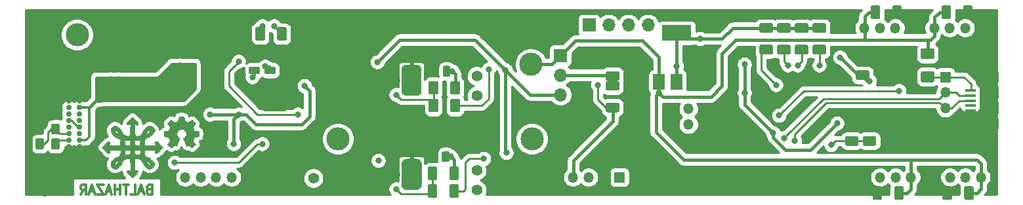
<source format=gbl>
G04 #@! TF.GenerationSoftware,KiCad,Pcbnew,(5.1.5)-3*
G04 #@! TF.CreationDate,2020-12-19T17:07:05+01:00*
G04 #@! TF.ProjectId,BalthazarPSU2,42616c74-6861-47a6-9172-505355322e6b,rev?*
G04 #@! TF.SameCoordinates,Original*
G04 #@! TF.FileFunction,Copper,L2,Bot*
G04 #@! TF.FilePolarity,Positive*
%FSLAX46Y46*%
G04 Gerber Fmt 4.6, Leading zero omitted, Abs format (unit mm)*
G04 Created by KiCad (PCBNEW (5.1.5)-3) date 2020-12-19 17:07:05*
%MOMM*%
%LPD*%
G04 APERTURE LIST*
%ADD10C,0.300000*%
%ADD11C,0.010000*%
%ADD12C,0.500000*%
%ADD13C,0.100000*%
%ADD14C,1.400000*%
%ADD15C,3.000000*%
%ADD16R,3.000000X3.000000*%
%ADD17C,0.700000*%
%ADD18O,2.400000X0.900000*%
%ADD19O,1.700000X0.900000*%
%ADD20R,3.800000X2.000000*%
%ADD21R,1.500000X2.000000*%
%ADD22R,1.900000X1.500000*%
%ADD23R,1.350000X0.400000*%
%ADD24C,1.450000*%
%ADD25O,1.900000X1.200000*%
%ADD26R,1.900000X1.200000*%
%ADD27R,1.350000X1.350000*%
%ADD28O,1.350000X1.350000*%
%ADD29R,1.700000X1.700000*%
%ADD30O,1.700000X1.700000*%
%ADD31C,4.400000*%
%ADD32C,0.800000*%
%ADD33C,0.450000*%
%ADD34C,0.250000*%
%ADD35C,0.350000*%
%ADD36C,0.254000*%
G04 APERTURE END LIST*
D10*
X118500000Y-82083285D02*
X118328571Y-82140428D01*
X118271428Y-82197571D01*
X118214285Y-82311857D01*
X118214285Y-82483285D01*
X118271428Y-82597571D01*
X118328571Y-82654714D01*
X118442857Y-82711857D01*
X118900000Y-82711857D01*
X118900000Y-81511857D01*
X118500000Y-81511857D01*
X118385714Y-81569000D01*
X118328571Y-81626142D01*
X118271428Y-81740428D01*
X118271428Y-81854714D01*
X118328571Y-81969000D01*
X118385714Y-82026142D01*
X118500000Y-82083285D01*
X118900000Y-82083285D01*
X117757142Y-82369000D02*
X117185714Y-82369000D01*
X117871428Y-82711857D02*
X117471428Y-81511857D01*
X117071428Y-82711857D01*
X116100000Y-82711857D02*
X116671428Y-82711857D01*
X116671428Y-81511857D01*
X115871428Y-81511857D02*
X115185714Y-81511857D01*
X115528571Y-82711857D02*
X115528571Y-81511857D01*
X114785714Y-82711857D02*
X114785714Y-81511857D01*
X114785714Y-82083285D02*
X114100000Y-82083285D01*
X114100000Y-82711857D02*
X114100000Y-81511857D01*
X113585714Y-82369000D02*
X113014285Y-82369000D01*
X113700000Y-82711857D02*
X113300000Y-81511857D01*
X112900000Y-82711857D01*
X112614285Y-81511857D02*
X111814285Y-81511857D01*
X112614285Y-82711857D01*
X111814285Y-82711857D01*
X111414285Y-82369000D02*
X110842857Y-82369000D01*
X111528571Y-82711857D02*
X111128571Y-81511857D01*
X110728571Y-82711857D01*
X109642857Y-82711857D02*
X110042857Y-82140428D01*
X110328571Y-82711857D02*
X110328571Y-81511857D01*
X109871428Y-81511857D01*
X109757142Y-81569000D01*
X109700000Y-81626142D01*
X109642857Y-81740428D01*
X109642857Y-81911857D01*
X109700000Y-82026142D01*
X109757142Y-82083285D01*
X109871428Y-82140428D01*
X110328571Y-82140428D01*
D11*
G36*
X122305036Y-72982018D02*
G01*
X122248188Y-73283570D01*
X121828662Y-73456512D01*
X121577016Y-73285395D01*
X121506542Y-73237750D01*
X121442837Y-73195210D01*
X121388874Y-73159715D01*
X121347627Y-73133210D01*
X121322066Y-73117636D01*
X121315105Y-73114278D01*
X121302565Y-73122914D01*
X121275769Y-73146792D01*
X121237720Y-73182859D01*
X121191421Y-73228067D01*
X121139877Y-73279364D01*
X121086091Y-73333701D01*
X121033065Y-73388028D01*
X120983805Y-73439295D01*
X120941313Y-73484451D01*
X120908593Y-73520446D01*
X120888649Y-73544230D01*
X120883881Y-73552190D01*
X120890743Y-73566865D01*
X120909980Y-73599014D01*
X120939570Y-73645492D01*
X120977490Y-73703156D01*
X121021718Y-73768860D01*
X121047346Y-73806336D01*
X121094059Y-73874768D01*
X121135568Y-73936520D01*
X121169860Y-73988519D01*
X121194920Y-74027692D01*
X121208736Y-74050965D01*
X121210812Y-74055855D01*
X121206105Y-74069755D01*
X121193277Y-74102150D01*
X121174262Y-74148485D01*
X121150997Y-74204206D01*
X121125416Y-74264758D01*
X121099455Y-74325586D01*
X121075050Y-74382136D01*
X121054137Y-74429852D01*
X121038651Y-74464181D01*
X121030528Y-74480568D01*
X121030048Y-74481212D01*
X121017293Y-74484341D01*
X120983323Y-74491321D01*
X120931660Y-74501467D01*
X120865824Y-74514092D01*
X120789336Y-74528509D01*
X120744710Y-74536823D01*
X120662979Y-74552384D01*
X120589157Y-74567192D01*
X120526979Y-74580436D01*
X120480178Y-74591305D01*
X120452491Y-74598989D01*
X120446926Y-74601427D01*
X120441474Y-74617930D01*
X120437076Y-74655200D01*
X120433728Y-74708880D01*
X120431426Y-74774612D01*
X120430168Y-74848037D01*
X120429952Y-74924796D01*
X120430773Y-75000532D01*
X120432629Y-75070886D01*
X120435518Y-75131500D01*
X120439435Y-75178016D01*
X120444378Y-75206075D01*
X120447343Y-75211916D01*
X120465066Y-75218917D01*
X120502619Y-75228927D01*
X120555036Y-75240769D01*
X120617348Y-75253267D01*
X120639100Y-75257310D01*
X120743976Y-75276520D01*
X120826820Y-75291991D01*
X120890370Y-75304337D01*
X120937363Y-75314173D01*
X120970537Y-75322114D01*
X120992629Y-75328776D01*
X121006376Y-75334773D01*
X121014516Y-75340719D01*
X121015655Y-75341894D01*
X121027023Y-75360826D01*
X121044365Y-75397669D01*
X121065950Y-75447913D01*
X121090046Y-75507046D01*
X121114921Y-75570556D01*
X121138843Y-75633932D01*
X121160081Y-75692662D01*
X121176903Y-75742235D01*
X121187578Y-75778139D01*
X121190373Y-75795862D01*
X121190140Y-75796483D01*
X121180669Y-75810970D01*
X121159182Y-75842844D01*
X121127937Y-75888789D01*
X121089193Y-75945485D01*
X121045207Y-76009617D01*
X121032681Y-76027842D01*
X120988016Y-76093914D01*
X120948712Y-76154200D01*
X120916912Y-76205235D01*
X120894755Y-76243560D01*
X120884383Y-76265711D01*
X120883881Y-76268432D01*
X120892595Y-76282736D01*
X120916675Y-76311072D01*
X120953024Y-76350396D01*
X120998547Y-76397661D01*
X121050148Y-76449823D01*
X121104733Y-76503835D01*
X121159206Y-76556653D01*
X121210471Y-76605231D01*
X121255433Y-76646523D01*
X121290996Y-76677485D01*
X121314065Y-76695070D01*
X121320446Y-76697941D01*
X121335301Y-76691178D01*
X121365714Y-76672939D01*
X121406732Y-76646297D01*
X121438291Y-76624852D01*
X121495475Y-76585503D01*
X121563194Y-76539171D01*
X121631120Y-76492913D01*
X121667639Y-76468155D01*
X121791248Y-76384547D01*
X121895009Y-76440650D01*
X121942280Y-76465228D01*
X121982477Y-76484331D01*
X122009674Y-76495227D01*
X122016598Y-76496743D01*
X122024923Y-76485549D01*
X122041346Y-76453917D01*
X122064643Y-76404765D01*
X122093586Y-76341010D01*
X122126950Y-76265571D01*
X122163509Y-76181364D01*
X122202036Y-76091308D01*
X122241306Y-75998321D01*
X122280092Y-75905320D01*
X122317170Y-75815223D01*
X122351311Y-75730948D01*
X122381292Y-75655413D01*
X122405884Y-75591534D01*
X122423864Y-75542231D01*
X122434003Y-75510421D01*
X122435634Y-75499496D01*
X122422709Y-75485561D01*
X122394411Y-75462940D01*
X122356654Y-75436333D01*
X122353485Y-75434228D01*
X122255900Y-75356114D01*
X122177214Y-75264982D01*
X122118109Y-75163745D01*
X122079268Y-75055318D01*
X122061372Y-74942614D01*
X122065103Y-74828548D01*
X122091143Y-74716034D01*
X122140175Y-74607985D01*
X122154600Y-74584345D01*
X122229631Y-74488887D01*
X122318270Y-74412232D01*
X122417451Y-74354780D01*
X122524105Y-74316929D01*
X122635164Y-74299078D01*
X122747561Y-74301625D01*
X122858227Y-74324970D01*
X122964094Y-74369510D01*
X123062095Y-74435645D01*
X123092410Y-74462487D01*
X123169562Y-74546512D01*
X123225782Y-74634966D01*
X123264347Y-74734115D01*
X123285826Y-74832303D01*
X123291128Y-74942697D01*
X123273448Y-75053640D01*
X123234581Y-75161381D01*
X123176323Y-75262169D01*
X123100469Y-75352256D01*
X123008817Y-75427892D01*
X122996772Y-75435864D01*
X122958611Y-75461974D01*
X122929601Y-75484595D01*
X122915732Y-75499039D01*
X122915531Y-75499496D01*
X122918508Y-75515121D01*
X122930311Y-75550582D01*
X122949714Y-75602962D01*
X122975488Y-75669345D01*
X123006409Y-75746814D01*
X123041249Y-75832450D01*
X123078783Y-75923337D01*
X123117783Y-76016559D01*
X123157023Y-76109197D01*
X123195276Y-76198335D01*
X123231317Y-76281055D01*
X123263917Y-76354441D01*
X123291852Y-76415575D01*
X123313895Y-76461541D01*
X123328818Y-76489421D01*
X123334828Y-76496743D01*
X123353191Y-76491041D01*
X123387552Y-76475749D01*
X123431984Y-76453599D01*
X123456417Y-76440650D01*
X123560178Y-76384547D01*
X123683787Y-76468155D01*
X123746886Y-76510987D01*
X123815970Y-76558122D01*
X123880707Y-76602503D01*
X123913134Y-76624852D01*
X123958741Y-76655477D01*
X123997360Y-76679747D01*
X124023952Y-76694587D01*
X124032590Y-76697724D01*
X124045161Y-76689261D01*
X124072984Y-76665636D01*
X124113361Y-76629302D01*
X124163595Y-76582711D01*
X124220988Y-76528317D01*
X124257286Y-76493392D01*
X124320790Y-76430996D01*
X124375673Y-76375188D01*
X124419714Y-76328354D01*
X124450695Y-76292882D01*
X124466398Y-76271161D01*
X124467905Y-76266752D01*
X124460914Y-76249985D01*
X124441594Y-76216082D01*
X124412091Y-76168476D01*
X124374545Y-76110599D01*
X124331100Y-76045884D01*
X124318745Y-76027842D01*
X124273727Y-75962267D01*
X124233340Y-75903228D01*
X124199840Y-75854042D01*
X124175486Y-75818028D01*
X124162536Y-75798502D01*
X124161285Y-75796483D01*
X124163156Y-75780922D01*
X124173087Y-75746709D01*
X124189347Y-75698355D01*
X124210205Y-75640371D01*
X124233927Y-75577270D01*
X124258784Y-75513563D01*
X124283042Y-75453761D01*
X124304971Y-75402376D01*
X124322838Y-75363919D01*
X124334913Y-75342902D01*
X124335771Y-75341894D01*
X124343154Y-75335888D01*
X124355625Y-75329948D01*
X124375920Y-75323460D01*
X124406778Y-75315809D01*
X124450934Y-75306380D01*
X124511126Y-75294559D01*
X124590093Y-75279729D01*
X124690570Y-75261277D01*
X124712325Y-75257310D01*
X124776802Y-75244853D01*
X124833011Y-75232666D01*
X124875987Y-75221926D01*
X124900760Y-75213809D01*
X124904082Y-75211916D01*
X124909556Y-75195138D01*
X124914006Y-75157645D01*
X124917428Y-75103794D01*
X124919819Y-75037944D01*
X124921177Y-74964453D01*
X124921499Y-74887680D01*
X124920781Y-74811983D01*
X124919021Y-74741720D01*
X124916216Y-74681250D01*
X124912362Y-74634930D01*
X124907457Y-74607119D01*
X124904500Y-74601427D01*
X124888037Y-74595686D01*
X124850551Y-74586345D01*
X124795775Y-74574215D01*
X124727445Y-74560107D01*
X124649294Y-74544830D01*
X124606716Y-74536823D01*
X124525929Y-74521721D01*
X124453887Y-74508040D01*
X124394111Y-74496467D01*
X124350121Y-74487687D01*
X124325439Y-74482387D01*
X124321377Y-74481212D01*
X124314511Y-74467965D01*
X124299998Y-74436057D01*
X124279771Y-74390047D01*
X124255766Y-74334492D01*
X124229918Y-74273953D01*
X124204160Y-74212986D01*
X124180427Y-74156151D01*
X124160654Y-74108006D01*
X124146776Y-74073110D01*
X124140726Y-74056021D01*
X124140614Y-74055274D01*
X124147472Y-74041793D01*
X124166698Y-74010770D01*
X124196272Y-73965289D01*
X124234173Y-73908432D01*
X124278380Y-73843283D01*
X124304079Y-73805862D01*
X124350907Y-73737247D01*
X124392499Y-73674952D01*
X124426825Y-73622129D01*
X124451857Y-73581927D01*
X124465565Y-73557500D01*
X124467544Y-73552024D01*
X124459034Y-73539278D01*
X124435507Y-73512063D01*
X124399968Y-73473428D01*
X124355423Y-73426423D01*
X124304877Y-73374095D01*
X124251336Y-73319495D01*
X124197805Y-73265670D01*
X124147289Y-73215670D01*
X124102794Y-73172543D01*
X124067325Y-73139339D01*
X124043887Y-73119106D01*
X124036046Y-73114278D01*
X124023280Y-73121067D01*
X123992744Y-73140142D01*
X123947410Y-73169561D01*
X123890244Y-73207381D01*
X123824216Y-73251661D01*
X123774410Y-73285395D01*
X123522764Y-73456512D01*
X123313001Y-73370041D01*
X123103237Y-73283570D01*
X123046389Y-72982018D01*
X122989540Y-72680466D01*
X122361885Y-72680466D01*
X122305036Y-72982018D01*
G37*
X122305036Y-72982018D02*
X122248188Y-73283570D01*
X121828662Y-73456512D01*
X121577016Y-73285395D01*
X121506542Y-73237750D01*
X121442837Y-73195210D01*
X121388874Y-73159715D01*
X121347627Y-73133210D01*
X121322066Y-73117636D01*
X121315105Y-73114278D01*
X121302565Y-73122914D01*
X121275769Y-73146792D01*
X121237720Y-73182859D01*
X121191421Y-73228067D01*
X121139877Y-73279364D01*
X121086091Y-73333701D01*
X121033065Y-73388028D01*
X120983805Y-73439295D01*
X120941313Y-73484451D01*
X120908593Y-73520446D01*
X120888649Y-73544230D01*
X120883881Y-73552190D01*
X120890743Y-73566865D01*
X120909980Y-73599014D01*
X120939570Y-73645492D01*
X120977490Y-73703156D01*
X121021718Y-73768860D01*
X121047346Y-73806336D01*
X121094059Y-73874768D01*
X121135568Y-73936520D01*
X121169860Y-73988519D01*
X121194920Y-74027692D01*
X121208736Y-74050965D01*
X121210812Y-74055855D01*
X121206105Y-74069755D01*
X121193277Y-74102150D01*
X121174262Y-74148485D01*
X121150997Y-74204206D01*
X121125416Y-74264758D01*
X121099455Y-74325586D01*
X121075050Y-74382136D01*
X121054137Y-74429852D01*
X121038651Y-74464181D01*
X121030528Y-74480568D01*
X121030048Y-74481212D01*
X121017293Y-74484341D01*
X120983323Y-74491321D01*
X120931660Y-74501467D01*
X120865824Y-74514092D01*
X120789336Y-74528509D01*
X120744710Y-74536823D01*
X120662979Y-74552384D01*
X120589157Y-74567192D01*
X120526979Y-74580436D01*
X120480178Y-74591305D01*
X120452491Y-74598989D01*
X120446926Y-74601427D01*
X120441474Y-74617930D01*
X120437076Y-74655200D01*
X120433728Y-74708880D01*
X120431426Y-74774612D01*
X120430168Y-74848037D01*
X120429952Y-74924796D01*
X120430773Y-75000532D01*
X120432629Y-75070886D01*
X120435518Y-75131500D01*
X120439435Y-75178016D01*
X120444378Y-75206075D01*
X120447343Y-75211916D01*
X120465066Y-75218917D01*
X120502619Y-75228927D01*
X120555036Y-75240769D01*
X120617348Y-75253267D01*
X120639100Y-75257310D01*
X120743976Y-75276520D01*
X120826820Y-75291991D01*
X120890370Y-75304337D01*
X120937363Y-75314173D01*
X120970537Y-75322114D01*
X120992629Y-75328776D01*
X121006376Y-75334773D01*
X121014516Y-75340719D01*
X121015655Y-75341894D01*
X121027023Y-75360826D01*
X121044365Y-75397669D01*
X121065950Y-75447913D01*
X121090046Y-75507046D01*
X121114921Y-75570556D01*
X121138843Y-75633932D01*
X121160081Y-75692662D01*
X121176903Y-75742235D01*
X121187578Y-75778139D01*
X121190373Y-75795862D01*
X121190140Y-75796483D01*
X121180669Y-75810970D01*
X121159182Y-75842844D01*
X121127937Y-75888789D01*
X121089193Y-75945485D01*
X121045207Y-76009617D01*
X121032681Y-76027842D01*
X120988016Y-76093914D01*
X120948712Y-76154200D01*
X120916912Y-76205235D01*
X120894755Y-76243560D01*
X120884383Y-76265711D01*
X120883881Y-76268432D01*
X120892595Y-76282736D01*
X120916675Y-76311072D01*
X120953024Y-76350396D01*
X120998547Y-76397661D01*
X121050148Y-76449823D01*
X121104733Y-76503835D01*
X121159206Y-76556653D01*
X121210471Y-76605231D01*
X121255433Y-76646523D01*
X121290996Y-76677485D01*
X121314065Y-76695070D01*
X121320446Y-76697941D01*
X121335301Y-76691178D01*
X121365714Y-76672939D01*
X121406732Y-76646297D01*
X121438291Y-76624852D01*
X121495475Y-76585503D01*
X121563194Y-76539171D01*
X121631120Y-76492913D01*
X121667639Y-76468155D01*
X121791248Y-76384547D01*
X121895009Y-76440650D01*
X121942280Y-76465228D01*
X121982477Y-76484331D01*
X122009674Y-76495227D01*
X122016598Y-76496743D01*
X122024923Y-76485549D01*
X122041346Y-76453917D01*
X122064643Y-76404765D01*
X122093586Y-76341010D01*
X122126950Y-76265571D01*
X122163509Y-76181364D01*
X122202036Y-76091308D01*
X122241306Y-75998321D01*
X122280092Y-75905320D01*
X122317170Y-75815223D01*
X122351311Y-75730948D01*
X122381292Y-75655413D01*
X122405884Y-75591534D01*
X122423864Y-75542231D01*
X122434003Y-75510421D01*
X122435634Y-75499496D01*
X122422709Y-75485561D01*
X122394411Y-75462940D01*
X122356654Y-75436333D01*
X122353485Y-75434228D01*
X122255900Y-75356114D01*
X122177214Y-75264982D01*
X122118109Y-75163745D01*
X122079268Y-75055318D01*
X122061372Y-74942614D01*
X122065103Y-74828548D01*
X122091143Y-74716034D01*
X122140175Y-74607985D01*
X122154600Y-74584345D01*
X122229631Y-74488887D01*
X122318270Y-74412232D01*
X122417451Y-74354780D01*
X122524105Y-74316929D01*
X122635164Y-74299078D01*
X122747561Y-74301625D01*
X122858227Y-74324970D01*
X122964094Y-74369510D01*
X123062095Y-74435645D01*
X123092410Y-74462487D01*
X123169562Y-74546512D01*
X123225782Y-74634966D01*
X123264347Y-74734115D01*
X123285826Y-74832303D01*
X123291128Y-74942697D01*
X123273448Y-75053640D01*
X123234581Y-75161381D01*
X123176323Y-75262169D01*
X123100469Y-75352256D01*
X123008817Y-75427892D01*
X122996772Y-75435864D01*
X122958611Y-75461974D01*
X122929601Y-75484595D01*
X122915732Y-75499039D01*
X122915531Y-75499496D01*
X122918508Y-75515121D01*
X122930311Y-75550582D01*
X122949714Y-75602962D01*
X122975488Y-75669345D01*
X123006409Y-75746814D01*
X123041249Y-75832450D01*
X123078783Y-75923337D01*
X123117783Y-76016559D01*
X123157023Y-76109197D01*
X123195276Y-76198335D01*
X123231317Y-76281055D01*
X123263917Y-76354441D01*
X123291852Y-76415575D01*
X123313895Y-76461541D01*
X123328818Y-76489421D01*
X123334828Y-76496743D01*
X123353191Y-76491041D01*
X123387552Y-76475749D01*
X123431984Y-76453599D01*
X123456417Y-76440650D01*
X123560178Y-76384547D01*
X123683787Y-76468155D01*
X123746886Y-76510987D01*
X123815970Y-76558122D01*
X123880707Y-76602503D01*
X123913134Y-76624852D01*
X123958741Y-76655477D01*
X123997360Y-76679747D01*
X124023952Y-76694587D01*
X124032590Y-76697724D01*
X124045161Y-76689261D01*
X124072984Y-76665636D01*
X124113361Y-76629302D01*
X124163595Y-76582711D01*
X124220988Y-76528317D01*
X124257286Y-76493392D01*
X124320790Y-76430996D01*
X124375673Y-76375188D01*
X124419714Y-76328354D01*
X124450695Y-76292882D01*
X124466398Y-76271161D01*
X124467905Y-76266752D01*
X124460914Y-76249985D01*
X124441594Y-76216082D01*
X124412091Y-76168476D01*
X124374545Y-76110599D01*
X124331100Y-76045884D01*
X124318745Y-76027842D01*
X124273727Y-75962267D01*
X124233340Y-75903228D01*
X124199840Y-75854042D01*
X124175486Y-75818028D01*
X124162536Y-75798502D01*
X124161285Y-75796483D01*
X124163156Y-75780922D01*
X124173087Y-75746709D01*
X124189347Y-75698355D01*
X124210205Y-75640371D01*
X124233927Y-75577270D01*
X124258784Y-75513563D01*
X124283042Y-75453761D01*
X124304971Y-75402376D01*
X124322838Y-75363919D01*
X124334913Y-75342902D01*
X124335771Y-75341894D01*
X124343154Y-75335888D01*
X124355625Y-75329948D01*
X124375920Y-75323460D01*
X124406778Y-75315809D01*
X124450934Y-75306380D01*
X124511126Y-75294559D01*
X124590093Y-75279729D01*
X124690570Y-75261277D01*
X124712325Y-75257310D01*
X124776802Y-75244853D01*
X124833011Y-75232666D01*
X124875987Y-75221926D01*
X124900760Y-75213809D01*
X124904082Y-75211916D01*
X124909556Y-75195138D01*
X124914006Y-75157645D01*
X124917428Y-75103794D01*
X124919819Y-75037944D01*
X124921177Y-74964453D01*
X124921499Y-74887680D01*
X124920781Y-74811983D01*
X124919021Y-74741720D01*
X124916216Y-74681250D01*
X124912362Y-74634930D01*
X124907457Y-74607119D01*
X124904500Y-74601427D01*
X124888037Y-74595686D01*
X124850551Y-74586345D01*
X124795775Y-74574215D01*
X124727445Y-74560107D01*
X124649294Y-74544830D01*
X124606716Y-74536823D01*
X124525929Y-74521721D01*
X124453887Y-74508040D01*
X124394111Y-74496467D01*
X124350121Y-74487687D01*
X124325439Y-74482387D01*
X124321377Y-74481212D01*
X124314511Y-74467965D01*
X124299998Y-74436057D01*
X124279771Y-74390047D01*
X124255766Y-74334492D01*
X124229918Y-74273953D01*
X124204160Y-74212986D01*
X124180427Y-74156151D01*
X124160654Y-74108006D01*
X124146776Y-74073110D01*
X124140726Y-74056021D01*
X124140614Y-74055274D01*
X124147472Y-74041793D01*
X124166698Y-74010770D01*
X124196272Y-73965289D01*
X124234173Y-73908432D01*
X124278380Y-73843283D01*
X124304079Y-73805862D01*
X124350907Y-73737247D01*
X124392499Y-73674952D01*
X124426825Y-73622129D01*
X124451857Y-73581927D01*
X124465565Y-73557500D01*
X124467544Y-73552024D01*
X124459034Y-73539278D01*
X124435507Y-73512063D01*
X124399968Y-73473428D01*
X124355423Y-73426423D01*
X124304877Y-73374095D01*
X124251336Y-73319495D01*
X124197805Y-73265670D01*
X124147289Y-73215670D01*
X124102794Y-73172543D01*
X124067325Y-73139339D01*
X124043887Y-73119106D01*
X124036046Y-73114278D01*
X124023280Y-73121067D01*
X123992744Y-73140142D01*
X123947410Y-73169561D01*
X123890244Y-73207381D01*
X123824216Y-73251661D01*
X123774410Y-73285395D01*
X123522764Y-73456512D01*
X123313001Y-73370041D01*
X123103237Y-73283570D01*
X123046389Y-72982018D01*
X122989540Y-72680466D01*
X122361885Y-72680466D01*
X122305036Y-72982018D01*
G36*
X116485014Y-80457523D02*
G01*
X116675166Y-80305679D01*
X116862310Y-80106853D01*
X117006303Y-79905429D01*
X117067000Y-79745789D01*
X117062228Y-79710659D01*
X116964780Y-79611033D01*
X116796878Y-79621633D01*
X116586000Y-79674560D01*
X116586000Y-78915943D01*
X116592621Y-78576107D01*
X116610340Y-78306739D01*
X116635939Y-78148004D01*
X116649500Y-78123183D01*
X116766347Y-78110395D01*
X116984007Y-78118975D01*
X117078391Y-78127609D01*
X117287504Y-78159614D01*
X117423335Y-78227201D01*
X117532910Y-78370520D01*
X117556696Y-78417770D01*
X118150141Y-78417770D01*
X118240052Y-78410344D01*
X118384711Y-78479768D01*
X118463166Y-78541456D01*
X118579171Y-78691686D01*
X118617812Y-78832448D01*
X118566298Y-78907238D01*
X118546455Y-78909333D01*
X118436827Y-78846326D01*
X118290294Y-78693436D01*
X118160215Y-78507167D01*
X118150141Y-78417770D01*
X117556696Y-78417770D01*
X117661049Y-78625055D01*
X117906076Y-79042236D01*
X118175819Y-79300926D01*
X118482315Y-79411494D01*
X118580939Y-79417333D01*
X118846602Y-79344442D01*
X119069891Y-79159696D01*
X119197948Y-78913988D01*
X119210667Y-78811021D01*
X119148748Y-78657288D01*
X118991297Y-78448118D01*
X118780765Y-78226045D01*
X118559608Y-78033602D01*
X118370278Y-77913320D01*
X118294684Y-77893333D01*
X118082252Y-77816570D01*
X117927072Y-77612874D01*
X117857345Y-77322135D01*
X117856000Y-77272833D01*
X117856000Y-76962000D01*
X118581372Y-76962000D01*
X118931176Y-76964879D01*
X119142098Y-76978241D01*
X119244557Y-77009174D01*
X119268969Y-77064764D01*
X119256794Y-77119380D01*
X119275132Y-77305379D01*
X119339764Y-77387074D01*
X119430522Y-77431869D01*
X119539249Y-77398452D01*
X119701866Y-77268529D01*
X119849675Y-77127399D01*
X120046930Y-76923550D01*
X120183388Y-76762924D01*
X120226667Y-76688480D01*
X120168739Y-76576058D01*
X120022789Y-76397652D01*
X119830561Y-76195485D01*
X119633803Y-76011785D01*
X119474260Y-75888774D01*
X119408893Y-75861333D01*
X119278778Y-75928523D01*
X119227842Y-76076003D01*
X119284091Y-76222625D01*
X119364604Y-76329480D01*
X119338799Y-76397894D01*
X119189561Y-76433533D01*
X118899771Y-76442063D01*
X118639167Y-76436130D01*
X117898333Y-76411667D01*
X117888776Y-76005643D01*
X117879219Y-75599620D01*
X118354443Y-75365368D01*
X118705548Y-75146759D01*
X118986068Y-74884921D01*
X119163897Y-74615264D01*
X119210667Y-74421025D01*
X119141779Y-74238467D01*
X118973047Y-74044134D01*
X118761364Y-73890330D01*
X118567067Y-73829333D01*
X118336902Y-73900974D01*
X118081001Y-74090447D01*
X117839483Y-74359582D01*
X117652465Y-74670207D01*
X117630639Y-74720333D01*
X117548564Y-74886089D01*
X118122533Y-74886089D01*
X118138359Y-74798971D01*
X118225972Y-74638620D01*
X118227483Y-74636309D01*
X118367740Y-74484812D01*
X118504518Y-74424401D01*
X118593898Y-74463073D01*
X118602291Y-74568040D01*
X118525561Y-74687887D01*
X118377937Y-74808382D01*
X118222232Y-74887883D01*
X118122533Y-74886089D01*
X117548564Y-74886089D01*
X117508850Y-74966292D01*
X117375685Y-75094739D01*
X117208288Y-75149293D01*
X116955533Y-75188529D01*
X116788730Y-75174838D01*
X116688618Y-75082345D01*
X116635934Y-74885176D01*
X116611416Y-74557455D01*
X116603720Y-74337152D01*
X116596269Y-73961631D01*
X116603589Y-73733082D01*
X116628209Y-73629589D01*
X116672655Y-73629235D01*
X116684153Y-73639620D01*
X116858639Y-73737496D01*
X117009877Y-73695790D01*
X117065791Y-73611389D01*
X117035868Y-73461911D01*
X116868892Y-73231997D01*
X116749172Y-73103389D01*
X116549358Y-72907289D01*
X116397091Y-72771649D01*
X116332000Y-72728667D01*
X116251395Y-72784450D01*
X116090996Y-72929662D01*
X115914827Y-73103389D01*
X115696257Y-73363171D01*
X115597610Y-73564720D01*
X115620099Y-73691523D01*
X115764933Y-73727069D01*
X115870454Y-73708865D01*
X116084664Y-73655101D01*
X116060165Y-74397431D01*
X116040925Y-74783741D01*
X115999852Y-75027114D01*
X115915728Y-75153946D01*
X115767330Y-75190633D01*
X115533439Y-75163570D01*
X115455711Y-75149293D01*
X115272335Y-75085312D01*
X115142597Y-74946741D01*
X115033360Y-74720333D01*
X114859668Y-74408444D01*
X114625367Y-74130820D01*
X114370572Y-73925761D01*
X114135398Y-73831566D01*
X114100146Y-73829333D01*
X113872755Y-73904183D01*
X113674113Y-74091989D01*
X113553603Y-74337636D01*
X113538000Y-74456720D01*
X113566325Y-74568040D01*
X114061708Y-74568040D01*
X114083119Y-74445990D01*
X114186400Y-74429304D01*
X114327633Y-74509981D01*
X114436517Y-74636309D01*
X114524895Y-74797195D01*
X114541841Y-74885695D01*
X114541467Y-74886089D01*
X114438485Y-74886798D01*
X114282248Y-74805853D01*
X114135571Y-74684895D01*
X114061708Y-74568040D01*
X113566325Y-74568040D01*
X113620923Y-74782611D01*
X113864713Y-75081537D01*
X114261905Y-75344901D01*
X114344978Y-75385911D01*
X114817190Y-75609493D01*
X114811891Y-75692000D01*
X115306264Y-75692000D01*
X116087736Y-75692000D01*
X116576264Y-75692000D01*
X117357736Y-75692000D01*
X117331701Y-76051833D01*
X117307804Y-76277199D01*
X117247881Y-76380895D01*
X117104046Y-76410170D01*
X116967000Y-76411667D01*
X116754307Y-76403601D01*
X116652681Y-76347905D01*
X116614235Y-76197330D01*
X116602298Y-76051833D01*
X116576264Y-75692000D01*
X116087736Y-75692000D01*
X116061701Y-76051833D01*
X116037804Y-76277199D01*
X115977881Y-76380895D01*
X115834046Y-76410170D01*
X115697000Y-76411667D01*
X115484307Y-76403601D01*
X115382681Y-76347905D01*
X115344235Y-76197330D01*
X115332298Y-76051833D01*
X115306264Y-75692000D01*
X114811891Y-75692000D01*
X114791428Y-76010580D01*
X114765667Y-76411667D01*
X114024833Y-76436130D01*
X113638334Y-76441687D01*
X113403102Y-76423684D01*
X113302021Y-76376453D01*
X113317974Y-76294328D01*
X113379909Y-76222625D01*
X113436157Y-76075977D01*
X113385206Y-75928503D01*
X113255107Y-75861333D01*
X113138372Y-75919867D01*
X112955089Y-76071967D01*
X112780944Y-76246776D01*
X112425656Y-76632218D01*
X112743115Y-76987609D01*
X112933746Y-77194355D01*
X113087075Y-77348857D01*
X113148281Y-77401657D01*
X113279271Y-77411858D01*
X113385274Y-77310526D01*
X113415137Y-77153425D01*
X113407206Y-77119380D01*
X113396324Y-77043287D01*
X113443093Y-76996604D01*
X113577932Y-76972244D01*
X113831257Y-76963119D01*
X114082628Y-76962000D01*
X114808000Y-76962000D01*
X114808000Y-77294619D01*
X114805307Y-77310542D01*
X115316000Y-77310542D01*
X115316000Y-76962000D01*
X115697000Y-76962000D01*
X115931103Y-76968326D01*
X116041958Y-77011200D01*
X116075650Y-77126464D01*
X116078000Y-77258333D01*
X116586000Y-77258333D01*
X116594133Y-77076253D01*
X116649256Y-76990033D01*
X116797453Y-76963828D01*
X116967000Y-76962000D01*
X117348000Y-76962000D01*
X117348000Y-77309725D01*
X117336098Y-77529201D01*
X117290228Y-77614118D01*
X117214075Y-77606059D01*
X117031528Y-77567763D01*
X116833075Y-77554667D01*
X116666962Y-77537424D01*
X116598835Y-77451569D01*
X116586000Y-77258333D01*
X116078000Y-77258333D01*
X116060777Y-77460333D01*
X115988487Y-77543036D01*
X115887500Y-77555823D01*
X115642298Y-77579857D01*
X115506500Y-77608031D01*
X115385827Y-77624511D01*
X115330893Y-77560694D01*
X115316314Y-77376937D01*
X115316000Y-77310542D01*
X114805307Y-77310542D01*
X114754532Y-77610645D01*
X114606220Y-77818715D01*
X114382184Y-77893333D01*
X114234665Y-77948974D01*
X114026367Y-78091967D01*
X113880232Y-78218891D01*
X113666863Y-78447457D01*
X113563408Y-78640984D01*
X113538000Y-78840768D01*
X113540468Y-78852100D01*
X114048999Y-78852100D01*
X114079032Y-78714011D01*
X114186122Y-78556167D01*
X114331788Y-78443601D01*
X114473159Y-78399425D01*
X114551187Y-78439175D01*
X114554000Y-78459377D01*
X114497683Y-78564559D01*
X114367428Y-78714352D01*
X114221281Y-78849138D01*
X114117287Y-78909301D01*
X114115908Y-78909333D01*
X114048999Y-78852100D01*
X113540468Y-78852100D01*
X113604988Y-79148238D01*
X113795835Y-79345555D01*
X114095365Y-79417283D01*
X114104749Y-79417334D01*
X114416194Y-79343770D01*
X114696763Y-79118050D01*
X114955069Y-78732631D01*
X115010542Y-78624071D01*
X115142680Y-78368236D01*
X115251990Y-78227368D01*
X115386650Y-78162710D01*
X115594840Y-78135502D01*
X115620443Y-78133437D01*
X115857912Y-78122400D01*
X116013799Y-78129848D01*
X116041637Y-78139193D01*
X116057851Y-78234538D01*
X116070341Y-78458609D01*
X116077228Y-78770808D01*
X116078000Y-78925058D01*
X116078000Y-79674560D01*
X115867122Y-79621633D01*
X115685031Y-79615794D01*
X115601772Y-79710659D01*
X115627187Y-79847454D01*
X115748796Y-80040293D01*
X115926454Y-80244793D01*
X116120016Y-80416570D01*
X116289339Y-80511240D01*
X116332000Y-80518000D01*
X116485014Y-80457523D01*
G37*
X116485014Y-80457523D02*
X116675166Y-80305679D01*
X116862310Y-80106853D01*
X117006303Y-79905429D01*
X117067000Y-79745789D01*
X117062228Y-79710659D01*
X116964780Y-79611033D01*
X116796878Y-79621633D01*
X116586000Y-79674560D01*
X116586000Y-78915943D01*
X116592621Y-78576107D01*
X116610340Y-78306739D01*
X116635939Y-78148004D01*
X116649500Y-78123183D01*
X116766347Y-78110395D01*
X116984007Y-78118975D01*
X117078391Y-78127609D01*
X117287504Y-78159614D01*
X117423335Y-78227201D01*
X117532910Y-78370520D01*
X117556696Y-78417770D01*
X118150141Y-78417770D01*
X118240052Y-78410344D01*
X118384711Y-78479768D01*
X118463166Y-78541456D01*
X118579171Y-78691686D01*
X118617812Y-78832448D01*
X118566298Y-78907238D01*
X118546455Y-78909333D01*
X118436827Y-78846326D01*
X118290294Y-78693436D01*
X118160215Y-78507167D01*
X118150141Y-78417770D01*
X117556696Y-78417770D01*
X117661049Y-78625055D01*
X117906076Y-79042236D01*
X118175819Y-79300926D01*
X118482315Y-79411494D01*
X118580939Y-79417333D01*
X118846602Y-79344442D01*
X119069891Y-79159696D01*
X119197948Y-78913988D01*
X119210667Y-78811021D01*
X119148748Y-78657288D01*
X118991297Y-78448118D01*
X118780765Y-78226045D01*
X118559608Y-78033602D01*
X118370278Y-77913320D01*
X118294684Y-77893333D01*
X118082252Y-77816570D01*
X117927072Y-77612874D01*
X117857345Y-77322135D01*
X117856000Y-77272833D01*
X117856000Y-76962000D01*
X118581372Y-76962000D01*
X118931176Y-76964879D01*
X119142098Y-76978241D01*
X119244557Y-77009174D01*
X119268969Y-77064764D01*
X119256794Y-77119380D01*
X119275132Y-77305379D01*
X119339764Y-77387074D01*
X119430522Y-77431869D01*
X119539249Y-77398452D01*
X119701866Y-77268529D01*
X119849675Y-77127399D01*
X120046930Y-76923550D01*
X120183388Y-76762924D01*
X120226667Y-76688480D01*
X120168739Y-76576058D01*
X120022789Y-76397652D01*
X119830561Y-76195485D01*
X119633803Y-76011785D01*
X119474260Y-75888774D01*
X119408893Y-75861333D01*
X119278778Y-75928523D01*
X119227842Y-76076003D01*
X119284091Y-76222625D01*
X119364604Y-76329480D01*
X119338799Y-76397894D01*
X119189561Y-76433533D01*
X118899771Y-76442063D01*
X118639167Y-76436130D01*
X117898333Y-76411667D01*
X117888776Y-76005643D01*
X117879219Y-75599620D01*
X118354443Y-75365368D01*
X118705548Y-75146759D01*
X118986068Y-74884921D01*
X119163897Y-74615264D01*
X119210667Y-74421025D01*
X119141779Y-74238467D01*
X118973047Y-74044134D01*
X118761364Y-73890330D01*
X118567067Y-73829333D01*
X118336902Y-73900974D01*
X118081001Y-74090447D01*
X117839483Y-74359582D01*
X117652465Y-74670207D01*
X117630639Y-74720333D01*
X117548564Y-74886089D01*
X118122533Y-74886089D01*
X118138359Y-74798971D01*
X118225972Y-74638620D01*
X118227483Y-74636309D01*
X118367740Y-74484812D01*
X118504518Y-74424401D01*
X118593898Y-74463073D01*
X118602291Y-74568040D01*
X118525561Y-74687887D01*
X118377937Y-74808382D01*
X118222232Y-74887883D01*
X118122533Y-74886089D01*
X117548564Y-74886089D01*
X117508850Y-74966292D01*
X117375685Y-75094739D01*
X117208288Y-75149293D01*
X116955533Y-75188529D01*
X116788730Y-75174838D01*
X116688618Y-75082345D01*
X116635934Y-74885176D01*
X116611416Y-74557455D01*
X116603720Y-74337152D01*
X116596269Y-73961631D01*
X116603589Y-73733082D01*
X116628209Y-73629589D01*
X116672655Y-73629235D01*
X116684153Y-73639620D01*
X116858639Y-73737496D01*
X117009877Y-73695790D01*
X117065791Y-73611389D01*
X117035868Y-73461911D01*
X116868892Y-73231997D01*
X116749172Y-73103389D01*
X116549358Y-72907289D01*
X116397091Y-72771649D01*
X116332000Y-72728667D01*
X116251395Y-72784450D01*
X116090996Y-72929662D01*
X115914827Y-73103389D01*
X115696257Y-73363171D01*
X115597610Y-73564720D01*
X115620099Y-73691523D01*
X115764933Y-73727069D01*
X115870454Y-73708865D01*
X116084664Y-73655101D01*
X116060165Y-74397431D01*
X116040925Y-74783741D01*
X115999852Y-75027114D01*
X115915728Y-75153946D01*
X115767330Y-75190633D01*
X115533439Y-75163570D01*
X115455711Y-75149293D01*
X115272335Y-75085312D01*
X115142597Y-74946741D01*
X115033360Y-74720333D01*
X114859668Y-74408444D01*
X114625367Y-74130820D01*
X114370572Y-73925761D01*
X114135398Y-73831566D01*
X114100146Y-73829333D01*
X113872755Y-73904183D01*
X113674113Y-74091989D01*
X113553603Y-74337636D01*
X113538000Y-74456720D01*
X113566325Y-74568040D01*
X114061708Y-74568040D01*
X114083119Y-74445990D01*
X114186400Y-74429304D01*
X114327633Y-74509981D01*
X114436517Y-74636309D01*
X114524895Y-74797195D01*
X114541841Y-74885695D01*
X114541467Y-74886089D01*
X114438485Y-74886798D01*
X114282248Y-74805853D01*
X114135571Y-74684895D01*
X114061708Y-74568040D01*
X113566325Y-74568040D01*
X113620923Y-74782611D01*
X113864713Y-75081537D01*
X114261905Y-75344901D01*
X114344978Y-75385911D01*
X114817190Y-75609493D01*
X114811891Y-75692000D01*
X115306264Y-75692000D01*
X116087736Y-75692000D01*
X116576264Y-75692000D01*
X117357736Y-75692000D01*
X117331701Y-76051833D01*
X117307804Y-76277199D01*
X117247881Y-76380895D01*
X117104046Y-76410170D01*
X116967000Y-76411667D01*
X116754307Y-76403601D01*
X116652681Y-76347905D01*
X116614235Y-76197330D01*
X116602298Y-76051833D01*
X116576264Y-75692000D01*
X116087736Y-75692000D01*
X116061701Y-76051833D01*
X116037804Y-76277199D01*
X115977881Y-76380895D01*
X115834046Y-76410170D01*
X115697000Y-76411667D01*
X115484307Y-76403601D01*
X115382681Y-76347905D01*
X115344235Y-76197330D01*
X115332298Y-76051833D01*
X115306264Y-75692000D01*
X114811891Y-75692000D01*
X114791428Y-76010580D01*
X114765667Y-76411667D01*
X114024833Y-76436130D01*
X113638334Y-76441687D01*
X113403102Y-76423684D01*
X113302021Y-76376453D01*
X113317974Y-76294328D01*
X113379909Y-76222625D01*
X113436157Y-76075977D01*
X113385206Y-75928503D01*
X113255107Y-75861333D01*
X113138372Y-75919867D01*
X112955089Y-76071967D01*
X112780944Y-76246776D01*
X112425656Y-76632218D01*
X112743115Y-76987609D01*
X112933746Y-77194355D01*
X113087075Y-77348857D01*
X113148281Y-77401657D01*
X113279271Y-77411858D01*
X113385274Y-77310526D01*
X113415137Y-77153425D01*
X113407206Y-77119380D01*
X113396324Y-77043287D01*
X113443093Y-76996604D01*
X113577932Y-76972244D01*
X113831257Y-76963119D01*
X114082628Y-76962000D01*
X114808000Y-76962000D01*
X114808000Y-77294619D01*
X114805307Y-77310542D01*
X115316000Y-77310542D01*
X115316000Y-76962000D01*
X115697000Y-76962000D01*
X115931103Y-76968326D01*
X116041958Y-77011200D01*
X116075650Y-77126464D01*
X116078000Y-77258333D01*
X116586000Y-77258333D01*
X116594133Y-77076253D01*
X116649256Y-76990033D01*
X116797453Y-76963828D01*
X116967000Y-76962000D01*
X117348000Y-76962000D01*
X117348000Y-77309725D01*
X117336098Y-77529201D01*
X117290228Y-77614118D01*
X117214075Y-77606059D01*
X117031528Y-77567763D01*
X116833075Y-77554667D01*
X116666962Y-77537424D01*
X116598835Y-77451569D01*
X116586000Y-77258333D01*
X116078000Y-77258333D01*
X116060777Y-77460333D01*
X115988487Y-77543036D01*
X115887500Y-77555823D01*
X115642298Y-77579857D01*
X115506500Y-77608031D01*
X115385827Y-77624511D01*
X115330893Y-77560694D01*
X115316314Y-77376937D01*
X115316000Y-77310542D01*
X114805307Y-77310542D01*
X114754532Y-77610645D01*
X114606220Y-77818715D01*
X114382184Y-77893333D01*
X114234665Y-77948974D01*
X114026367Y-78091967D01*
X113880232Y-78218891D01*
X113666863Y-78447457D01*
X113563408Y-78640984D01*
X113538000Y-78840768D01*
X113540468Y-78852100D01*
X114048999Y-78852100D01*
X114079032Y-78714011D01*
X114186122Y-78556167D01*
X114331788Y-78443601D01*
X114473159Y-78399425D01*
X114551187Y-78439175D01*
X114554000Y-78459377D01*
X114497683Y-78564559D01*
X114367428Y-78714352D01*
X114221281Y-78849138D01*
X114117287Y-78909301D01*
X114115908Y-78909333D01*
X114048999Y-78852100D01*
X113540468Y-78852100D01*
X113604988Y-79148238D01*
X113795835Y-79345555D01*
X114095365Y-79417283D01*
X114104749Y-79417334D01*
X114416194Y-79343770D01*
X114696763Y-79118050D01*
X114955069Y-78732631D01*
X115010542Y-78624071D01*
X115142680Y-78368236D01*
X115251990Y-78227368D01*
X115386650Y-78162710D01*
X115594840Y-78135502D01*
X115620443Y-78133437D01*
X115857912Y-78122400D01*
X116013799Y-78129848D01*
X116041637Y-78139193D01*
X116057851Y-78234538D01*
X116070341Y-78458609D01*
X116077228Y-78770808D01*
X116078000Y-78925058D01*
X116078000Y-79674560D01*
X115867122Y-79621633D01*
X115685031Y-79615794D01*
X115601772Y-79710659D01*
X115627187Y-79847454D01*
X115748796Y-80040293D01*
X115926454Y-80244793D01*
X116120016Y-80416570D01*
X116289339Y-80511240D01*
X116332000Y-80518000D01*
X116485014Y-80457523D01*
D12*
X153401000Y-67960000D03*
X151369000Y-67960000D03*
X153401000Y-66944000D03*
X151369000Y-66944000D03*
X151369000Y-68976000D03*
X152385000Y-67960000D03*
X152385000Y-66944000D03*
X152385000Y-68976000D03*
X153401000Y-68976000D03*
G04 #@! TA.AperFunction,Conductor*
D13*
G36*
X153073711Y-65963130D02*
G01*
X153136809Y-65972490D01*
X153198685Y-65987989D01*
X153258744Y-66009478D01*
X153316408Y-66036751D01*
X153371121Y-66069545D01*
X153422356Y-66107543D01*
X153469619Y-66150381D01*
X153512457Y-66197644D01*
X153550455Y-66248879D01*
X153583249Y-66303592D01*
X153610522Y-66361256D01*
X153632011Y-66421315D01*
X153647510Y-66483191D01*
X153656870Y-66546289D01*
X153660000Y-66610000D01*
X153660000Y-69310000D01*
X153656870Y-69373711D01*
X153647510Y-69436809D01*
X153632011Y-69498685D01*
X153610522Y-69558744D01*
X153583249Y-69616408D01*
X153550455Y-69671121D01*
X153512457Y-69722356D01*
X153469619Y-69769619D01*
X153422356Y-69812457D01*
X153371121Y-69850455D01*
X153316408Y-69883249D01*
X153258744Y-69910522D01*
X153198685Y-69932011D01*
X153136809Y-69947510D01*
X153073711Y-69956870D01*
X153010000Y-69960000D01*
X151710000Y-69960000D01*
X151646289Y-69956870D01*
X151583191Y-69947510D01*
X151521315Y-69932011D01*
X151461256Y-69910522D01*
X151403592Y-69883249D01*
X151348879Y-69850455D01*
X151297644Y-69812457D01*
X151250381Y-69769619D01*
X151207543Y-69722356D01*
X151169545Y-69671121D01*
X151136751Y-69616408D01*
X151109478Y-69558744D01*
X151087989Y-69498685D01*
X151072490Y-69436809D01*
X151063130Y-69373711D01*
X151060000Y-69310000D01*
X151060000Y-66610000D01*
X151063130Y-66546289D01*
X151072490Y-66483191D01*
X151087989Y-66421315D01*
X151109478Y-66361256D01*
X151136751Y-66303592D01*
X151169545Y-66248879D01*
X151207543Y-66197644D01*
X151250381Y-66150381D01*
X151297644Y-66107543D01*
X151348879Y-66069545D01*
X151403592Y-66036751D01*
X151461256Y-66009478D01*
X151521315Y-65987989D01*
X151583191Y-65972490D01*
X151646289Y-65963130D01*
X151710000Y-65960000D01*
X153010000Y-65960000D01*
X153073711Y-65963130D01*
G37*
G04 #@! TD.AperFunction*
G04 #@! TA.AperFunction,SMDPad,CuDef*
G36*
X133238504Y-61102204D02*
G01*
X133262773Y-61105804D01*
X133286571Y-61111765D01*
X133309671Y-61120030D01*
X133331849Y-61130520D01*
X133352893Y-61143133D01*
X133372598Y-61157747D01*
X133390777Y-61174223D01*
X133407253Y-61192402D01*
X133421867Y-61212107D01*
X133434480Y-61233151D01*
X133444970Y-61255329D01*
X133453235Y-61278429D01*
X133459196Y-61302227D01*
X133462796Y-61326496D01*
X133464000Y-61351000D01*
X133464000Y-62601000D01*
X133462796Y-62625504D01*
X133459196Y-62649773D01*
X133453235Y-62673571D01*
X133444970Y-62696671D01*
X133434480Y-62718849D01*
X133421867Y-62739893D01*
X133407253Y-62759598D01*
X133390777Y-62777777D01*
X133372598Y-62794253D01*
X133352893Y-62808867D01*
X133331849Y-62821480D01*
X133309671Y-62831970D01*
X133286571Y-62840235D01*
X133262773Y-62846196D01*
X133238504Y-62849796D01*
X133214000Y-62851000D01*
X132464000Y-62851000D01*
X132439496Y-62849796D01*
X132415227Y-62846196D01*
X132391429Y-62840235D01*
X132368329Y-62831970D01*
X132346151Y-62821480D01*
X132325107Y-62808867D01*
X132305402Y-62794253D01*
X132287223Y-62777777D01*
X132270747Y-62759598D01*
X132256133Y-62739893D01*
X132243520Y-62718849D01*
X132233030Y-62696671D01*
X132224765Y-62673571D01*
X132218804Y-62649773D01*
X132215204Y-62625504D01*
X132214000Y-62601000D01*
X132214000Y-61351000D01*
X132215204Y-61326496D01*
X132218804Y-61302227D01*
X132224765Y-61278429D01*
X132233030Y-61255329D01*
X132243520Y-61233151D01*
X132256133Y-61212107D01*
X132270747Y-61192402D01*
X132287223Y-61174223D01*
X132305402Y-61157747D01*
X132325107Y-61143133D01*
X132346151Y-61130520D01*
X132368329Y-61120030D01*
X132391429Y-61111765D01*
X132415227Y-61105804D01*
X132439496Y-61102204D01*
X132464000Y-61101000D01*
X133214000Y-61101000D01*
X133238504Y-61102204D01*
G37*
G04 #@! TD.AperFunction*
G04 #@! TA.AperFunction,SMDPad,CuDef*
G36*
X136038504Y-61102204D02*
G01*
X136062773Y-61105804D01*
X136086571Y-61111765D01*
X136109671Y-61120030D01*
X136131849Y-61130520D01*
X136152893Y-61143133D01*
X136172598Y-61157747D01*
X136190777Y-61174223D01*
X136207253Y-61192402D01*
X136221867Y-61212107D01*
X136234480Y-61233151D01*
X136244970Y-61255329D01*
X136253235Y-61278429D01*
X136259196Y-61302227D01*
X136262796Y-61326496D01*
X136264000Y-61351000D01*
X136264000Y-62601000D01*
X136262796Y-62625504D01*
X136259196Y-62649773D01*
X136253235Y-62673571D01*
X136244970Y-62696671D01*
X136234480Y-62718849D01*
X136221867Y-62739893D01*
X136207253Y-62759598D01*
X136190777Y-62777777D01*
X136172598Y-62794253D01*
X136152893Y-62808867D01*
X136131849Y-62821480D01*
X136109671Y-62831970D01*
X136086571Y-62840235D01*
X136062773Y-62846196D01*
X136038504Y-62849796D01*
X136014000Y-62851000D01*
X135264000Y-62851000D01*
X135239496Y-62849796D01*
X135215227Y-62846196D01*
X135191429Y-62840235D01*
X135168329Y-62831970D01*
X135146151Y-62821480D01*
X135125107Y-62808867D01*
X135105402Y-62794253D01*
X135087223Y-62777777D01*
X135070747Y-62759598D01*
X135056133Y-62739893D01*
X135043520Y-62718849D01*
X135033030Y-62696671D01*
X135024765Y-62673571D01*
X135018804Y-62649773D01*
X135015204Y-62625504D01*
X135014000Y-62601000D01*
X135014000Y-61351000D01*
X135015204Y-61326496D01*
X135018804Y-61302227D01*
X135024765Y-61278429D01*
X135033030Y-61255329D01*
X135043520Y-61233151D01*
X135056133Y-61212107D01*
X135070747Y-61192402D01*
X135087223Y-61174223D01*
X135105402Y-61157747D01*
X135125107Y-61143133D01*
X135146151Y-61130520D01*
X135168329Y-61120030D01*
X135191429Y-61111765D01*
X135215227Y-61105804D01*
X135239496Y-61102204D01*
X135264000Y-61101000D01*
X136014000Y-61101000D01*
X136038504Y-61102204D01*
G37*
G04 #@! TD.AperFunction*
G04 #@! TA.AperFunction,SMDPad,CuDef*
G36*
X178957504Y-66816204D02*
G01*
X178981773Y-66819804D01*
X179005571Y-66825765D01*
X179028671Y-66834030D01*
X179050849Y-66844520D01*
X179071893Y-66857133D01*
X179091598Y-66871747D01*
X179109777Y-66888223D01*
X179126253Y-66906402D01*
X179140867Y-66926107D01*
X179153480Y-66947151D01*
X179163970Y-66969329D01*
X179172235Y-66992429D01*
X179178196Y-67016227D01*
X179181796Y-67040496D01*
X179183000Y-67065000D01*
X179183000Y-67815000D01*
X179181796Y-67839504D01*
X179178196Y-67863773D01*
X179172235Y-67887571D01*
X179163970Y-67910671D01*
X179153480Y-67932849D01*
X179140867Y-67953893D01*
X179126253Y-67973598D01*
X179109777Y-67991777D01*
X179091598Y-68008253D01*
X179071893Y-68022867D01*
X179050849Y-68035480D01*
X179028671Y-68045970D01*
X179005571Y-68054235D01*
X178981773Y-68060196D01*
X178957504Y-68063796D01*
X178933000Y-68065000D01*
X177683000Y-68065000D01*
X177658496Y-68063796D01*
X177634227Y-68060196D01*
X177610429Y-68054235D01*
X177587329Y-68045970D01*
X177565151Y-68035480D01*
X177544107Y-68022867D01*
X177524402Y-68008253D01*
X177506223Y-67991777D01*
X177489747Y-67973598D01*
X177475133Y-67953893D01*
X177462520Y-67932849D01*
X177452030Y-67910671D01*
X177443765Y-67887571D01*
X177437804Y-67863773D01*
X177434204Y-67839504D01*
X177433000Y-67815000D01*
X177433000Y-67065000D01*
X177434204Y-67040496D01*
X177437804Y-67016227D01*
X177443765Y-66992429D01*
X177452030Y-66969329D01*
X177462520Y-66947151D01*
X177475133Y-66926107D01*
X177489747Y-66906402D01*
X177506223Y-66888223D01*
X177524402Y-66871747D01*
X177544107Y-66857133D01*
X177565151Y-66844520D01*
X177587329Y-66834030D01*
X177610429Y-66825765D01*
X177634227Y-66819804D01*
X177658496Y-66816204D01*
X177683000Y-66815000D01*
X178933000Y-66815000D01*
X178957504Y-66816204D01*
G37*
G04 #@! TD.AperFunction*
G04 #@! TA.AperFunction,SMDPad,CuDef*
G36*
X178957504Y-64016204D02*
G01*
X178981773Y-64019804D01*
X179005571Y-64025765D01*
X179028671Y-64034030D01*
X179050849Y-64044520D01*
X179071893Y-64057133D01*
X179091598Y-64071747D01*
X179109777Y-64088223D01*
X179126253Y-64106402D01*
X179140867Y-64126107D01*
X179153480Y-64147151D01*
X179163970Y-64169329D01*
X179172235Y-64192429D01*
X179178196Y-64216227D01*
X179181796Y-64240496D01*
X179183000Y-64265000D01*
X179183000Y-65015000D01*
X179181796Y-65039504D01*
X179178196Y-65063773D01*
X179172235Y-65087571D01*
X179163970Y-65110671D01*
X179153480Y-65132849D01*
X179140867Y-65153893D01*
X179126253Y-65173598D01*
X179109777Y-65191777D01*
X179091598Y-65208253D01*
X179071893Y-65222867D01*
X179050849Y-65235480D01*
X179028671Y-65245970D01*
X179005571Y-65254235D01*
X178981773Y-65260196D01*
X178957504Y-65263796D01*
X178933000Y-65265000D01*
X177683000Y-65265000D01*
X177658496Y-65263796D01*
X177634227Y-65260196D01*
X177610429Y-65254235D01*
X177587329Y-65245970D01*
X177565151Y-65235480D01*
X177544107Y-65222867D01*
X177524402Y-65208253D01*
X177506223Y-65191777D01*
X177489747Y-65173598D01*
X177475133Y-65153893D01*
X177462520Y-65132849D01*
X177452030Y-65110671D01*
X177443765Y-65087571D01*
X177437804Y-65063773D01*
X177434204Y-65039504D01*
X177433000Y-65015000D01*
X177433000Y-64265000D01*
X177434204Y-64240496D01*
X177437804Y-64216227D01*
X177443765Y-64192429D01*
X177452030Y-64169329D01*
X177462520Y-64147151D01*
X177475133Y-64126107D01*
X177489747Y-64106402D01*
X177506223Y-64088223D01*
X177524402Y-64071747D01*
X177544107Y-64057133D01*
X177565151Y-64044520D01*
X177587329Y-64034030D01*
X177610429Y-64025765D01*
X177634227Y-64019804D01*
X177658496Y-64016204D01*
X177683000Y-64015000D01*
X178933000Y-64015000D01*
X178957504Y-64016204D01*
G37*
G04 #@! TD.AperFunction*
G04 #@! TA.AperFunction,SMDPad,CuDef*
G36*
X178957504Y-68080204D02*
G01*
X178981773Y-68083804D01*
X179005571Y-68089765D01*
X179028671Y-68098030D01*
X179050849Y-68108520D01*
X179071893Y-68121133D01*
X179091598Y-68135747D01*
X179109777Y-68152223D01*
X179126253Y-68170402D01*
X179140867Y-68190107D01*
X179153480Y-68211151D01*
X179163970Y-68233329D01*
X179172235Y-68256429D01*
X179178196Y-68280227D01*
X179181796Y-68304496D01*
X179183000Y-68329000D01*
X179183000Y-69079000D01*
X179181796Y-69103504D01*
X179178196Y-69127773D01*
X179172235Y-69151571D01*
X179163970Y-69174671D01*
X179153480Y-69196849D01*
X179140867Y-69217893D01*
X179126253Y-69237598D01*
X179109777Y-69255777D01*
X179091598Y-69272253D01*
X179071893Y-69286867D01*
X179050849Y-69299480D01*
X179028671Y-69309970D01*
X179005571Y-69318235D01*
X178981773Y-69324196D01*
X178957504Y-69327796D01*
X178933000Y-69329000D01*
X177683000Y-69329000D01*
X177658496Y-69327796D01*
X177634227Y-69324196D01*
X177610429Y-69318235D01*
X177587329Y-69309970D01*
X177565151Y-69299480D01*
X177544107Y-69286867D01*
X177524402Y-69272253D01*
X177506223Y-69255777D01*
X177489747Y-69237598D01*
X177475133Y-69217893D01*
X177462520Y-69196849D01*
X177452030Y-69174671D01*
X177443765Y-69151571D01*
X177437804Y-69127773D01*
X177434204Y-69103504D01*
X177433000Y-69079000D01*
X177433000Y-68329000D01*
X177434204Y-68304496D01*
X177437804Y-68280227D01*
X177443765Y-68256429D01*
X177452030Y-68233329D01*
X177462520Y-68211151D01*
X177475133Y-68190107D01*
X177489747Y-68170402D01*
X177506223Y-68152223D01*
X177524402Y-68135747D01*
X177544107Y-68121133D01*
X177565151Y-68108520D01*
X177587329Y-68098030D01*
X177610429Y-68089765D01*
X177634227Y-68083804D01*
X177658496Y-68080204D01*
X177683000Y-68079000D01*
X178933000Y-68079000D01*
X178957504Y-68080204D01*
G37*
G04 #@! TD.AperFunction*
G04 #@! TA.AperFunction,SMDPad,CuDef*
G36*
X178957504Y-70880204D02*
G01*
X178981773Y-70883804D01*
X179005571Y-70889765D01*
X179028671Y-70898030D01*
X179050849Y-70908520D01*
X179071893Y-70921133D01*
X179091598Y-70935747D01*
X179109777Y-70952223D01*
X179126253Y-70970402D01*
X179140867Y-70990107D01*
X179153480Y-71011151D01*
X179163970Y-71033329D01*
X179172235Y-71056429D01*
X179178196Y-71080227D01*
X179181796Y-71104496D01*
X179183000Y-71129000D01*
X179183000Y-71879000D01*
X179181796Y-71903504D01*
X179178196Y-71927773D01*
X179172235Y-71951571D01*
X179163970Y-71974671D01*
X179153480Y-71996849D01*
X179140867Y-72017893D01*
X179126253Y-72037598D01*
X179109777Y-72055777D01*
X179091598Y-72072253D01*
X179071893Y-72086867D01*
X179050849Y-72099480D01*
X179028671Y-72109970D01*
X179005571Y-72118235D01*
X178981773Y-72124196D01*
X178957504Y-72127796D01*
X178933000Y-72129000D01*
X177683000Y-72129000D01*
X177658496Y-72127796D01*
X177634227Y-72124196D01*
X177610429Y-72118235D01*
X177587329Y-72109970D01*
X177565151Y-72099480D01*
X177544107Y-72086867D01*
X177524402Y-72072253D01*
X177506223Y-72055777D01*
X177489747Y-72037598D01*
X177475133Y-72017893D01*
X177462520Y-71996849D01*
X177452030Y-71974671D01*
X177443765Y-71951571D01*
X177437804Y-71927773D01*
X177434204Y-71903504D01*
X177433000Y-71879000D01*
X177433000Y-71129000D01*
X177434204Y-71104496D01*
X177437804Y-71080227D01*
X177443765Y-71056429D01*
X177452030Y-71033329D01*
X177462520Y-71011151D01*
X177475133Y-70990107D01*
X177489747Y-70970402D01*
X177506223Y-70952223D01*
X177524402Y-70935747D01*
X177544107Y-70921133D01*
X177565151Y-70908520D01*
X177587329Y-70898030D01*
X177610429Y-70889765D01*
X177634227Y-70883804D01*
X177658496Y-70880204D01*
X177683000Y-70879000D01*
X178933000Y-70879000D01*
X178957504Y-70880204D01*
G37*
G04 #@! TD.AperFunction*
D12*
X133520000Y-68750000D03*
X134620000Y-68750000D03*
X135720000Y-68750000D03*
X133520000Y-69850000D03*
X134620000Y-69850000D03*
X135720000Y-69850000D03*
X133520000Y-70950000D03*
X134620000Y-70950000D03*
X135720000Y-70950000D03*
G04 #@! TA.AperFunction,Conductor*
D13*
G36*
X135744503Y-68501204D02*
G01*
X135768772Y-68504804D01*
X135792570Y-68510765D01*
X135815670Y-68519030D01*
X135837849Y-68529520D01*
X135858892Y-68542133D01*
X135878598Y-68556748D01*
X135896776Y-68573224D01*
X135913252Y-68591402D01*
X135927867Y-68611108D01*
X135940480Y-68632151D01*
X135950970Y-68654330D01*
X135959235Y-68677430D01*
X135965196Y-68701228D01*
X135968796Y-68725497D01*
X135970000Y-68750001D01*
X135970000Y-70949999D01*
X135968796Y-70974503D01*
X135965196Y-70998772D01*
X135959235Y-71022570D01*
X135950970Y-71045670D01*
X135940480Y-71067849D01*
X135927867Y-71088892D01*
X135913252Y-71108598D01*
X135896776Y-71126776D01*
X135878598Y-71143252D01*
X135858892Y-71157867D01*
X135837849Y-71170480D01*
X135815670Y-71180970D01*
X135792570Y-71189235D01*
X135768772Y-71195196D01*
X135744503Y-71198796D01*
X135719999Y-71200000D01*
X133520001Y-71200000D01*
X133495497Y-71198796D01*
X133471228Y-71195196D01*
X133447430Y-71189235D01*
X133424330Y-71180970D01*
X133402151Y-71170480D01*
X133381108Y-71157867D01*
X133361402Y-71143252D01*
X133343224Y-71126776D01*
X133326748Y-71108598D01*
X133312133Y-71088892D01*
X133299520Y-71067849D01*
X133289030Y-71045670D01*
X133280765Y-71022570D01*
X133274804Y-70998772D01*
X133271204Y-70974503D01*
X133270000Y-70949999D01*
X133270000Y-68750001D01*
X133271204Y-68725497D01*
X133274804Y-68701228D01*
X133280765Y-68677430D01*
X133289030Y-68654330D01*
X133299520Y-68632151D01*
X133312133Y-68611108D01*
X133326748Y-68591402D01*
X133343224Y-68573224D01*
X133361402Y-68556748D01*
X133381108Y-68542133D01*
X133402151Y-68529520D01*
X133424330Y-68519030D01*
X133447430Y-68510765D01*
X133471228Y-68504804D01*
X133495497Y-68501204D01*
X133520001Y-68500000D01*
X135719999Y-68500000D01*
X135744503Y-68501204D01*
G37*
G04 #@! TD.AperFunction*
D14*
X137160000Y-80645000D03*
X139700000Y-80645000D03*
X160782000Y-67437000D03*
X160782000Y-69977000D03*
X160782000Y-79629000D03*
X160782000Y-82169000D03*
G04 #@! TA.AperFunction,SMDPad,CuDef*
D13*
G36*
X158393504Y-70373204D02*
G01*
X158417773Y-70376804D01*
X158441571Y-70382765D01*
X158464671Y-70391030D01*
X158486849Y-70401520D01*
X158507893Y-70414133D01*
X158527598Y-70428747D01*
X158545777Y-70445223D01*
X158562253Y-70463402D01*
X158576867Y-70483107D01*
X158589480Y-70504151D01*
X158599970Y-70526329D01*
X158608235Y-70549429D01*
X158614196Y-70573227D01*
X158617796Y-70597496D01*
X158619000Y-70622000D01*
X158619000Y-71872000D01*
X158617796Y-71896504D01*
X158614196Y-71920773D01*
X158608235Y-71944571D01*
X158599970Y-71967671D01*
X158589480Y-71989849D01*
X158576867Y-72010893D01*
X158562253Y-72030598D01*
X158545777Y-72048777D01*
X158527598Y-72065253D01*
X158507893Y-72079867D01*
X158486849Y-72092480D01*
X158464671Y-72102970D01*
X158441571Y-72111235D01*
X158417773Y-72117196D01*
X158393504Y-72120796D01*
X158369000Y-72122000D01*
X157619000Y-72122000D01*
X157594496Y-72120796D01*
X157570227Y-72117196D01*
X157546429Y-72111235D01*
X157523329Y-72102970D01*
X157501151Y-72092480D01*
X157480107Y-72079867D01*
X157460402Y-72065253D01*
X157442223Y-72048777D01*
X157425747Y-72030598D01*
X157411133Y-72010893D01*
X157398520Y-71989849D01*
X157388030Y-71967671D01*
X157379765Y-71944571D01*
X157373804Y-71920773D01*
X157370204Y-71896504D01*
X157369000Y-71872000D01*
X157369000Y-70622000D01*
X157370204Y-70597496D01*
X157373804Y-70573227D01*
X157379765Y-70549429D01*
X157388030Y-70526329D01*
X157398520Y-70504151D01*
X157411133Y-70483107D01*
X157425747Y-70463402D01*
X157442223Y-70445223D01*
X157460402Y-70428747D01*
X157480107Y-70414133D01*
X157501151Y-70401520D01*
X157523329Y-70391030D01*
X157546429Y-70382765D01*
X157570227Y-70376804D01*
X157594496Y-70373204D01*
X157619000Y-70372000D01*
X158369000Y-70372000D01*
X158393504Y-70373204D01*
G37*
G04 #@! TD.AperFunction*
G04 #@! TA.AperFunction,SMDPad,CuDef*
G36*
X155593504Y-70373204D02*
G01*
X155617773Y-70376804D01*
X155641571Y-70382765D01*
X155664671Y-70391030D01*
X155686849Y-70401520D01*
X155707893Y-70414133D01*
X155727598Y-70428747D01*
X155745777Y-70445223D01*
X155762253Y-70463402D01*
X155776867Y-70483107D01*
X155789480Y-70504151D01*
X155799970Y-70526329D01*
X155808235Y-70549429D01*
X155814196Y-70573227D01*
X155817796Y-70597496D01*
X155819000Y-70622000D01*
X155819000Y-71872000D01*
X155817796Y-71896504D01*
X155814196Y-71920773D01*
X155808235Y-71944571D01*
X155799970Y-71967671D01*
X155789480Y-71989849D01*
X155776867Y-72010893D01*
X155762253Y-72030598D01*
X155745777Y-72048777D01*
X155727598Y-72065253D01*
X155707893Y-72079867D01*
X155686849Y-72092480D01*
X155664671Y-72102970D01*
X155641571Y-72111235D01*
X155617773Y-72117196D01*
X155593504Y-72120796D01*
X155569000Y-72122000D01*
X154819000Y-72122000D01*
X154794496Y-72120796D01*
X154770227Y-72117196D01*
X154746429Y-72111235D01*
X154723329Y-72102970D01*
X154701151Y-72092480D01*
X154680107Y-72079867D01*
X154660402Y-72065253D01*
X154642223Y-72048777D01*
X154625747Y-72030598D01*
X154611133Y-72010893D01*
X154598520Y-71989849D01*
X154588030Y-71967671D01*
X154579765Y-71944571D01*
X154573804Y-71920773D01*
X154570204Y-71896504D01*
X154569000Y-71872000D01*
X154569000Y-70622000D01*
X154570204Y-70597496D01*
X154573804Y-70573227D01*
X154579765Y-70549429D01*
X154588030Y-70526329D01*
X154598520Y-70504151D01*
X154611133Y-70483107D01*
X154625747Y-70463402D01*
X154642223Y-70445223D01*
X154660402Y-70428747D01*
X154680107Y-70414133D01*
X154701151Y-70401520D01*
X154723329Y-70391030D01*
X154746429Y-70382765D01*
X154770227Y-70376804D01*
X154794496Y-70373204D01*
X154819000Y-70372000D01*
X155569000Y-70372000D01*
X155593504Y-70373204D01*
G37*
G04 #@! TD.AperFunction*
G04 #@! TA.AperFunction,SMDPad,CuDef*
G36*
X155463504Y-81422204D02*
G01*
X155487773Y-81425804D01*
X155511571Y-81431765D01*
X155534671Y-81440030D01*
X155556849Y-81450520D01*
X155577893Y-81463133D01*
X155597598Y-81477747D01*
X155615777Y-81494223D01*
X155632253Y-81512402D01*
X155646867Y-81532107D01*
X155659480Y-81553151D01*
X155669970Y-81575329D01*
X155678235Y-81598429D01*
X155684196Y-81622227D01*
X155687796Y-81646496D01*
X155689000Y-81671000D01*
X155689000Y-82921000D01*
X155687796Y-82945504D01*
X155684196Y-82969773D01*
X155678235Y-82993571D01*
X155669970Y-83016671D01*
X155659480Y-83038849D01*
X155646867Y-83059893D01*
X155632253Y-83079598D01*
X155615777Y-83097777D01*
X155597598Y-83114253D01*
X155577893Y-83128867D01*
X155556849Y-83141480D01*
X155534671Y-83151970D01*
X155511571Y-83160235D01*
X155487773Y-83166196D01*
X155463504Y-83169796D01*
X155439000Y-83171000D01*
X154689000Y-83171000D01*
X154664496Y-83169796D01*
X154640227Y-83166196D01*
X154616429Y-83160235D01*
X154593329Y-83151970D01*
X154571151Y-83141480D01*
X154550107Y-83128867D01*
X154530402Y-83114253D01*
X154512223Y-83097777D01*
X154495747Y-83079598D01*
X154481133Y-83059893D01*
X154468520Y-83038849D01*
X154458030Y-83016671D01*
X154449765Y-82993571D01*
X154443804Y-82969773D01*
X154440204Y-82945504D01*
X154439000Y-82921000D01*
X154439000Y-81671000D01*
X154440204Y-81646496D01*
X154443804Y-81622227D01*
X154449765Y-81598429D01*
X154458030Y-81575329D01*
X154468520Y-81553151D01*
X154481133Y-81532107D01*
X154495747Y-81512402D01*
X154512223Y-81494223D01*
X154530402Y-81477747D01*
X154550107Y-81463133D01*
X154571151Y-81450520D01*
X154593329Y-81440030D01*
X154616429Y-81431765D01*
X154640227Y-81425804D01*
X154664496Y-81422204D01*
X154689000Y-81421000D01*
X155439000Y-81421000D01*
X155463504Y-81422204D01*
G37*
G04 #@! TD.AperFunction*
G04 #@! TA.AperFunction,SMDPad,CuDef*
G36*
X158263504Y-81422204D02*
G01*
X158287773Y-81425804D01*
X158311571Y-81431765D01*
X158334671Y-81440030D01*
X158356849Y-81450520D01*
X158377893Y-81463133D01*
X158397598Y-81477747D01*
X158415777Y-81494223D01*
X158432253Y-81512402D01*
X158446867Y-81532107D01*
X158459480Y-81553151D01*
X158469970Y-81575329D01*
X158478235Y-81598429D01*
X158484196Y-81622227D01*
X158487796Y-81646496D01*
X158489000Y-81671000D01*
X158489000Y-82921000D01*
X158487796Y-82945504D01*
X158484196Y-82969773D01*
X158478235Y-82993571D01*
X158469970Y-83016671D01*
X158459480Y-83038849D01*
X158446867Y-83059893D01*
X158432253Y-83079598D01*
X158415777Y-83097777D01*
X158397598Y-83114253D01*
X158377893Y-83128867D01*
X158356849Y-83141480D01*
X158334671Y-83151970D01*
X158311571Y-83160235D01*
X158287773Y-83166196D01*
X158263504Y-83169796D01*
X158239000Y-83171000D01*
X157489000Y-83171000D01*
X157464496Y-83169796D01*
X157440227Y-83166196D01*
X157416429Y-83160235D01*
X157393329Y-83151970D01*
X157371151Y-83141480D01*
X157350107Y-83128867D01*
X157330402Y-83114253D01*
X157312223Y-83097777D01*
X157295747Y-83079598D01*
X157281133Y-83059893D01*
X157268520Y-83038849D01*
X157258030Y-83016671D01*
X157249765Y-82993571D01*
X157243804Y-82969773D01*
X157240204Y-82945504D01*
X157239000Y-82921000D01*
X157239000Y-81671000D01*
X157240204Y-81646496D01*
X157243804Y-81622227D01*
X157249765Y-81598429D01*
X157258030Y-81575329D01*
X157268520Y-81553151D01*
X157281133Y-81532107D01*
X157295747Y-81512402D01*
X157312223Y-81494223D01*
X157330402Y-81477747D01*
X157350107Y-81463133D01*
X157371151Y-81450520D01*
X157393329Y-81440030D01*
X157416429Y-81431765D01*
X157440227Y-81425804D01*
X157464496Y-81422204D01*
X157489000Y-81421000D01*
X158239000Y-81421000D01*
X158263504Y-81422204D01*
G37*
G04 #@! TD.AperFunction*
G04 #@! TA.AperFunction,SMDPad,CuDef*
G36*
X155590504Y-68087204D02*
G01*
X155614773Y-68090804D01*
X155638571Y-68096765D01*
X155661671Y-68105030D01*
X155683849Y-68115520D01*
X155704893Y-68128133D01*
X155724598Y-68142747D01*
X155742777Y-68159223D01*
X155759253Y-68177402D01*
X155773867Y-68197107D01*
X155786480Y-68218151D01*
X155796970Y-68240329D01*
X155805235Y-68263429D01*
X155811196Y-68287227D01*
X155814796Y-68311496D01*
X155816000Y-68336000D01*
X155816000Y-69586000D01*
X155814796Y-69610504D01*
X155811196Y-69634773D01*
X155805235Y-69658571D01*
X155796970Y-69681671D01*
X155786480Y-69703849D01*
X155773867Y-69724893D01*
X155759253Y-69744598D01*
X155742777Y-69762777D01*
X155724598Y-69779253D01*
X155704893Y-69793867D01*
X155683849Y-69806480D01*
X155661671Y-69816970D01*
X155638571Y-69825235D01*
X155614773Y-69831196D01*
X155590504Y-69834796D01*
X155566000Y-69836000D01*
X154816000Y-69836000D01*
X154791496Y-69834796D01*
X154767227Y-69831196D01*
X154743429Y-69825235D01*
X154720329Y-69816970D01*
X154698151Y-69806480D01*
X154677107Y-69793867D01*
X154657402Y-69779253D01*
X154639223Y-69762777D01*
X154622747Y-69744598D01*
X154608133Y-69724893D01*
X154595520Y-69703849D01*
X154585030Y-69681671D01*
X154576765Y-69658571D01*
X154570804Y-69634773D01*
X154567204Y-69610504D01*
X154566000Y-69586000D01*
X154566000Y-68336000D01*
X154567204Y-68311496D01*
X154570804Y-68287227D01*
X154576765Y-68263429D01*
X154585030Y-68240329D01*
X154595520Y-68218151D01*
X154608133Y-68197107D01*
X154622747Y-68177402D01*
X154639223Y-68159223D01*
X154657402Y-68142747D01*
X154677107Y-68128133D01*
X154698151Y-68115520D01*
X154720329Y-68105030D01*
X154743429Y-68096765D01*
X154767227Y-68090804D01*
X154791496Y-68087204D01*
X154816000Y-68086000D01*
X155566000Y-68086000D01*
X155590504Y-68087204D01*
G37*
G04 #@! TD.AperFunction*
G04 #@! TA.AperFunction,SMDPad,CuDef*
G36*
X158390504Y-68087204D02*
G01*
X158414773Y-68090804D01*
X158438571Y-68096765D01*
X158461671Y-68105030D01*
X158483849Y-68115520D01*
X158504893Y-68128133D01*
X158524598Y-68142747D01*
X158542777Y-68159223D01*
X158559253Y-68177402D01*
X158573867Y-68197107D01*
X158586480Y-68218151D01*
X158596970Y-68240329D01*
X158605235Y-68263429D01*
X158611196Y-68287227D01*
X158614796Y-68311496D01*
X158616000Y-68336000D01*
X158616000Y-69586000D01*
X158614796Y-69610504D01*
X158611196Y-69634773D01*
X158605235Y-69658571D01*
X158596970Y-69681671D01*
X158586480Y-69703849D01*
X158573867Y-69724893D01*
X158559253Y-69744598D01*
X158542777Y-69762777D01*
X158524598Y-69779253D01*
X158504893Y-69793867D01*
X158483849Y-69806480D01*
X158461671Y-69816970D01*
X158438571Y-69825235D01*
X158414773Y-69831196D01*
X158390504Y-69834796D01*
X158366000Y-69836000D01*
X157616000Y-69836000D01*
X157591496Y-69834796D01*
X157567227Y-69831196D01*
X157543429Y-69825235D01*
X157520329Y-69816970D01*
X157498151Y-69806480D01*
X157477107Y-69793867D01*
X157457402Y-69779253D01*
X157439223Y-69762777D01*
X157422747Y-69744598D01*
X157408133Y-69724893D01*
X157395520Y-69703849D01*
X157385030Y-69681671D01*
X157376765Y-69658571D01*
X157370804Y-69634773D01*
X157367204Y-69610504D01*
X157366000Y-69586000D01*
X157366000Y-68336000D01*
X157367204Y-68311496D01*
X157370804Y-68287227D01*
X157376765Y-68263429D01*
X157385030Y-68240329D01*
X157395520Y-68218151D01*
X157408133Y-68197107D01*
X157422747Y-68177402D01*
X157439223Y-68159223D01*
X157457402Y-68142747D01*
X157477107Y-68128133D01*
X157498151Y-68115520D01*
X157520329Y-68105030D01*
X157543429Y-68096765D01*
X157567227Y-68090804D01*
X157591496Y-68087204D01*
X157616000Y-68086000D01*
X158366000Y-68086000D01*
X158390504Y-68087204D01*
G37*
G04 #@! TD.AperFunction*
G04 #@! TA.AperFunction,SMDPad,CuDef*
G36*
X158263504Y-79136204D02*
G01*
X158287773Y-79139804D01*
X158311571Y-79145765D01*
X158334671Y-79154030D01*
X158356849Y-79164520D01*
X158377893Y-79177133D01*
X158397598Y-79191747D01*
X158415777Y-79208223D01*
X158432253Y-79226402D01*
X158446867Y-79246107D01*
X158459480Y-79267151D01*
X158469970Y-79289329D01*
X158478235Y-79312429D01*
X158484196Y-79336227D01*
X158487796Y-79360496D01*
X158489000Y-79385000D01*
X158489000Y-80635000D01*
X158487796Y-80659504D01*
X158484196Y-80683773D01*
X158478235Y-80707571D01*
X158469970Y-80730671D01*
X158459480Y-80752849D01*
X158446867Y-80773893D01*
X158432253Y-80793598D01*
X158415777Y-80811777D01*
X158397598Y-80828253D01*
X158377893Y-80842867D01*
X158356849Y-80855480D01*
X158334671Y-80865970D01*
X158311571Y-80874235D01*
X158287773Y-80880196D01*
X158263504Y-80883796D01*
X158239000Y-80885000D01*
X157489000Y-80885000D01*
X157464496Y-80883796D01*
X157440227Y-80880196D01*
X157416429Y-80874235D01*
X157393329Y-80865970D01*
X157371151Y-80855480D01*
X157350107Y-80842867D01*
X157330402Y-80828253D01*
X157312223Y-80811777D01*
X157295747Y-80793598D01*
X157281133Y-80773893D01*
X157268520Y-80752849D01*
X157258030Y-80730671D01*
X157249765Y-80707571D01*
X157243804Y-80683773D01*
X157240204Y-80659504D01*
X157239000Y-80635000D01*
X157239000Y-79385000D01*
X157240204Y-79360496D01*
X157243804Y-79336227D01*
X157249765Y-79312429D01*
X157258030Y-79289329D01*
X157268520Y-79267151D01*
X157281133Y-79246107D01*
X157295747Y-79226402D01*
X157312223Y-79208223D01*
X157330402Y-79191747D01*
X157350107Y-79177133D01*
X157371151Y-79164520D01*
X157393329Y-79154030D01*
X157416429Y-79145765D01*
X157440227Y-79139804D01*
X157464496Y-79136204D01*
X157489000Y-79135000D01*
X158239000Y-79135000D01*
X158263504Y-79136204D01*
G37*
G04 #@! TD.AperFunction*
G04 #@! TA.AperFunction,SMDPad,CuDef*
G36*
X155463504Y-79136204D02*
G01*
X155487773Y-79139804D01*
X155511571Y-79145765D01*
X155534671Y-79154030D01*
X155556849Y-79164520D01*
X155577893Y-79177133D01*
X155597598Y-79191747D01*
X155615777Y-79208223D01*
X155632253Y-79226402D01*
X155646867Y-79246107D01*
X155659480Y-79267151D01*
X155669970Y-79289329D01*
X155678235Y-79312429D01*
X155684196Y-79336227D01*
X155687796Y-79360496D01*
X155689000Y-79385000D01*
X155689000Y-80635000D01*
X155687796Y-80659504D01*
X155684196Y-80683773D01*
X155678235Y-80707571D01*
X155669970Y-80730671D01*
X155659480Y-80752849D01*
X155646867Y-80773893D01*
X155632253Y-80793598D01*
X155615777Y-80811777D01*
X155597598Y-80828253D01*
X155577893Y-80842867D01*
X155556849Y-80855480D01*
X155534671Y-80865970D01*
X155511571Y-80874235D01*
X155487773Y-80880196D01*
X155463504Y-80883796D01*
X155439000Y-80885000D01*
X154689000Y-80885000D01*
X154664496Y-80883796D01*
X154640227Y-80880196D01*
X154616429Y-80874235D01*
X154593329Y-80865970D01*
X154571151Y-80855480D01*
X154550107Y-80842867D01*
X154530402Y-80828253D01*
X154512223Y-80811777D01*
X154495747Y-80793598D01*
X154481133Y-80773893D01*
X154468520Y-80752849D01*
X154458030Y-80730671D01*
X154449765Y-80707571D01*
X154443804Y-80683773D01*
X154440204Y-80659504D01*
X154439000Y-80635000D01*
X154439000Y-79385000D01*
X154440204Y-79360496D01*
X154443804Y-79336227D01*
X154449765Y-79312429D01*
X154458030Y-79289329D01*
X154468520Y-79267151D01*
X154481133Y-79246107D01*
X154495747Y-79226402D01*
X154512223Y-79208223D01*
X154530402Y-79191747D01*
X154550107Y-79177133D01*
X154571151Y-79164520D01*
X154593329Y-79154030D01*
X154616429Y-79145765D01*
X154640227Y-79139804D01*
X154664496Y-79136204D01*
X154689000Y-79135000D01*
X155439000Y-79135000D01*
X155463504Y-79136204D01*
G37*
G04 #@! TD.AperFunction*
D15*
X142875000Y-75565000D03*
D16*
X142875000Y-80645000D03*
D15*
X167767000Y-65913000D03*
D16*
X167767000Y-60833000D03*
X167894000Y-80645000D03*
D15*
X167894000Y-75565000D03*
G04 #@! TA.AperFunction,SMDPad,CuDef*
D13*
G36*
X132560142Y-64336674D02*
G01*
X132583803Y-64340184D01*
X132607007Y-64345996D01*
X132629529Y-64354054D01*
X132651153Y-64364282D01*
X132671670Y-64376579D01*
X132690883Y-64390829D01*
X132708607Y-64406893D01*
X132724671Y-64424617D01*
X132738921Y-64443830D01*
X132751218Y-64464347D01*
X132761446Y-64485971D01*
X132769504Y-64508493D01*
X132775316Y-64531697D01*
X132778826Y-64555358D01*
X132780000Y-64579250D01*
X132780000Y-65066750D01*
X132778826Y-65090642D01*
X132775316Y-65114303D01*
X132769504Y-65137507D01*
X132761446Y-65160029D01*
X132751218Y-65181653D01*
X132738921Y-65202170D01*
X132724671Y-65221383D01*
X132708607Y-65239107D01*
X132690883Y-65255171D01*
X132671670Y-65269421D01*
X132651153Y-65281718D01*
X132629529Y-65291946D01*
X132607007Y-65300004D01*
X132583803Y-65305816D01*
X132560142Y-65309326D01*
X132536250Y-65310500D01*
X131623750Y-65310500D01*
X131599858Y-65309326D01*
X131576197Y-65305816D01*
X131552993Y-65300004D01*
X131530471Y-65291946D01*
X131508847Y-65281718D01*
X131488330Y-65269421D01*
X131469117Y-65255171D01*
X131451393Y-65239107D01*
X131435329Y-65221383D01*
X131421079Y-65202170D01*
X131408782Y-65181653D01*
X131398554Y-65160029D01*
X131390496Y-65137507D01*
X131384684Y-65114303D01*
X131381174Y-65090642D01*
X131380000Y-65066750D01*
X131380000Y-64579250D01*
X131381174Y-64555358D01*
X131384684Y-64531697D01*
X131390496Y-64508493D01*
X131398554Y-64485971D01*
X131408782Y-64464347D01*
X131421079Y-64443830D01*
X131435329Y-64424617D01*
X131451393Y-64406893D01*
X131469117Y-64390829D01*
X131488330Y-64376579D01*
X131508847Y-64364282D01*
X131530471Y-64354054D01*
X131552993Y-64345996D01*
X131576197Y-64340184D01*
X131599858Y-64336674D01*
X131623750Y-64335500D01*
X132536250Y-64335500D01*
X132560142Y-64336674D01*
G37*
G04 #@! TD.AperFunction*
G04 #@! TA.AperFunction,SMDPad,CuDef*
G36*
X132560142Y-66211674D02*
G01*
X132583803Y-66215184D01*
X132607007Y-66220996D01*
X132629529Y-66229054D01*
X132651153Y-66239282D01*
X132671670Y-66251579D01*
X132690883Y-66265829D01*
X132708607Y-66281893D01*
X132724671Y-66299617D01*
X132738921Y-66318830D01*
X132751218Y-66339347D01*
X132761446Y-66360971D01*
X132769504Y-66383493D01*
X132775316Y-66406697D01*
X132778826Y-66430358D01*
X132780000Y-66454250D01*
X132780000Y-66941750D01*
X132778826Y-66965642D01*
X132775316Y-66989303D01*
X132769504Y-67012507D01*
X132761446Y-67035029D01*
X132751218Y-67056653D01*
X132738921Y-67077170D01*
X132724671Y-67096383D01*
X132708607Y-67114107D01*
X132690883Y-67130171D01*
X132671670Y-67144421D01*
X132651153Y-67156718D01*
X132629529Y-67166946D01*
X132607007Y-67175004D01*
X132583803Y-67180816D01*
X132560142Y-67184326D01*
X132536250Y-67185500D01*
X131623750Y-67185500D01*
X131599858Y-67184326D01*
X131576197Y-67180816D01*
X131552993Y-67175004D01*
X131530471Y-67166946D01*
X131508847Y-67156718D01*
X131488330Y-67144421D01*
X131469117Y-67130171D01*
X131451393Y-67114107D01*
X131435329Y-67096383D01*
X131421079Y-67077170D01*
X131408782Y-67056653D01*
X131398554Y-67035029D01*
X131390496Y-67012507D01*
X131384684Y-66989303D01*
X131381174Y-66965642D01*
X131380000Y-66941750D01*
X131380000Y-66454250D01*
X131381174Y-66430358D01*
X131384684Y-66406697D01*
X131390496Y-66383493D01*
X131398554Y-66360971D01*
X131408782Y-66339347D01*
X131421079Y-66318830D01*
X131435329Y-66299617D01*
X131451393Y-66281893D01*
X131469117Y-66265829D01*
X131488330Y-66251579D01*
X131508847Y-66239282D01*
X131530471Y-66229054D01*
X131552993Y-66220996D01*
X131576197Y-66215184D01*
X131599858Y-66211674D01*
X131623750Y-66210500D01*
X132536250Y-66210500D01*
X132560142Y-66211674D01*
G37*
G04 #@! TD.AperFunction*
G04 #@! TA.AperFunction,SMDPad,CuDef*
G36*
X157161142Y-66103174D02*
G01*
X157184803Y-66106684D01*
X157208007Y-66112496D01*
X157230529Y-66120554D01*
X157252153Y-66130782D01*
X157272670Y-66143079D01*
X157291883Y-66157329D01*
X157309607Y-66173393D01*
X157325671Y-66191117D01*
X157339921Y-66210330D01*
X157352218Y-66230847D01*
X157362446Y-66252471D01*
X157370504Y-66274993D01*
X157376316Y-66298197D01*
X157379826Y-66321858D01*
X157381000Y-66345750D01*
X157381000Y-67258250D01*
X157379826Y-67282142D01*
X157376316Y-67305803D01*
X157370504Y-67329007D01*
X157362446Y-67351529D01*
X157352218Y-67373153D01*
X157339921Y-67393670D01*
X157325671Y-67412883D01*
X157309607Y-67430607D01*
X157291883Y-67446671D01*
X157272670Y-67460921D01*
X157252153Y-67473218D01*
X157230529Y-67483446D01*
X157208007Y-67491504D01*
X157184803Y-67497316D01*
X157161142Y-67500826D01*
X157137250Y-67502000D01*
X156649750Y-67502000D01*
X156625858Y-67500826D01*
X156602197Y-67497316D01*
X156578993Y-67491504D01*
X156556471Y-67483446D01*
X156534847Y-67473218D01*
X156514330Y-67460921D01*
X156495117Y-67446671D01*
X156477393Y-67430607D01*
X156461329Y-67412883D01*
X156447079Y-67393670D01*
X156434782Y-67373153D01*
X156424554Y-67351529D01*
X156416496Y-67329007D01*
X156410684Y-67305803D01*
X156407174Y-67282142D01*
X156406000Y-67258250D01*
X156406000Y-66345750D01*
X156407174Y-66321858D01*
X156410684Y-66298197D01*
X156416496Y-66274993D01*
X156424554Y-66252471D01*
X156434782Y-66230847D01*
X156447079Y-66210330D01*
X156461329Y-66191117D01*
X156477393Y-66173393D01*
X156495117Y-66157329D01*
X156514330Y-66143079D01*
X156534847Y-66130782D01*
X156556471Y-66120554D01*
X156578993Y-66112496D01*
X156602197Y-66106684D01*
X156625858Y-66103174D01*
X156649750Y-66102000D01*
X157137250Y-66102000D01*
X157161142Y-66103174D01*
G37*
G04 #@! TD.AperFunction*
G04 #@! TA.AperFunction,SMDPad,CuDef*
G36*
X155286142Y-66103174D02*
G01*
X155309803Y-66106684D01*
X155333007Y-66112496D01*
X155355529Y-66120554D01*
X155377153Y-66130782D01*
X155397670Y-66143079D01*
X155416883Y-66157329D01*
X155434607Y-66173393D01*
X155450671Y-66191117D01*
X155464921Y-66210330D01*
X155477218Y-66230847D01*
X155487446Y-66252471D01*
X155495504Y-66274993D01*
X155501316Y-66298197D01*
X155504826Y-66321858D01*
X155506000Y-66345750D01*
X155506000Y-67258250D01*
X155504826Y-67282142D01*
X155501316Y-67305803D01*
X155495504Y-67329007D01*
X155487446Y-67351529D01*
X155477218Y-67373153D01*
X155464921Y-67393670D01*
X155450671Y-67412883D01*
X155434607Y-67430607D01*
X155416883Y-67446671D01*
X155397670Y-67460921D01*
X155377153Y-67473218D01*
X155355529Y-67483446D01*
X155333007Y-67491504D01*
X155309803Y-67497316D01*
X155286142Y-67500826D01*
X155262250Y-67502000D01*
X154774750Y-67502000D01*
X154750858Y-67500826D01*
X154727197Y-67497316D01*
X154703993Y-67491504D01*
X154681471Y-67483446D01*
X154659847Y-67473218D01*
X154639330Y-67460921D01*
X154620117Y-67446671D01*
X154602393Y-67430607D01*
X154586329Y-67412883D01*
X154572079Y-67393670D01*
X154559782Y-67373153D01*
X154549554Y-67351529D01*
X154541496Y-67329007D01*
X154535684Y-67305803D01*
X154532174Y-67282142D01*
X154531000Y-67258250D01*
X154531000Y-66345750D01*
X154532174Y-66321858D01*
X154535684Y-66298197D01*
X154541496Y-66274993D01*
X154549554Y-66252471D01*
X154559782Y-66230847D01*
X154572079Y-66210330D01*
X154586329Y-66191117D01*
X154602393Y-66173393D01*
X154620117Y-66157329D01*
X154639330Y-66143079D01*
X154659847Y-66130782D01*
X154681471Y-66120554D01*
X154703993Y-66112496D01*
X154727197Y-66106684D01*
X154750858Y-66103174D01*
X154774750Y-66102000D01*
X155262250Y-66102000D01*
X155286142Y-66103174D01*
G37*
G04 #@! TD.AperFunction*
G04 #@! TA.AperFunction,SMDPad,CuDef*
G36*
X155159142Y-77152174D02*
G01*
X155182803Y-77155684D01*
X155206007Y-77161496D01*
X155228529Y-77169554D01*
X155250153Y-77179782D01*
X155270670Y-77192079D01*
X155289883Y-77206329D01*
X155307607Y-77222393D01*
X155323671Y-77240117D01*
X155337921Y-77259330D01*
X155350218Y-77279847D01*
X155360446Y-77301471D01*
X155368504Y-77323993D01*
X155374316Y-77347197D01*
X155377826Y-77370858D01*
X155379000Y-77394750D01*
X155379000Y-78307250D01*
X155377826Y-78331142D01*
X155374316Y-78354803D01*
X155368504Y-78378007D01*
X155360446Y-78400529D01*
X155350218Y-78422153D01*
X155337921Y-78442670D01*
X155323671Y-78461883D01*
X155307607Y-78479607D01*
X155289883Y-78495671D01*
X155270670Y-78509921D01*
X155250153Y-78522218D01*
X155228529Y-78532446D01*
X155206007Y-78540504D01*
X155182803Y-78546316D01*
X155159142Y-78549826D01*
X155135250Y-78551000D01*
X154647750Y-78551000D01*
X154623858Y-78549826D01*
X154600197Y-78546316D01*
X154576993Y-78540504D01*
X154554471Y-78532446D01*
X154532847Y-78522218D01*
X154512330Y-78509921D01*
X154493117Y-78495671D01*
X154475393Y-78479607D01*
X154459329Y-78461883D01*
X154445079Y-78442670D01*
X154432782Y-78422153D01*
X154422554Y-78400529D01*
X154414496Y-78378007D01*
X154408684Y-78354803D01*
X154405174Y-78331142D01*
X154404000Y-78307250D01*
X154404000Y-77394750D01*
X154405174Y-77370858D01*
X154408684Y-77347197D01*
X154414496Y-77323993D01*
X154422554Y-77301471D01*
X154432782Y-77279847D01*
X154445079Y-77259330D01*
X154459329Y-77240117D01*
X154475393Y-77222393D01*
X154493117Y-77206329D01*
X154512330Y-77192079D01*
X154532847Y-77179782D01*
X154554471Y-77169554D01*
X154576993Y-77161496D01*
X154600197Y-77155684D01*
X154623858Y-77152174D01*
X154647750Y-77151000D01*
X155135250Y-77151000D01*
X155159142Y-77152174D01*
G37*
G04 #@! TD.AperFunction*
G04 #@! TA.AperFunction,SMDPad,CuDef*
G36*
X157034142Y-77152174D02*
G01*
X157057803Y-77155684D01*
X157081007Y-77161496D01*
X157103529Y-77169554D01*
X157125153Y-77179782D01*
X157145670Y-77192079D01*
X157164883Y-77206329D01*
X157182607Y-77222393D01*
X157198671Y-77240117D01*
X157212921Y-77259330D01*
X157225218Y-77279847D01*
X157235446Y-77301471D01*
X157243504Y-77323993D01*
X157249316Y-77347197D01*
X157252826Y-77370858D01*
X157254000Y-77394750D01*
X157254000Y-78307250D01*
X157252826Y-78331142D01*
X157249316Y-78354803D01*
X157243504Y-78378007D01*
X157235446Y-78400529D01*
X157225218Y-78422153D01*
X157212921Y-78442670D01*
X157198671Y-78461883D01*
X157182607Y-78479607D01*
X157164883Y-78495671D01*
X157145670Y-78509921D01*
X157125153Y-78522218D01*
X157103529Y-78532446D01*
X157081007Y-78540504D01*
X157057803Y-78546316D01*
X157034142Y-78549826D01*
X157010250Y-78551000D01*
X156522750Y-78551000D01*
X156498858Y-78549826D01*
X156475197Y-78546316D01*
X156451993Y-78540504D01*
X156429471Y-78532446D01*
X156407847Y-78522218D01*
X156387330Y-78509921D01*
X156368117Y-78495671D01*
X156350393Y-78479607D01*
X156334329Y-78461883D01*
X156320079Y-78442670D01*
X156307782Y-78422153D01*
X156297554Y-78400529D01*
X156289496Y-78378007D01*
X156283684Y-78354803D01*
X156280174Y-78331142D01*
X156279000Y-78307250D01*
X156279000Y-77394750D01*
X156280174Y-77370858D01*
X156283684Y-77347197D01*
X156289496Y-77323993D01*
X156297554Y-77301471D01*
X156307782Y-77279847D01*
X156320079Y-77259330D01*
X156334329Y-77240117D01*
X156350393Y-77222393D01*
X156368117Y-77206329D01*
X156387330Y-77192079D01*
X156407847Y-77179782D01*
X156429471Y-77169554D01*
X156451993Y-77161496D01*
X156475197Y-77155684D01*
X156498858Y-77152174D01*
X156522750Y-77151000D01*
X157010250Y-77151000D01*
X157034142Y-77152174D01*
G37*
G04 #@! TD.AperFunction*
G04 #@! TA.AperFunction,SMDPad,CuDef*
G36*
X134592142Y-66211674D02*
G01*
X134615803Y-66215184D01*
X134639007Y-66220996D01*
X134661529Y-66229054D01*
X134683153Y-66239282D01*
X134703670Y-66251579D01*
X134722883Y-66265829D01*
X134740607Y-66281893D01*
X134756671Y-66299617D01*
X134770921Y-66318830D01*
X134783218Y-66339347D01*
X134793446Y-66360971D01*
X134801504Y-66383493D01*
X134807316Y-66406697D01*
X134810826Y-66430358D01*
X134812000Y-66454250D01*
X134812000Y-66941750D01*
X134810826Y-66965642D01*
X134807316Y-66989303D01*
X134801504Y-67012507D01*
X134793446Y-67035029D01*
X134783218Y-67056653D01*
X134770921Y-67077170D01*
X134756671Y-67096383D01*
X134740607Y-67114107D01*
X134722883Y-67130171D01*
X134703670Y-67144421D01*
X134683153Y-67156718D01*
X134661529Y-67166946D01*
X134639007Y-67175004D01*
X134615803Y-67180816D01*
X134592142Y-67184326D01*
X134568250Y-67185500D01*
X133655750Y-67185500D01*
X133631858Y-67184326D01*
X133608197Y-67180816D01*
X133584993Y-67175004D01*
X133562471Y-67166946D01*
X133540847Y-67156718D01*
X133520330Y-67144421D01*
X133501117Y-67130171D01*
X133483393Y-67114107D01*
X133467329Y-67096383D01*
X133453079Y-67077170D01*
X133440782Y-67056653D01*
X133430554Y-67035029D01*
X133422496Y-67012507D01*
X133416684Y-66989303D01*
X133413174Y-66965642D01*
X133412000Y-66941750D01*
X133412000Y-66454250D01*
X133413174Y-66430358D01*
X133416684Y-66406697D01*
X133422496Y-66383493D01*
X133430554Y-66360971D01*
X133440782Y-66339347D01*
X133453079Y-66318830D01*
X133467329Y-66299617D01*
X133483393Y-66281893D01*
X133501117Y-66265829D01*
X133520330Y-66251579D01*
X133540847Y-66239282D01*
X133562471Y-66229054D01*
X133584993Y-66220996D01*
X133608197Y-66215184D01*
X133631858Y-66211674D01*
X133655750Y-66210500D01*
X134568250Y-66210500D01*
X134592142Y-66211674D01*
G37*
G04 #@! TD.AperFunction*
G04 #@! TA.AperFunction,SMDPad,CuDef*
G36*
X134592142Y-64336674D02*
G01*
X134615803Y-64340184D01*
X134639007Y-64345996D01*
X134661529Y-64354054D01*
X134683153Y-64364282D01*
X134703670Y-64376579D01*
X134722883Y-64390829D01*
X134740607Y-64406893D01*
X134756671Y-64424617D01*
X134770921Y-64443830D01*
X134783218Y-64464347D01*
X134793446Y-64485971D01*
X134801504Y-64508493D01*
X134807316Y-64531697D01*
X134810826Y-64555358D01*
X134812000Y-64579250D01*
X134812000Y-65066750D01*
X134810826Y-65090642D01*
X134807316Y-65114303D01*
X134801504Y-65137507D01*
X134793446Y-65160029D01*
X134783218Y-65181653D01*
X134770921Y-65202170D01*
X134756671Y-65221383D01*
X134740607Y-65239107D01*
X134722883Y-65255171D01*
X134703670Y-65269421D01*
X134683153Y-65281718D01*
X134661529Y-65291946D01*
X134639007Y-65300004D01*
X134615803Y-65305816D01*
X134592142Y-65309326D01*
X134568250Y-65310500D01*
X133655750Y-65310500D01*
X133631858Y-65309326D01*
X133608197Y-65305816D01*
X133584993Y-65300004D01*
X133562471Y-65291946D01*
X133540847Y-65281718D01*
X133520330Y-65269421D01*
X133501117Y-65255171D01*
X133483393Y-65239107D01*
X133467329Y-65221383D01*
X133453079Y-65202170D01*
X133440782Y-65181653D01*
X133430554Y-65160029D01*
X133422496Y-65137507D01*
X133416684Y-65114303D01*
X133413174Y-65090642D01*
X133412000Y-65066750D01*
X133412000Y-64579250D01*
X133413174Y-64555358D01*
X133416684Y-64531697D01*
X133422496Y-64508493D01*
X133430554Y-64485971D01*
X133440782Y-64464347D01*
X133453079Y-64443830D01*
X133467329Y-64424617D01*
X133483393Y-64406893D01*
X133501117Y-64390829D01*
X133520330Y-64376579D01*
X133540847Y-64364282D01*
X133562471Y-64354054D01*
X133584993Y-64345996D01*
X133608197Y-64340184D01*
X133631858Y-64336674D01*
X133655750Y-64335500D01*
X134568250Y-64335500D01*
X134592142Y-64336674D01*
G37*
G04 #@! TD.AperFunction*
D17*
X109474000Y-70612000D03*
X109474000Y-71462000D03*
X109474000Y-72312000D03*
X109474000Y-73162000D03*
X109474000Y-74012000D03*
X109474000Y-74862000D03*
X109474000Y-75712000D03*
X109474000Y-76562000D03*
X108124000Y-71462000D03*
X108124000Y-73162000D03*
X108124000Y-72312000D03*
X108124000Y-70612000D03*
X108124000Y-74862000D03*
X108124000Y-75712000D03*
X108124000Y-76562000D03*
X108124000Y-74012000D03*
D18*
X108494000Y-69262000D03*
X108494000Y-77912000D03*
D19*
X105114000Y-69262000D03*
X105114000Y-77912000D03*
D16*
X104140000Y-62103000D03*
D15*
X109220000Y-62103000D03*
G04 #@! TA.AperFunction,Conductor*
D13*
G36*
X153088711Y-78140130D02*
G01*
X153151809Y-78149490D01*
X153213685Y-78164989D01*
X153273744Y-78186478D01*
X153331408Y-78213751D01*
X153386121Y-78246545D01*
X153437356Y-78284543D01*
X153484619Y-78327381D01*
X153527457Y-78374644D01*
X153565455Y-78425879D01*
X153598249Y-78480592D01*
X153625522Y-78538256D01*
X153647011Y-78598315D01*
X153662510Y-78660191D01*
X153671870Y-78723289D01*
X153675000Y-78787000D01*
X153675000Y-81487000D01*
X153671870Y-81550711D01*
X153662510Y-81613809D01*
X153647011Y-81675685D01*
X153625522Y-81735744D01*
X153598249Y-81793408D01*
X153565455Y-81848121D01*
X153527457Y-81899356D01*
X153484619Y-81946619D01*
X153437356Y-81989457D01*
X153386121Y-82027455D01*
X153331408Y-82060249D01*
X153273744Y-82087522D01*
X153213685Y-82109011D01*
X153151809Y-82124510D01*
X153088711Y-82133870D01*
X153025000Y-82137000D01*
X151725000Y-82137000D01*
X151661289Y-82133870D01*
X151598191Y-82124510D01*
X151536315Y-82109011D01*
X151476256Y-82087522D01*
X151418592Y-82060249D01*
X151363879Y-82027455D01*
X151312644Y-81989457D01*
X151265381Y-81946619D01*
X151222543Y-81899356D01*
X151184545Y-81848121D01*
X151151751Y-81793408D01*
X151124478Y-81735744D01*
X151102989Y-81675685D01*
X151087490Y-81613809D01*
X151078130Y-81550711D01*
X151075000Y-81487000D01*
X151075000Y-78787000D01*
X151078130Y-78723289D01*
X151087490Y-78660191D01*
X151102989Y-78598315D01*
X151124478Y-78538256D01*
X151151751Y-78480592D01*
X151184545Y-78425879D01*
X151222543Y-78374644D01*
X151265381Y-78327381D01*
X151312644Y-78284543D01*
X151363879Y-78246545D01*
X151418592Y-78213751D01*
X151476256Y-78186478D01*
X151536315Y-78164989D01*
X151598191Y-78149490D01*
X151661289Y-78140130D01*
X151725000Y-78137000D01*
X153025000Y-78137000D01*
X153088711Y-78140130D01*
G37*
G04 #@! TD.AperFunction*
D12*
X153416000Y-81153000D03*
X152400000Y-81153000D03*
X152400000Y-79121000D03*
X152400000Y-80137000D03*
X151384000Y-81153000D03*
X151384000Y-79121000D03*
X153416000Y-79121000D03*
X151384000Y-80137000D03*
X153416000Y-80137000D03*
G04 #@! TA.AperFunction,SMDPad,CuDef*
D13*
G36*
X209818504Y-75198204D02*
G01*
X209842773Y-75201804D01*
X209866571Y-75207765D01*
X209889671Y-75216030D01*
X209911849Y-75226520D01*
X209932893Y-75239133D01*
X209952598Y-75253747D01*
X209970777Y-75270223D01*
X209987253Y-75288402D01*
X210001867Y-75308107D01*
X210014480Y-75329151D01*
X210024970Y-75351329D01*
X210033235Y-75374429D01*
X210039196Y-75398227D01*
X210042796Y-75422496D01*
X210044000Y-75447000D01*
X210044000Y-76197000D01*
X210042796Y-76221504D01*
X210039196Y-76245773D01*
X210033235Y-76269571D01*
X210024970Y-76292671D01*
X210014480Y-76314849D01*
X210001867Y-76335893D01*
X209987253Y-76355598D01*
X209970777Y-76373777D01*
X209952598Y-76390253D01*
X209932893Y-76404867D01*
X209911849Y-76417480D01*
X209889671Y-76427970D01*
X209866571Y-76436235D01*
X209842773Y-76442196D01*
X209818504Y-76445796D01*
X209794000Y-76447000D01*
X208544000Y-76447000D01*
X208519496Y-76445796D01*
X208495227Y-76442196D01*
X208471429Y-76436235D01*
X208448329Y-76427970D01*
X208426151Y-76417480D01*
X208405107Y-76404867D01*
X208385402Y-76390253D01*
X208367223Y-76373777D01*
X208350747Y-76355598D01*
X208336133Y-76335893D01*
X208323520Y-76314849D01*
X208313030Y-76292671D01*
X208304765Y-76269571D01*
X208298804Y-76245773D01*
X208295204Y-76221504D01*
X208294000Y-76197000D01*
X208294000Y-75447000D01*
X208295204Y-75422496D01*
X208298804Y-75398227D01*
X208304765Y-75374429D01*
X208313030Y-75351329D01*
X208323520Y-75329151D01*
X208336133Y-75308107D01*
X208350747Y-75288402D01*
X208367223Y-75270223D01*
X208385402Y-75253747D01*
X208405107Y-75239133D01*
X208426151Y-75226520D01*
X208448329Y-75216030D01*
X208471429Y-75207765D01*
X208495227Y-75201804D01*
X208519496Y-75198204D01*
X208544000Y-75197000D01*
X209794000Y-75197000D01*
X209818504Y-75198204D01*
G37*
G04 #@! TD.AperFunction*
G04 #@! TA.AperFunction,SMDPad,CuDef*
G36*
X209818504Y-72398204D02*
G01*
X209842773Y-72401804D01*
X209866571Y-72407765D01*
X209889671Y-72416030D01*
X209911849Y-72426520D01*
X209932893Y-72439133D01*
X209952598Y-72453747D01*
X209970777Y-72470223D01*
X209987253Y-72488402D01*
X210001867Y-72508107D01*
X210014480Y-72529151D01*
X210024970Y-72551329D01*
X210033235Y-72574429D01*
X210039196Y-72598227D01*
X210042796Y-72622496D01*
X210044000Y-72647000D01*
X210044000Y-73397000D01*
X210042796Y-73421504D01*
X210039196Y-73445773D01*
X210033235Y-73469571D01*
X210024970Y-73492671D01*
X210014480Y-73514849D01*
X210001867Y-73535893D01*
X209987253Y-73555598D01*
X209970777Y-73573777D01*
X209952598Y-73590253D01*
X209932893Y-73604867D01*
X209911849Y-73617480D01*
X209889671Y-73627970D01*
X209866571Y-73636235D01*
X209842773Y-73642196D01*
X209818504Y-73645796D01*
X209794000Y-73647000D01*
X208544000Y-73647000D01*
X208519496Y-73645796D01*
X208495227Y-73642196D01*
X208471429Y-73636235D01*
X208448329Y-73627970D01*
X208426151Y-73617480D01*
X208405107Y-73604867D01*
X208385402Y-73590253D01*
X208367223Y-73573777D01*
X208350747Y-73555598D01*
X208336133Y-73535893D01*
X208323520Y-73514849D01*
X208313030Y-73492671D01*
X208304765Y-73469571D01*
X208298804Y-73445773D01*
X208295204Y-73421504D01*
X208294000Y-73397000D01*
X208294000Y-72647000D01*
X208295204Y-72622496D01*
X208298804Y-72598227D01*
X208304765Y-72574429D01*
X208313030Y-72551329D01*
X208323520Y-72529151D01*
X208336133Y-72508107D01*
X208350747Y-72488402D01*
X208367223Y-72470223D01*
X208385402Y-72453747D01*
X208405107Y-72439133D01*
X208426151Y-72426520D01*
X208448329Y-72416030D01*
X208471429Y-72407765D01*
X208495227Y-72401804D01*
X208519496Y-72398204D01*
X208544000Y-72397000D01*
X209794000Y-72397000D01*
X209818504Y-72398204D01*
G37*
G04 #@! TD.AperFunction*
G04 #@! TA.AperFunction,SMDPad,CuDef*
G36*
X212104504Y-72398204D02*
G01*
X212128773Y-72401804D01*
X212152571Y-72407765D01*
X212175671Y-72416030D01*
X212197849Y-72426520D01*
X212218893Y-72439133D01*
X212238598Y-72453747D01*
X212256777Y-72470223D01*
X212273253Y-72488402D01*
X212287867Y-72508107D01*
X212300480Y-72529151D01*
X212310970Y-72551329D01*
X212319235Y-72574429D01*
X212325196Y-72598227D01*
X212328796Y-72622496D01*
X212330000Y-72647000D01*
X212330000Y-73397000D01*
X212328796Y-73421504D01*
X212325196Y-73445773D01*
X212319235Y-73469571D01*
X212310970Y-73492671D01*
X212300480Y-73514849D01*
X212287867Y-73535893D01*
X212273253Y-73555598D01*
X212256777Y-73573777D01*
X212238598Y-73590253D01*
X212218893Y-73604867D01*
X212197849Y-73617480D01*
X212175671Y-73627970D01*
X212152571Y-73636235D01*
X212128773Y-73642196D01*
X212104504Y-73645796D01*
X212080000Y-73647000D01*
X210830000Y-73647000D01*
X210805496Y-73645796D01*
X210781227Y-73642196D01*
X210757429Y-73636235D01*
X210734329Y-73627970D01*
X210712151Y-73617480D01*
X210691107Y-73604867D01*
X210671402Y-73590253D01*
X210653223Y-73573777D01*
X210636747Y-73555598D01*
X210622133Y-73535893D01*
X210609520Y-73514849D01*
X210599030Y-73492671D01*
X210590765Y-73469571D01*
X210584804Y-73445773D01*
X210581204Y-73421504D01*
X210580000Y-73397000D01*
X210580000Y-72647000D01*
X210581204Y-72622496D01*
X210584804Y-72598227D01*
X210590765Y-72574429D01*
X210599030Y-72551329D01*
X210609520Y-72529151D01*
X210622133Y-72508107D01*
X210636747Y-72488402D01*
X210653223Y-72470223D01*
X210671402Y-72453747D01*
X210691107Y-72439133D01*
X210712151Y-72426520D01*
X210734329Y-72416030D01*
X210757429Y-72407765D01*
X210781227Y-72401804D01*
X210805496Y-72398204D01*
X210830000Y-72397000D01*
X212080000Y-72397000D01*
X212104504Y-72398204D01*
G37*
G04 #@! TD.AperFunction*
G04 #@! TA.AperFunction,SMDPad,CuDef*
G36*
X212104504Y-75198204D02*
G01*
X212128773Y-75201804D01*
X212152571Y-75207765D01*
X212175671Y-75216030D01*
X212197849Y-75226520D01*
X212218893Y-75239133D01*
X212238598Y-75253747D01*
X212256777Y-75270223D01*
X212273253Y-75288402D01*
X212287867Y-75308107D01*
X212300480Y-75329151D01*
X212310970Y-75351329D01*
X212319235Y-75374429D01*
X212325196Y-75398227D01*
X212328796Y-75422496D01*
X212330000Y-75447000D01*
X212330000Y-76197000D01*
X212328796Y-76221504D01*
X212325196Y-76245773D01*
X212319235Y-76269571D01*
X212310970Y-76292671D01*
X212300480Y-76314849D01*
X212287867Y-76335893D01*
X212273253Y-76355598D01*
X212256777Y-76373777D01*
X212238598Y-76390253D01*
X212218893Y-76404867D01*
X212197849Y-76417480D01*
X212175671Y-76427970D01*
X212152571Y-76436235D01*
X212128773Y-76442196D01*
X212104504Y-76445796D01*
X212080000Y-76447000D01*
X210830000Y-76447000D01*
X210805496Y-76445796D01*
X210781227Y-76442196D01*
X210757429Y-76436235D01*
X210734329Y-76427970D01*
X210712151Y-76417480D01*
X210691107Y-76404867D01*
X210671402Y-76390253D01*
X210653223Y-76373777D01*
X210636747Y-76355598D01*
X210622133Y-76335893D01*
X210609520Y-76314849D01*
X210599030Y-76292671D01*
X210590765Y-76269571D01*
X210584804Y-76245773D01*
X210581204Y-76221504D01*
X210580000Y-76197000D01*
X210580000Y-75447000D01*
X210581204Y-75422496D01*
X210584804Y-75398227D01*
X210590765Y-75374429D01*
X210599030Y-75351329D01*
X210609520Y-75329151D01*
X210622133Y-75308107D01*
X210636747Y-75288402D01*
X210653223Y-75270223D01*
X210671402Y-75253747D01*
X210691107Y-75239133D01*
X210712151Y-75226520D01*
X210734329Y-75216030D01*
X210757429Y-75207765D01*
X210781227Y-75201804D01*
X210805496Y-75198204D01*
X210830000Y-75197000D01*
X212080000Y-75197000D01*
X212104504Y-75198204D01*
G37*
G04 #@! TD.AperFunction*
D20*
X186563000Y-61874000D03*
D21*
X186563000Y-68174000D03*
X184263000Y-68174000D03*
X188863000Y-68174000D03*
D22*
X227170500Y-71612000D03*
D23*
X224470500Y-69962000D03*
X224470500Y-69312000D03*
X224470500Y-71912000D03*
X224470500Y-71262000D03*
X224470500Y-70612000D03*
D24*
X224470500Y-73112000D03*
D22*
X227170500Y-69612000D03*
D25*
X227170500Y-67112000D03*
X227170500Y-74112000D03*
D26*
X227170500Y-73512000D03*
X227170500Y-67712000D03*
G04 #@! TA.AperFunction,SMDPad,CuDef*
D13*
G36*
X211215504Y-63889204D02*
G01*
X211239773Y-63892804D01*
X211263571Y-63898765D01*
X211286671Y-63907030D01*
X211308849Y-63917520D01*
X211329893Y-63930133D01*
X211349598Y-63944747D01*
X211367777Y-63961223D01*
X211384253Y-63979402D01*
X211398867Y-63999107D01*
X211411480Y-64020151D01*
X211421970Y-64042329D01*
X211430235Y-64065429D01*
X211436196Y-64089227D01*
X211439796Y-64113496D01*
X211441000Y-64138000D01*
X211441000Y-64888000D01*
X211439796Y-64912504D01*
X211436196Y-64936773D01*
X211430235Y-64960571D01*
X211421970Y-64983671D01*
X211411480Y-65005849D01*
X211398867Y-65026893D01*
X211384253Y-65046598D01*
X211367777Y-65064777D01*
X211349598Y-65081253D01*
X211329893Y-65095867D01*
X211308849Y-65108480D01*
X211286671Y-65118970D01*
X211263571Y-65127235D01*
X211239773Y-65133196D01*
X211215504Y-65136796D01*
X211191000Y-65138000D01*
X209941000Y-65138000D01*
X209916496Y-65136796D01*
X209892227Y-65133196D01*
X209868429Y-65127235D01*
X209845329Y-65118970D01*
X209823151Y-65108480D01*
X209802107Y-65095867D01*
X209782402Y-65081253D01*
X209764223Y-65064777D01*
X209747747Y-65046598D01*
X209733133Y-65026893D01*
X209720520Y-65005849D01*
X209710030Y-64983671D01*
X209701765Y-64960571D01*
X209695804Y-64936773D01*
X209692204Y-64912504D01*
X209691000Y-64888000D01*
X209691000Y-64138000D01*
X209692204Y-64113496D01*
X209695804Y-64089227D01*
X209701765Y-64065429D01*
X209710030Y-64042329D01*
X209720520Y-64020151D01*
X209733133Y-63999107D01*
X209747747Y-63979402D01*
X209764223Y-63961223D01*
X209782402Y-63944747D01*
X209802107Y-63930133D01*
X209823151Y-63917520D01*
X209845329Y-63907030D01*
X209868429Y-63898765D01*
X209892227Y-63892804D01*
X209916496Y-63889204D01*
X209941000Y-63888000D01*
X211191000Y-63888000D01*
X211215504Y-63889204D01*
G37*
G04 #@! TD.AperFunction*
G04 #@! TA.AperFunction,SMDPad,CuDef*
G36*
X211215504Y-66689204D02*
G01*
X211239773Y-66692804D01*
X211263571Y-66698765D01*
X211286671Y-66707030D01*
X211308849Y-66717520D01*
X211329893Y-66730133D01*
X211349598Y-66744747D01*
X211367777Y-66761223D01*
X211384253Y-66779402D01*
X211398867Y-66799107D01*
X211411480Y-66820151D01*
X211421970Y-66842329D01*
X211430235Y-66865429D01*
X211436196Y-66889227D01*
X211439796Y-66913496D01*
X211441000Y-66938000D01*
X211441000Y-67688000D01*
X211439796Y-67712504D01*
X211436196Y-67736773D01*
X211430235Y-67760571D01*
X211421970Y-67783671D01*
X211411480Y-67805849D01*
X211398867Y-67826893D01*
X211384253Y-67846598D01*
X211367777Y-67864777D01*
X211349598Y-67881253D01*
X211329893Y-67895867D01*
X211308849Y-67908480D01*
X211286671Y-67918970D01*
X211263571Y-67927235D01*
X211239773Y-67933196D01*
X211215504Y-67936796D01*
X211191000Y-67938000D01*
X209941000Y-67938000D01*
X209916496Y-67936796D01*
X209892227Y-67933196D01*
X209868429Y-67927235D01*
X209845329Y-67918970D01*
X209823151Y-67908480D01*
X209802107Y-67895867D01*
X209782402Y-67881253D01*
X209764223Y-67864777D01*
X209747747Y-67846598D01*
X209733133Y-67826893D01*
X209720520Y-67805849D01*
X209710030Y-67783671D01*
X209701765Y-67760571D01*
X209695804Y-67736773D01*
X209692204Y-67712504D01*
X209691000Y-67688000D01*
X209691000Y-66938000D01*
X209692204Y-66913496D01*
X209695804Y-66889227D01*
X209701765Y-66865429D01*
X209710030Y-66842329D01*
X209720520Y-66820151D01*
X209733133Y-66799107D01*
X209747747Y-66779402D01*
X209764223Y-66761223D01*
X209782402Y-66744747D01*
X209802107Y-66730133D01*
X209823151Y-66717520D01*
X209845329Y-66707030D01*
X209868429Y-66698765D01*
X209892227Y-66692804D01*
X209916496Y-66689204D01*
X209941000Y-66688000D01*
X211191000Y-66688000D01*
X211215504Y-66689204D01*
G37*
G04 #@! TD.AperFunction*
G04 #@! TA.AperFunction,SMDPad,CuDef*
G36*
X106784505Y-73596204D02*
G01*
X106808773Y-73599804D01*
X106832572Y-73605765D01*
X106855671Y-73614030D01*
X106877850Y-73624520D01*
X106898893Y-73637132D01*
X106918599Y-73651747D01*
X106936777Y-73668223D01*
X106953253Y-73686401D01*
X106967868Y-73706107D01*
X106980480Y-73727150D01*
X106990970Y-73749329D01*
X106999235Y-73772428D01*
X107005196Y-73796227D01*
X107008796Y-73820495D01*
X107010000Y-73844999D01*
X107010000Y-74745001D01*
X107008796Y-74769505D01*
X107005196Y-74793773D01*
X106999235Y-74817572D01*
X106990970Y-74840671D01*
X106980480Y-74862850D01*
X106967868Y-74883893D01*
X106953253Y-74903599D01*
X106936777Y-74921777D01*
X106918599Y-74938253D01*
X106898893Y-74952868D01*
X106877850Y-74965480D01*
X106855671Y-74975970D01*
X106832572Y-74984235D01*
X106808773Y-74990196D01*
X106784505Y-74993796D01*
X106760001Y-74995000D01*
X106109999Y-74995000D01*
X106085495Y-74993796D01*
X106061227Y-74990196D01*
X106037428Y-74984235D01*
X106014329Y-74975970D01*
X105992150Y-74965480D01*
X105971107Y-74952868D01*
X105951401Y-74938253D01*
X105933223Y-74921777D01*
X105916747Y-74903599D01*
X105902132Y-74883893D01*
X105889520Y-74862850D01*
X105879030Y-74840671D01*
X105870765Y-74817572D01*
X105864804Y-74793773D01*
X105861204Y-74769505D01*
X105860000Y-74745001D01*
X105860000Y-73844999D01*
X105861204Y-73820495D01*
X105864804Y-73796227D01*
X105870765Y-73772428D01*
X105879030Y-73749329D01*
X105889520Y-73727150D01*
X105902132Y-73706107D01*
X105916747Y-73686401D01*
X105933223Y-73668223D01*
X105951401Y-73651747D01*
X105971107Y-73637132D01*
X105992150Y-73624520D01*
X106014329Y-73614030D01*
X106037428Y-73605765D01*
X106061227Y-73599804D01*
X106085495Y-73596204D01*
X106109999Y-73595000D01*
X106760001Y-73595000D01*
X106784505Y-73596204D01*
G37*
G04 #@! TD.AperFunction*
G04 #@! TA.AperFunction,SMDPad,CuDef*
G36*
X104734505Y-73596204D02*
G01*
X104758773Y-73599804D01*
X104782572Y-73605765D01*
X104805671Y-73614030D01*
X104827850Y-73624520D01*
X104848893Y-73637132D01*
X104868599Y-73651747D01*
X104886777Y-73668223D01*
X104903253Y-73686401D01*
X104917868Y-73706107D01*
X104930480Y-73727150D01*
X104940970Y-73749329D01*
X104949235Y-73772428D01*
X104955196Y-73796227D01*
X104958796Y-73820495D01*
X104960000Y-73844999D01*
X104960000Y-74745001D01*
X104958796Y-74769505D01*
X104955196Y-74793773D01*
X104949235Y-74817572D01*
X104940970Y-74840671D01*
X104930480Y-74862850D01*
X104917868Y-74883893D01*
X104903253Y-74903599D01*
X104886777Y-74921777D01*
X104868599Y-74938253D01*
X104848893Y-74952868D01*
X104827850Y-74965480D01*
X104805671Y-74975970D01*
X104782572Y-74984235D01*
X104758773Y-74990196D01*
X104734505Y-74993796D01*
X104710001Y-74995000D01*
X104059999Y-74995000D01*
X104035495Y-74993796D01*
X104011227Y-74990196D01*
X103987428Y-74984235D01*
X103964329Y-74975970D01*
X103942150Y-74965480D01*
X103921107Y-74952868D01*
X103901401Y-74938253D01*
X103883223Y-74921777D01*
X103866747Y-74903599D01*
X103852132Y-74883893D01*
X103839520Y-74862850D01*
X103829030Y-74840671D01*
X103820765Y-74817572D01*
X103814804Y-74793773D01*
X103811204Y-74769505D01*
X103810000Y-74745001D01*
X103810000Y-73844999D01*
X103811204Y-73820495D01*
X103814804Y-73796227D01*
X103820765Y-73772428D01*
X103829030Y-73749329D01*
X103839520Y-73727150D01*
X103852132Y-73706107D01*
X103866747Y-73686401D01*
X103883223Y-73668223D01*
X103901401Y-73651747D01*
X103921107Y-73637132D01*
X103942150Y-73624520D01*
X103964329Y-73614030D01*
X103987428Y-73605765D01*
X104011227Y-73599804D01*
X104035495Y-73596204D01*
X104059999Y-73595000D01*
X104710001Y-73595000D01*
X104734505Y-73596204D01*
G37*
G04 #@! TD.AperFunction*
G04 #@! TA.AperFunction,SMDPad,CuDef*
G36*
X104734505Y-75501204D02*
G01*
X104758773Y-75504804D01*
X104782572Y-75510765D01*
X104805671Y-75519030D01*
X104827850Y-75529520D01*
X104848893Y-75542132D01*
X104868599Y-75556747D01*
X104886777Y-75573223D01*
X104903253Y-75591401D01*
X104917868Y-75611107D01*
X104930480Y-75632150D01*
X104940970Y-75654329D01*
X104949235Y-75677428D01*
X104955196Y-75701227D01*
X104958796Y-75725495D01*
X104960000Y-75749999D01*
X104960000Y-76650001D01*
X104958796Y-76674505D01*
X104955196Y-76698773D01*
X104949235Y-76722572D01*
X104940970Y-76745671D01*
X104930480Y-76767850D01*
X104917868Y-76788893D01*
X104903253Y-76808599D01*
X104886777Y-76826777D01*
X104868599Y-76843253D01*
X104848893Y-76857868D01*
X104827850Y-76870480D01*
X104805671Y-76880970D01*
X104782572Y-76889235D01*
X104758773Y-76895196D01*
X104734505Y-76898796D01*
X104710001Y-76900000D01*
X104059999Y-76900000D01*
X104035495Y-76898796D01*
X104011227Y-76895196D01*
X103987428Y-76889235D01*
X103964329Y-76880970D01*
X103942150Y-76870480D01*
X103921107Y-76857868D01*
X103901401Y-76843253D01*
X103883223Y-76826777D01*
X103866747Y-76808599D01*
X103852132Y-76788893D01*
X103839520Y-76767850D01*
X103829030Y-76745671D01*
X103820765Y-76722572D01*
X103814804Y-76698773D01*
X103811204Y-76674505D01*
X103810000Y-76650001D01*
X103810000Y-75749999D01*
X103811204Y-75725495D01*
X103814804Y-75701227D01*
X103820765Y-75677428D01*
X103829030Y-75654329D01*
X103839520Y-75632150D01*
X103852132Y-75611107D01*
X103866747Y-75591401D01*
X103883223Y-75573223D01*
X103901401Y-75556747D01*
X103921107Y-75542132D01*
X103942150Y-75529520D01*
X103964329Y-75519030D01*
X103987428Y-75510765D01*
X104011227Y-75504804D01*
X104035495Y-75501204D01*
X104059999Y-75500000D01*
X104710001Y-75500000D01*
X104734505Y-75501204D01*
G37*
G04 #@! TD.AperFunction*
G04 #@! TA.AperFunction,SMDPad,CuDef*
G36*
X106784505Y-75501204D02*
G01*
X106808773Y-75504804D01*
X106832572Y-75510765D01*
X106855671Y-75519030D01*
X106877850Y-75529520D01*
X106898893Y-75542132D01*
X106918599Y-75556747D01*
X106936777Y-75573223D01*
X106953253Y-75591401D01*
X106967868Y-75611107D01*
X106980480Y-75632150D01*
X106990970Y-75654329D01*
X106999235Y-75677428D01*
X107005196Y-75701227D01*
X107008796Y-75725495D01*
X107010000Y-75749999D01*
X107010000Y-76650001D01*
X107008796Y-76674505D01*
X107005196Y-76698773D01*
X106999235Y-76722572D01*
X106990970Y-76745671D01*
X106980480Y-76767850D01*
X106967868Y-76788893D01*
X106953253Y-76808599D01*
X106936777Y-76826777D01*
X106918599Y-76843253D01*
X106898893Y-76857868D01*
X106877850Y-76870480D01*
X106855671Y-76880970D01*
X106832572Y-76889235D01*
X106808773Y-76895196D01*
X106784505Y-76898796D01*
X106760001Y-76900000D01*
X106109999Y-76900000D01*
X106085495Y-76898796D01*
X106061227Y-76895196D01*
X106037428Y-76889235D01*
X106014329Y-76880970D01*
X105992150Y-76870480D01*
X105971107Y-76857868D01*
X105951401Y-76843253D01*
X105933223Y-76826777D01*
X105916747Y-76808599D01*
X105902132Y-76788893D01*
X105889520Y-76767850D01*
X105879030Y-76745671D01*
X105870765Y-76722572D01*
X105864804Y-76698773D01*
X105861204Y-76674505D01*
X105860000Y-76650001D01*
X105860000Y-75749999D01*
X105861204Y-75725495D01*
X105864804Y-75701227D01*
X105870765Y-75677428D01*
X105879030Y-75654329D01*
X105889520Y-75632150D01*
X105902132Y-75611107D01*
X105916747Y-75591401D01*
X105933223Y-75573223D01*
X105951401Y-75556747D01*
X105971107Y-75542132D01*
X105992150Y-75529520D01*
X106014329Y-75519030D01*
X106037428Y-75510765D01*
X106061227Y-75504804D01*
X106085495Y-75501204D01*
X106109999Y-75500000D01*
X106760001Y-75500000D01*
X106784505Y-75501204D01*
G37*
G04 #@! TD.AperFunction*
D27*
X221234000Y-67564000D03*
D28*
X221234000Y-69564000D03*
X221234000Y-71564000D03*
X221234000Y-73564000D03*
D27*
X210820000Y-80518000D03*
D28*
X212820000Y-80518000D03*
X214820000Y-80518000D03*
X216820000Y-80518000D03*
X225837000Y-80518000D03*
X223837000Y-80518000D03*
X221837000Y-80518000D03*
D27*
X219837000Y-80518000D03*
X225806000Y-61214000D03*
D28*
X223806000Y-61214000D03*
X221806000Y-61214000D03*
X219806000Y-61214000D03*
X210789000Y-61214000D03*
X212789000Y-61214000D03*
X214789000Y-61214000D03*
D27*
X216789000Y-61214000D03*
D29*
X175260000Y-60833000D03*
D30*
X177800000Y-60833000D03*
X180340000Y-60833000D03*
X182880000Y-60833000D03*
D27*
X121158000Y-80518000D03*
D28*
X123158000Y-80518000D03*
X125158000Y-80518000D03*
X127158000Y-80518000D03*
X129158000Y-80518000D03*
D27*
X179197000Y-80518000D03*
D28*
X177197000Y-80518000D03*
X175197000Y-80518000D03*
X173197000Y-80518000D03*
G04 #@! TA.AperFunction,SMDPad,CuDef*
D13*
G36*
X215667504Y-81676204D02*
G01*
X215691773Y-81679804D01*
X215715571Y-81685765D01*
X215738671Y-81694030D01*
X215760849Y-81704520D01*
X215781893Y-81717133D01*
X215801598Y-81731747D01*
X215819777Y-81748223D01*
X215836253Y-81766402D01*
X215850867Y-81786107D01*
X215863480Y-81807151D01*
X215873970Y-81829329D01*
X215882235Y-81852429D01*
X215888196Y-81876227D01*
X215891796Y-81900496D01*
X215893000Y-81925000D01*
X215893000Y-83175000D01*
X215891796Y-83199504D01*
X215888196Y-83223773D01*
X215882235Y-83247571D01*
X215873970Y-83270671D01*
X215863480Y-83292849D01*
X215850867Y-83313893D01*
X215836253Y-83333598D01*
X215819777Y-83351777D01*
X215801598Y-83368253D01*
X215781893Y-83382867D01*
X215760849Y-83395480D01*
X215738671Y-83405970D01*
X215715571Y-83414235D01*
X215691773Y-83420196D01*
X215667504Y-83423796D01*
X215643000Y-83425000D01*
X214893000Y-83425000D01*
X214868496Y-83423796D01*
X214844227Y-83420196D01*
X214820429Y-83414235D01*
X214797329Y-83405970D01*
X214775151Y-83395480D01*
X214754107Y-83382867D01*
X214734402Y-83368253D01*
X214716223Y-83351777D01*
X214699747Y-83333598D01*
X214685133Y-83313893D01*
X214672520Y-83292849D01*
X214662030Y-83270671D01*
X214653765Y-83247571D01*
X214647804Y-83223773D01*
X214644204Y-83199504D01*
X214643000Y-83175000D01*
X214643000Y-81925000D01*
X214644204Y-81900496D01*
X214647804Y-81876227D01*
X214653765Y-81852429D01*
X214662030Y-81829329D01*
X214672520Y-81807151D01*
X214685133Y-81786107D01*
X214699747Y-81766402D01*
X214716223Y-81748223D01*
X214734402Y-81731747D01*
X214754107Y-81717133D01*
X214775151Y-81704520D01*
X214797329Y-81694030D01*
X214820429Y-81685765D01*
X214844227Y-81679804D01*
X214868496Y-81676204D01*
X214893000Y-81675000D01*
X215643000Y-81675000D01*
X215667504Y-81676204D01*
G37*
G04 #@! TD.AperFunction*
G04 #@! TA.AperFunction,SMDPad,CuDef*
G36*
X212867504Y-81676204D02*
G01*
X212891773Y-81679804D01*
X212915571Y-81685765D01*
X212938671Y-81694030D01*
X212960849Y-81704520D01*
X212981893Y-81717133D01*
X213001598Y-81731747D01*
X213019777Y-81748223D01*
X213036253Y-81766402D01*
X213050867Y-81786107D01*
X213063480Y-81807151D01*
X213073970Y-81829329D01*
X213082235Y-81852429D01*
X213088196Y-81876227D01*
X213091796Y-81900496D01*
X213093000Y-81925000D01*
X213093000Y-83175000D01*
X213091796Y-83199504D01*
X213088196Y-83223773D01*
X213082235Y-83247571D01*
X213073970Y-83270671D01*
X213063480Y-83292849D01*
X213050867Y-83313893D01*
X213036253Y-83333598D01*
X213019777Y-83351777D01*
X213001598Y-83368253D01*
X212981893Y-83382867D01*
X212960849Y-83395480D01*
X212938671Y-83405970D01*
X212915571Y-83414235D01*
X212891773Y-83420196D01*
X212867504Y-83423796D01*
X212843000Y-83425000D01*
X212093000Y-83425000D01*
X212068496Y-83423796D01*
X212044227Y-83420196D01*
X212020429Y-83414235D01*
X211997329Y-83405970D01*
X211975151Y-83395480D01*
X211954107Y-83382867D01*
X211934402Y-83368253D01*
X211916223Y-83351777D01*
X211899747Y-83333598D01*
X211885133Y-83313893D01*
X211872520Y-83292849D01*
X211862030Y-83270671D01*
X211853765Y-83247571D01*
X211847804Y-83223773D01*
X211844204Y-83199504D01*
X211843000Y-83175000D01*
X211843000Y-81925000D01*
X211844204Y-81900496D01*
X211847804Y-81876227D01*
X211853765Y-81852429D01*
X211862030Y-81829329D01*
X211872520Y-81807151D01*
X211885133Y-81786107D01*
X211899747Y-81766402D01*
X211916223Y-81748223D01*
X211934402Y-81731747D01*
X211954107Y-81717133D01*
X211975151Y-81704520D01*
X211997329Y-81694030D01*
X212020429Y-81685765D01*
X212044227Y-81679804D01*
X212068496Y-81676204D01*
X212093000Y-81675000D01*
X212843000Y-81675000D01*
X212867504Y-81676204D01*
G37*
G04 #@! TD.AperFunction*
G04 #@! TA.AperFunction,SMDPad,CuDef*
G36*
X215413504Y-58308204D02*
G01*
X215437773Y-58311804D01*
X215461571Y-58317765D01*
X215484671Y-58326030D01*
X215506849Y-58336520D01*
X215527893Y-58349133D01*
X215547598Y-58363747D01*
X215565777Y-58380223D01*
X215582253Y-58398402D01*
X215596867Y-58418107D01*
X215609480Y-58439151D01*
X215619970Y-58461329D01*
X215628235Y-58484429D01*
X215634196Y-58508227D01*
X215637796Y-58532496D01*
X215639000Y-58557000D01*
X215639000Y-59807000D01*
X215637796Y-59831504D01*
X215634196Y-59855773D01*
X215628235Y-59879571D01*
X215619970Y-59902671D01*
X215609480Y-59924849D01*
X215596867Y-59945893D01*
X215582253Y-59965598D01*
X215565777Y-59983777D01*
X215547598Y-60000253D01*
X215527893Y-60014867D01*
X215506849Y-60027480D01*
X215484671Y-60037970D01*
X215461571Y-60046235D01*
X215437773Y-60052196D01*
X215413504Y-60055796D01*
X215389000Y-60057000D01*
X214639000Y-60057000D01*
X214614496Y-60055796D01*
X214590227Y-60052196D01*
X214566429Y-60046235D01*
X214543329Y-60037970D01*
X214521151Y-60027480D01*
X214500107Y-60014867D01*
X214480402Y-60000253D01*
X214462223Y-59983777D01*
X214445747Y-59965598D01*
X214431133Y-59945893D01*
X214418520Y-59924849D01*
X214408030Y-59902671D01*
X214399765Y-59879571D01*
X214393804Y-59855773D01*
X214390204Y-59831504D01*
X214389000Y-59807000D01*
X214389000Y-58557000D01*
X214390204Y-58532496D01*
X214393804Y-58508227D01*
X214399765Y-58484429D01*
X214408030Y-58461329D01*
X214418520Y-58439151D01*
X214431133Y-58418107D01*
X214445747Y-58398402D01*
X214462223Y-58380223D01*
X214480402Y-58363747D01*
X214500107Y-58349133D01*
X214521151Y-58336520D01*
X214543329Y-58326030D01*
X214566429Y-58317765D01*
X214590227Y-58311804D01*
X214614496Y-58308204D01*
X214639000Y-58307000D01*
X215389000Y-58307000D01*
X215413504Y-58308204D01*
G37*
G04 #@! TD.AperFunction*
G04 #@! TA.AperFunction,SMDPad,CuDef*
G36*
X212613504Y-58308204D02*
G01*
X212637773Y-58311804D01*
X212661571Y-58317765D01*
X212684671Y-58326030D01*
X212706849Y-58336520D01*
X212727893Y-58349133D01*
X212747598Y-58363747D01*
X212765777Y-58380223D01*
X212782253Y-58398402D01*
X212796867Y-58418107D01*
X212809480Y-58439151D01*
X212819970Y-58461329D01*
X212828235Y-58484429D01*
X212834196Y-58508227D01*
X212837796Y-58532496D01*
X212839000Y-58557000D01*
X212839000Y-59807000D01*
X212837796Y-59831504D01*
X212834196Y-59855773D01*
X212828235Y-59879571D01*
X212819970Y-59902671D01*
X212809480Y-59924849D01*
X212796867Y-59945893D01*
X212782253Y-59965598D01*
X212765777Y-59983777D01*
X212747598Y-60000253D01*
X212727893Y-60014867D01*
X212706849Y-60027480D01*
X212684671Y-60037970D01*
X212661571Y-60046235D01*
X212637773Y-60052196D01*
X212613504Y-60055796D01*
X212589000Y-60057000D01*
X211839000Y-60057000D01*
X211814496Y-60055796D01*
X211790227Y-60052196D01*
X211766429Y-60046235D01*
X211743329Y-60037970D01*
X211721151Y-60027480D01*
X211700107Y-60014867D01*
X211680402Y-60000253D01*
X211662223Y-59983777D01*
X211645747Y-59965598D01*
X211631133Y-59945893D01*
X211618520Y-59924849D01*
X211608030Y-59902671D01*
X211599765Y-59879571D01*
X211593804Y-59855773D01*
X211590204Y-59831504D01*
X211589000Y-59807000D01*
X211589000Y-58557000D01*
X211590204Y-58532496D01*
X211593804Y-58508227D01*
X211599765Y-58484429D01*
X211608030Y-58461329D01*
X211618520Y-58439151D01*
X211631133Y-58418107D01*
X211645747Y-58398402D01*
X211662223Y-58380223D01*
X211680402Y-58363747D01*
X211700107Y-58349133D01*
X211721151Y-58336520D01*
X211743329Y-58326030D01*
X211766429Y-58317765D01*
X211790227Y-58311804D01*
X211814496Y-58308204D01*
X211839000Y-58307000D01*
X212589000Y-58307000D01*
X212613504Y-58308204D01*
G37*
G04 #@! TD.AperFunction*
G04 #@! TA.AperFunction,SMDPad,CuDef*
G36*
X221884504Y-81676204D02*
G01*
X221908773Y-81679804D01*
X221932571Y-81685765D01*
X221955671Y-81694030D01*
X221977849Y-81704520D01*
X221998893Y-81717133D01*
X222018598Y-81731747D01*
X222036777Y-81748223D01*
X222053253Y-81766402D01*
X222067867Y-81786107D01*
X222080480Y-81807151D01*
X222090970Y-81829329D01*
X222099235Y-81852429D01*
X222105196Y-81876227D01*
X222108796Y-81900496D01*
X222110000Y-81925000D01*
X222110000Y-83175000D01*
X222108796Y-83199504D01*
X222105196Y-83223773D01*
X222099235Y-83247571D01*
X222090970Y-83270671D01*
X222080480Y-83292849D01*
X222067867Y-83313893D01*
X222053253Y-83333598D01*
X222036777Y-83351777D01*
X222018598Y-83368253D01*
X221998893Y-83382867D01*
X221977849Y-83395480D01*
X221955671Y-83405970D01*
X221932571Y-83414235D01*
X221908773Y-83420196D01*
X221884504Y-83423796D01*
X221860000Y-83425000D01*
X221110000Y-83425000D01*
X221085496Y-83423796D01*
X221061227Y-83420196D01*
X221037429Y-83414235D01*
X221014329Y-83405970D01*
X220992151Y-83395480D01*
X220971107Y-83382867D01*
X220951402Y-83368253D01*
X220933223Y-83351777D01*
X220916747Y-83333598D01*
X220902133Y-83313893D01*
X220889520Y-83292849D01*
X220879030Y-83270671D01*
X220870765Y-83247571D01*
X220864804Y-83223773D01*
X220861204Y-83199504D01*
X220860000Y-83175000D01*
X220860000Y-81925000D01*
X220861204Y-81900496D01*
X220864804Y-81876227D01*
X220870765Y-81852429D01*
X220879030Y-81829329D01*
X220889520Y-81807151D01*
X220902133Y-81786107D01*
X220916747Y-81766402D01*
X220933223Y-81748223D01*
X220951402Y-81731747D01*
X220971107Y-81717133D01*
X220992151Y-81704520D01*
X221014329Y-81694030D01*
X221037429Y-81685765D01*
X221061227Y-81679804D01*
X221085496Y-81676204D01*
X221110000Y-81675000D01*
X221860000Y-81675000D01*
X221884504Y-81676204D01*
G37*
G04 #@! TD.AperFunction*
G04 #@! TA.AperFunction,SMDPad,CuDef*
G36*
X224684504Y-81676204D02*
G01*
X224708773Y-81679804D01*
X224732571Y-81685765D01*
X224755671Y-81694030D01*
X224777849Y-81704520D01*
X224798893Y-81717133D01*
X224818598Y-81731747D01*
X224836777Y-81748223D01*
X224853253Y-81766402D01*
X224867867Y-81786107D01*
X224880480Y-81807151D01*
X224890970Y-81829329D01*
X224899235Y-81852429D01*
X224905196Y-81876227D01*
X224908796Y-81900496D01*
X224910000Y-81925000D01*
X224910000Y-83175000D01*
X224908796Y-83199504D01*
X224905196Y-83223773D01*
X224899235Y-83247571D01*
X224890970Y-83270671D01*
X224880480Y-83292849D01*
X224867867Y-83313893D01*
X224853253Y-83333598D01*
X224836777Y-83351777D01*
X224818598Y-83368253D01*
X224798893Y-83382867D01*
X224777849Y-83395480D01*
X224755671Y-83405970D01*
X224732571Y-83414235D01*
X224708773Y-83420196D01*
X224684504Y-83423796D01*
X224660000Y-83425000D01*
X223910000Y-83425000D01*
X223885496Y-83423796D01*
X223861227Y-83420196D01*
X223837429Y-83414235D01*
X223814329Y-83405970D01*
X223792151Y-83395480D01*
X223771107Y-83382867D01*
X223751402Y-83368253D01*
X223733223Y-83351777D01*
X223716747Y-83333598D01*
X223702133Y-83313893D01*
X223689520Y-83292849D01*
X223679030Y-83270671D01*
X223670765Y-83247571D01*
X223664804Y-83223773D01*
X223661204Y-83199504D01*
X223660000Y-83175000D01*
X223660000Y-81925000D01*
X223661204Y-81900496D01*
X223664804Y-81876227D01*
X223670765Y-81852429D01*
X223679030Y-81829329D01*
X223689520Y-81807151D01*
X223702133Y-81786107D01*
X223716747Y-81766402D01*
X223733223Y-81748223D01*
X223751402Y-81731747D01*
X223771107Y-81717133D01*
X223792151Y-81704520D01*
X223814329Y-81694030D01*
X223837429Y-81685765D01*
X223861227Y-81679804D01*
X223885496Y-81676204D01*
X223910000Y-81675000D01*
X224660000Y-81675000D01*
X224684504Y-81676204D01*
G37*
G04 #@! TD.AperFunction*
G04 #@! TA.AperFunction,SMDPad,CuDef*
G36*
X221757504Y-58308204D02*
G01*
X221781773Y-58311804D01*
X221805571Y-58317765D01*
X221828671Y-58326030D01*
X221850849Y-58336520D01*
X221871893Y-58349133D01*
X221891598Y-58363747D01*
X221909777Y-58380223D01*
X221926253Y-58398402D01*
X221940867Y-58418107D01*
X221953480Y-58439151D01*
X221963970Y-58461329D01*
X221972235Y-58484429D01*
X221978196Y-58508227D01*
X221981796Y-58532496D01*
X221983000Y-58557000D01*
X221983000Y-59807000D01*
X221981796Y-59831504D01*
X221978196Y-59855773D01*
X221972235Y-59879571D01*
X221963970Y-59902671D01*
X221953480Y-59924849D01*
X221940867Y-59945893D01*
X221926253Y-59965598D01*
X221909777Y-59983777D01*
X221891598Y-60000253D01*
X221871893Y-60014867D01*
X221850849Y-60027480D01*
X221828671Y-60037970D01*
X221805571Y-60046235D01*
X221781773Y-60052196D01*
X221757504Y-60055796D01*
X221733000Y-60057000D01*
X220983000Y-60057000D01*
X220958496Y-60055796D01*
X220934227Y-60052196D01*
X220910429Y-60046235D01*
X220887329Y-60037970D01*
X220865151Y-60027480D01*
X220844107Y-60014867D01*
X220824402Y-60000253D01*
X220806223Y-59983777D01*
X220789747Y-59965598D01*
X220775133Y-59945893D01*
X220762520Y-59924849D01*
X220752030Y-59902671D01*
X220743765Y-59879571D01*
X220737804Y-59855773D01*
X220734204Y-59831504D01*
X220733000Y-59807000D01*
X220733000Y-58557000D01*
X220734204Y-58532496D01*
X220737804Y-58508227D01*
X220743765Y-58484429D01*
X220752030Y-58461329D01*
X220762520Y-58439151D01*
X220775133Y-58418107D01*
X220789747Y-58398402D01*
X220806223Y-58380223D01*
X220824402Y-58363747D01*
X220844107Y-58349133D01*
X220865151Y-58336520D01*
X220887329Y-58326030D01*
X220910429Y-58317765D01*
X220934227Y-58311804D01*
X220958496Y-58308204D01*
X220983000Y-58307000D01*
X221733000Y-58307000D01*
X221757504Y-58308204D01*
G37*
G04 #@! TD.AperFunction*
G04 #@! TA.AperFunction,SMDPad,CuDef*
G36*
X224557504Y-58308204D02*
G01*
X224581773Y-58311804D01*
X224605571Y-58317765D01*
X224628671Y-58326030D01*
X224650849Y-58336520D01*
X224671893Y-58349133D01*
X224691598Y-58363747D01*
X224709777Y-58380223D01*
X224726253Y-58398402D01*
X224740867Y-58418107D01*
X224753480Y-58439151D01*
X224763970Y-58461329D01*
X224772235Y-58484429D01*
X224778196Y-58508227D01*
X224781796Y-58532496D01*
X224783000Y-58557000D01*
X224783000Y-59807000D01*
X224781796Y-59831504D01*
X224778196Y-59855773D01*
X224772235Y-59879571D01*
X224763970Y-59902671D01*
X224753480Y-59924849D01*
X224740867Y-59945893D01*
X224726253Y-59965598D01*
X224709777Y-59983777D01*
X224691598Y-60000253D01*
X224671893Y-60014867D01*
X224650849Y-60027480D01*
X224628671Y-60037970D01*
X224605571Y-60046235D01*
X224581773Y-60052196D01*
X224557504Y-60055796D01*
X224533000Y-60057000D01*
X223783000Y-60057000D01*
X223758496Y-60055796D01*
X223734227Y-60052196D01*
X223710429Y-60046235D01*
X223687329Y-60037970D01*
X223665151Y-60027480D01*
X223644107Y-60014867D01*
X223624402Y-60000253D01*
X223606223Y-59983777D01*
X223589747Y-59965598D01*
X223575133Y-59945893D01*
X223562520Y-59924849D01*
X223552030Y-59902671D01*
X223543765Y-59879571D01*
X223537804Y-59855773D01*
X223534204Y-59831504D01*
X223533000Y-59807000D01*
X223533000Y-58557000D01*
X223534204Y-58532496D01*
X223537804Y-58508227D01*
X223543765Y-58484429D01*
X223552030Y-58461329D01*
X223562520Y-58439151D01*
X223575133Y-58418107D01*
X223589747Y-58398402D01*
X223606223Y-58380223D01*
X223624402Y-58363747D01*
X223644107Y-58349133D01*
X223665151Y-58336520D01*
X223687329Y-58326030D01*
X223710429Y-58317765D01*
X223734227Y-58311804D01*
X223758496Y-58308204D01*
X223783000Y-58307000D01*
X224533000Y-58307000D01*
X224557504Y-58308204D01*
G37*
G04 #@! TD.AperFunction*
G04 #@! TA.AperFunction,SMDPad,CuDef*
G36*
X219597504Y-66816204D02*
G01*
X219621773Y-66819804D01*
X219645571Y-66825765D01*
X219668671Y-66834030D01*
X219690849Y-66844520D01*
X219711893Y-66857133D01*
X219731598Y-66871747D01*
X219749777Y-66888223D01*
X219766253Y-66906402D01*
X219780867Y-66926107D01*
X219793480Y-66947151D01*
X219803970Y-66969329D01*
X219812235Y-66992429D01*
X219818196Y-67016227D01*
X219821796Y-67040496D01*
X219823000Y-67065000D01*
X219823000Y-67990000D01*
X219821796Y-68014504D01*
X219818196Y-68038773D01*
X219812235Y-68062571D01*
X219803970Y-68085671D01*
X219793480Y-68107849D01*
X219780867Y-68128893D01*
X219766253Y-68148598D01*
X219749777Y-68166777D01*
X219731598Y-68183253D01*
X219711893Y-68197867D01*
X219690849Y-68210480D01*
X219668671Y-68220970D01*
X219645571Y-68229235D01*
X219621773Y-68235196D01*
X219597504Y-68238796D01*
X219573000Y-68240000D01*
X218323000Y-68240000D01*
X218298496Y-68238796D01*
X218274227Y-68235196D01*
X218250429Y-68229235D01*
X218227329Y-68220970D01*
X218205151Y-68210480D01*
X218184107Y-68197867D01*
X218164402Y-68183253D01*
X218146223Y-68166777D01*
X218129747Y-68148598D01*
X218115133Y-68128893D01*
X218102520Y-68107849D01*
X218092030Y-68085671D01*
X218083765Y-68062571D01*
X218077804Y-68038773D01*
X218074204Y-68014504D01*
X218073000Y-67990000D01*
X218073000Y-67065000D01*
X218074204Y-67040496D01*
X218077804Y-67016227D01*
X218083765Y-66992429D01*
X218092030Y-66969329D01*
X218102520Y-66947151D01*
X218115133Y-66926107D01*
X218129747Y-66906402D01*
X218146223Y-66888223D01*
X218164402Y-66871747D01*
X218184107Y-66857133D01*
X218205151Y-66844520D01*
X218227329Y-66834030D01*
X218250429Y-66825765D01*
X218274227Y-66819804D01*
X218298496Y-66816204D01*
X218323000Y-66815000D01*
X219573000Y-66815000D01*
X219597504Y-66816204D01*
G37*
G04 #@! TD.AperFunction*
G04 #@! TA.AperFunction,SMDPad,CuDef*
G36*
X219597504Y-63841204D02*
G01*
X219621773Y-63844804D01*
X219645571Y-63850765D01*
X219668671Y-63859030D01*
X219690849Y-63869520D01*
X219711893Y-63882133D01*
X219731598Y-63896747D01*
X219749777Y-63913223D01*
X219766253Y-63931402D01*
X219780867Y-63951107D01*
X219793480Y-63972151D01*
X219803970Y-63994329D01*
X219812235Y-64017429D01*
X219818196Y-64041227D01*
X219821796Y-64065496D01*
X219823000Y-64090000D01*
X219823000Y-65015000D01*
X219821796Y-65039504D01*
X219818196Y-65063773D01*
X219812235Y-65087571D01*
X219803970Y-65110671D01*
X219793480Y-65132849D01*
X219780867Y-65153893D01*
X219766253Y-65173598D01*
X219749777Y-65191777D01*
X219731598Y-65208253D01*
X219711893Y-65222867D01*
X219690849Y-65235480D01*
X219668671Y-65245970D01*
X219645571Y-65254235D01*
X219621773Y-65260196D01*
X219597504Y-65263796D01*
X219573000Y-65265000D01*
X218323000Y-65265000D01*
X218298496Y-65263796D01*
X218274227Y-65260196D01*
X218250429Y-65254235D01*
X218227329Y-65245970D01*
X218205151Y-65235480D01*
X218184107Y-65222867D01*
X218164402Y-65208253D01*
X218146223Y-65191777D01*
X218129747Y-65173598D01*
X218115133Y-65153893D01*
X218102520Y-65132849D01*
X218092030Y-65110671D01*
X218083765Y-65087571D01*
X218077804Y-65063773D01*
X218074204Y-65039504D01*
X218073000Y-65015000D01*
X218073000Y-64090000D01*
X218074204Y-64065496D01*
X218077804Y-64041227D01*
X218083765Y-64017429D01*
X218092030Y-63994329D01*
X218102520Y-63972151D01*
X218115133Y-63951107D01*
X218129747Y-63931402D01*
X218146223Y-63913223D01*
X218164402Y-63896747D01*
X218184107Y-63882133D01*
X218205151Y-63869520D01*
X218227329Y-63859030D01*
X218250429Y-63850765D01*
X218274227Y-63844804D01*
X218298496Y-63841204D01*
X218323000Y-63840000D01*
X219573000Y-63840000D01*
X219597504Y-63841204D01*
G37*
G04 #@! TD.AperFunction*
D27*
X188087000Y-75692000D03*
D28*
X188087000Y-73692000D03*
X188087000Y-71692000D03*
D29*
X171577000Y-64770000D03*
D30*
X171577000Y-67310000D03*
X171577000Y-69850000D03*
G04 #@! TA.AperFunction,SMDPad,CuDef*
D13*
G36*
X205627504Y-63387204D02*
G01*
X205651773Y-63390804D01*
X205675571Y-63396765D01*
X205698671Y-63405030D01*
X205720849Y-63415520D01*
X205741893Y-63428133D01*
X205761598Y-63442747D01*
X205779777Y-63459223D01*
X205796253Y-63477402D01*
X205810867Y-63497107D01*
X205823480Y-63518151D01*
X205833970Y-63540329D01*
X205842235Y-63563429D01*
X205848196Y-63587227D01*
X205851796Y-63611496D01*
X205853000Y-63636000D01*
X205853000Y-64386000D01*
X205851796Y-64410504D01*
X205848196Y-64434773D01*
X205842235Y-64458571D01*
X205833970Y-64481671D01*
X205823480Y-64503849D01*
X205810867Y-64524893D01*
X205796253Y-64544598D01*
X205779777Y-64562777D01*
X205761598Y-64579253D01*
X205741893Y-64593867D01*
X205720849Y-64606480D01*
X205698671Y-64616970D01*
X205675571Y-64625235D01*
X205651773Y-64631196D01*
X205627504Y-64634796D01*
X205603000Y-64636000D01*
X204353000Y-64636000D01*
X204328496Y-64634796D01*
X204304227Y-64631196D01*
X204280429Y-64625235D01*
X204257329Y-64616970D01*
X204235151Y-64606480D01*
X204214107Y-64593867D01*
X204194402Y-64579253D01*
X204176223Y-64562777D01*
X204159747Y-64544598D01*
X204145133Y-64524893D01*
X204132520Y-64503849D01*
X204122030Y-64481671D01*
X204113765Y-64458571D01*
X204107804Y-64434773D01*
X204104204Y-64410504D01*
X204103000Y-64386000D01*
X204103000Y-63636000D01*
X204104204Y-63611496D01*
X204107804Y-63587227D01*
X204113765Y-63563429D01*
X204122030Y-63540329D01*
X204132520Y-63518151D01*
X204145133Y-63497107D01*
X204159747Y-63477402D01*
X204176223Y-63459223D01*
X204194402Y-63442747D01*
X204214107Y-63428133D01*
X204235151Y-63415520D01*
X204257329Y-63405030D01*
X204280429Y-63396765D01*
X204304227Y-63390804D01*
X204328496Y-63387204D01*
X204353000Y-63386000D01*
X205603000Y-63386000D01*
X205627504Y-63387204D01*
G37*
G04 #@! TD.AperFunction*
G04 #@! TA.AperFunction,SMDPad,CuDef*
G36*
X205627504Y-60587204D02*
G01*
X205651773Y-60590804D01*
X205675571Y-60596765D01*
X205698671Y-60605030D01*
X205720849Y-60615520D01*
X205741893Y-60628133D01*
X205761598Y-60642747D01*
X205779777Y-60659223D01*
X205796253Y-60677402D01*
X205810867Y-60697107D01*
X205823480Y-60718151D01*
X205833970Y-60740329D01*
X205842235Y-60763429D01*
X205848196Y-60787227D01*
X205851796Y-60811496D01*
X205853000Y-60836000D01*
X205853000Y-61586000D01*
X205851796Y-61610504D01*
X205848196Y-61634773D01*
X205842235Y-61658571D01*
X205833970Y-61681671D01*
X205823480Y-61703849D01*
X205810867Y-61724893D01*
X205796253Y-61744598D01*
X205779777Y-61762777D01*
X205761598Y-61779253D01*
X205741893Y-61793867D01*
X205720849Y-61806480D01*
X205698671Y-61816970D01*
X205675571Y-61825235D01*
X205651773Y-61831196D01*
X205627504Y-61834796D01*
X205603000Y-61836000D01*
X204353000Y-61836000D01*
X204328496Y-61834796D01*
X204304227Y-61831196D01*
X204280429Y-61825235D01*
X204257329Y-61816970D01*
X204235151Y-61806480D01*
X204214107Y-61793867D01*
X204194402Y-61779253D01*
X204176223Y-61762777D01*
X204159747Y-61744598D01*
X204145133Y-61724893D01*
X204132520Y-61703849D01*
X204122030Y-61681671D01*
X204113765Y-61658571D01*
X204107804Y-61634773D01*
X204104204Y-61610504D01*
X204103000Y-61586000D01*
X204103000Y-60836000D01*
X204104204Y-60811496D01*
X204107804Y-60787227D01*
X204113765Y-60763429D01*
X204122030Y-60740329D01*
X204132520Y-60718151D01*
X204145133Y-60697107D01*
X204159747Y-60677402D01*
X204176223Y-60659223D01*
X204194402Y-60642747D01*
X204214107Y-60628133D01*
X204235151Y-60615520D01*
X204257329Y-60605030D01*
X204280429Y-60596765D01*
X204304227Y-60590804D01*
X204328496Y-60587204D01*
X204353000Y-60586000D01*
X205603000Y-60586000D01*
X205627504Y-60587204D01*
G37*
G04 #@! TD.AperFunction*
G04 #@! TA.AperFunction,SMDPad,CuDef*
G36*
X203341504Y-60590204D02*
G01*
X203365773Y-60593804D01*
X203389571Y-60599765D01*
X203412671Y-60608030D01*
X203434849Y-60618520D01*
X203455893Y-60631133D01*
X203475598Y-60645747D01*
X203493777Y-60662223D01*
X203510253Y-60680402D01*
X203524867Y-60700107D01*
X203537480Y-60721151D01*
X203547970Y-60743329D01*
X203556235Y-60766429D01*
X203562196Y-60790227D01*
X203565796Y-60814496D01*
X203567000Y-60839000D01*
X203567000Y-61589000D01*
X203565796Y-61613504D01*
X203562196Y-61637773D01*
X203556235Y-61661571D01*
X203547970Y-61684671D01*
X203537480Y-61706849D01*
X203524867Y-61727893D01*
X203510253Y-61747598D01*
X203493777Y-61765777D01*
X203475598Y-61782253D01*
X203455893Y-61796867D01*
X203434849Y-61809480D01*
X203412671Y-61819970D01*
X203389571Y-61828235D01*
X203365773Y-61834196D01*
X203341504Y-61837796D01*
X203317000Y-61839000D01*
X202067000Y-61839000D01*
X202042496Y-61837796D01*
X202018227Y-61834196D01*
X201994429Y-61828235D01*
X201971329Y-61819970D01*
X201949151Y-61809480D01*
X201928107Y-61796867D01*
X201908402Y-61782253D01*
X201890223Y-61765777D01*
X201873747Y-61747598D01*
X201859133Y-61727893D01*
X201846520Y-61706849D01*
X201836030Y-61684671D01*
X201827765Y-61661571D01*
X201821804Y-61637773D01*
X201818204Y-61613504D01*
X201817000Y-61589000D01*
X201817000Y-60839000D01*
X201818204Y-60814496D01*
X201821804Y-60790227D01*
X201827765Y-60766429D01*
X201836030Y-60743329D01*
X201846520Y-60721151D01*
X201859133Y-60700107D01*
X201873747Y-60680402D01*
X201890223Y-60662223D01*
X201908402Y-60645747D01*
X201928107Y-60631133D01*
X201949151Y-60618520D01*
X201971329Y-60608030D01*
X201994429Y-60599765D01*
X202018227Y-60593804D01*
X202042496Y-60590204D01*
X202067000Y-60589000D01*
X203317000Y-60589000D01*
X203341504Y-60590204D01*
G37*
G04 #@! TD.AperFunction*
G04 #@! TA.AperFunction,SMDPad,CuDef*
G36*
X203341504Y-63390204D02*
G01*
X203365773Y-63393804D01*
X203389571Y-63399765D01*
X203412671Y-63408030D01*
X203434849Y-63418520D01*
X203455893Y-63431133D01*
X203475598Y-63445747D01*
X203493777Y-63462223D01*
X203510253Y-63480402D01*
X203524867Y-63500107D01*
X203537480Y-63521151D01*
X203547970Y-63543329D01*
X203556235Y-63566429D01*
X203562196Y-63590227D01*
X203565796Y-63614496D01*
X203567000Y-63639000D01*
X203567000Y-64389000D01*
X203565796Y-64413504D01*
X203562196Y-64437773D01*
X203556235Y-64461571D01*
X203547970Y-64484671D01*
X203537480Y-64506849D01*
X203524867Y-64527893D01*
X203510253Y-64547598D01*
X203493777Y-64565777D01*
X203475598Y-64582253D01*
X203455893Y-64596867D01*
X203434849Y-64609480D01*
X203412671Y-64619970D01*
X203389571Y-64628235D01*
X203365773Y-64634196D01*
X203341504Y-64637796D01*
X203317000Y-64639000D01*
X202067000Y-64639000D01*
X202042496Y-64637796D01*
X202018227Y-64634196D01*
X201994429Y-64628235D01*
X201971329Y-64619970D01*
X201949151Y-64609480D01*
X201928107Y-64596867D01*
X201908402Y-64582253D01*
X201890223Y-64565777D01*
X201873747Y-64547598D01*
X201859133Y-64527893D01*
X201846520Y-64506849D01*
X201836030Y-64484671D01*
X201827765Y-64461571D01*
X201821804Y-64437773D01*
X201818204Y-64413504D01*
X201817000Y-64389000D01*
X201817000Y-63639000D01*
X201818204Y-63614496D01*
X201821804Y-63590227D01*
X201827765Y-63566429D01*
X201836030Y-63543329D01*
X201846520Y-63521151D01*
X201859133Y-63500107D01*
X201873747Y-63480402D01*
X201890223Y-63462223D01*
X201908402Y-63445747D01*
X201928107Y-63431133D01*
X201949151Y-63418520D01*
X201971329Y-63408030D01*
X201994429Y-63399765D01*
X202018227Y-63393804D01*
X202042496Y-63390204D01*
X202067000Y-63389000D01*
X203317000Y-63389000D01*
X203341504Y-63390204D01*
G37*
G04 #@! TD.AperFunction*
G04 #@! TA.AperFunction,SMDPad,CuDef*
G36*
X201055504Y-63384204D02*
G01*
X201079773Y-63387804D01*
X201103571Y-63393765D01*
X201126671Y-63402030D01*
X201148849Y-63412520D01*
X201169893Y-63425133D01*
X201189598Y-63439747D01*
X201207777Y-63456223D01*
X201224253Y-63474402D01*
X201238867Y-63494107D01*
X201251480Y-63515151D01*
X201261970Y-63537329D01*
X201270235Y-63560429D01*
X201276196Y-63584227D01*
X201279796Y-63608496D01*
X201281000Y-63633000D01*
X201281000Y-64383000D01*
X201279796Y-64407504D01*
X201276196Y-64431773D01*
X201270235Y-64455571D01*
X201261970Y-64478671D01*
X201251480Y-64500849D01*
X201238867Y-64521893D01*
X201224253Y-64541598D01*
X201207777Y-64559777D01*
X201189598Y-64576253D01*
X201169893Y-64590867D01*
X201148849Y-64603480D01*
X201126671Y-64613970D01*
X201103571Y-64622235D01*
X201079773Y-64628196D01*
X201055504Y-64631796D01*
X201031000Y-64633000D01*
X199781000Y-64633000D01*
X199756496Y-64631796D01*
X199732227Y-64628196D01*
X199708429Y-64622235D01*
X199685329Y-64613970D01*
X199663151Y-64603480D01*
X199642107Y-64590867D01*
X199622402Y-64576253D01*
X199604223Y-64559777D01*
X199587747Y-64541598D01*
X199573133Y-64521893D01*
X199560520Y-64500849D01*
X199550030Y-64478671D01*
X199541765Y-64455571D01*
X199535804Y-64431773D01*
X199532204Y-64407504D01*
X199531000Y-64383000D01*
X199531000Y-63633000D01*
X199532204Y-63608496D01*
X199535804Y-63584227D01*
X199541765Y-63560429D01*
X199550030Y-63537329D01*
X199560520Y-63515151D01*
X199573133Y-63494107D01*
X199587747Y-63474402D01*
X199604223Y-63456223D01*
X199622402Y-63439747D01*
X199642107Y-63425133D01*
X199663151Y-63412520D01*
X199685329Y-63402030D01*
X199708429Y-63393765D01*
X199732227Y-63387804D01*
X199756496Y-63384204D01*
X199781000Y-63383000D01*
X201031000Y-63383000D01*
X201055504Y-63384204D01*
G37*
G04 #@! TD.AperFunction*
G04 #@! TA.AperFunction,SMDPad,CuDef*
G36*
X201055504Y-60584204D02*
G01*
X201079773Y-60587804D01*
X201103571Y-60593765D01*
X201126671Y-60602030D01*
X201148849Y-60612520D01*
X201169893Y-60625133D01*
X201189598Y-60639747D01*
X201207777Y-60656223D01*
X201224253Y-60674402D01*
X201238867Y-60694107D01*
X201251480Y-60715151D01*
X201261970Y-60737329D01*
X201270235Y-60760429D01*
X201276196Y-60784227D01*
X201279796Y-60808496D01*
X201281000Y-60833000D01*
X201281000Y-61583000D01*
X201279796Y-61607504D01*
X201276196Y-61631773D01*
X201270235Y-61655571D01*
X201261970Y-61678671D01*
X201251480Y-61700849D01*
X201238867Y-61721893D01*
X201224253Y-61741598D01*
X201207777Y-61759777D01*
X201189598Y-61776253D01*
X201169893Y-61790867D01*
X201148849Y-61803480D01*
X201126671Y-61813970D01*
X201103571Y-61822235D01*
X201079773Y-61828196D01*
X201055504Y-61831796D01*
X201031000Y-61833000D01*
X199781000Y-61833000D01*
X199756496Y-61831796D01*
X199732227Y-61828196D01*
X199708429Y-61822235D01*
X199685329Y-61813970D01*
X199663151Y-61803480D01*
X199642107Y-61790867D01*
X199622402Y-61776253D01*
X199604223Y-61759777D01*
X199587747Y-61741598D01*
X199573133Y-61721893D01*
X199560520Y-61700849D01*
X199550030Y-61678671D01*
X199541765Y-61655571D01*
X199535804Y-61631773D01*
X199532204Y-61607504D01*
X199531000Y-61583000D01*
X199531000Y-60833000D01*
X199532204Y-60808496D01*
X199535804Y-60784227D01*
X199541765Y-60760429D01*
X199550030Y-60737329D01*
X199560520Y-60715151D01*
X199573133Y-60694107D01*
X199587747Y-60674402D01*
X199604223Y-60656223D01*
X199622402Y-60639747D01*
X199642107Y-60625133D01*
X199663151Y-60612520D01*
X199685329Y-60602030D01*
X199708429Y-60593765D01*
X199732227Y-60587804D01*
X199756496Y-60584204D01*
X199781000Y-60583000D01*
X201031000Y-60583000D01*
X201055504Y-60584204D01*
G37*
G04 #@! TD.AperFunction*
G04 #@! TA.AperFunction,SMDPad,CuDef*
G36*
X198769504Y-60587204D02*
G01*
X198793773Y-60590804D01*
X198817571Y-60596765D01*
X198840671Y-60605030D01*
X198862849Y-60615520D01*
X198883893Y-60628133D01*
X198903598Y-60642747D01*
X198921777Y-60659223D01*
X198938253Y-60677402D01*
X198952867Y-60697107D01*
X198965480Y-60718151D01*
X198975970Y-60740329D01*
X198984235Y-60763429D01*
X198990196Y-60787227D01*
X198993796Y-60811496D01*
X198995000Y-60836000D01*
X198995000Y-61586000D01*
X198993796Y-61610504D01*
X198990196Y-61634773D01*
X198984235Y-61658571D01*
X198975970Y-61681671D01*
X198965480Y-61703849D01*
X198952867Y-61724893D01*
X198938253Y-61744598D01*
X198921777Y-61762777D01*
X198903598Y-61779253D01*
X198883893Y-61793867D01*
X198862849Y-61806480D01*
X198840671Y-61816970D01*
X198817571Y-61825235D01*
X198793773Y-61831196D01*
X198769504Y-61834796D01*
X198745000Y-61836000D01*
X197495000Y-61836000D01*
X197470496Y-61834796D01*
X197446227Y-61831196D01*
X197422429Y-61825235D01*
X197399329Y-61816970D01*
X197377151Y-61806480D01*
X197356107Y-61793867D01*
X197336402Y-61779253D01*
X197318223Y-61762777D01*
X197301747Y-61744598D01*
X197287133Y-61724893D01*
X197274520Y-61703849D01*
X197264030Y-61681671D01*
X197255765Y-61658571D01*
X197249804Y-61634773D01*
X197246204Y-61610504D01*
X197245000Y-61586000D01*
X197245000Y-60836000D01*
X197246204Y-60811496D01*
X197249804Y-60787227D01*
X197255765Y-60763429D01*
X197264030Y-60740329D01*
X197274520Y-60718151D01*
X197287133Y-60697107D01*
X197301747Y-60677402D01*
X197318223Y-60659223D01*
X197336402Y-60642747D01*
X197356107Y-60628133D01*
X197377151Y-60615520D01*
X197399329Y-60605030D01*
X197422429Y-60596765D01*
X197446227Y-60590804D01*
X197470496Y-60587204D01*
X197495000Y-60586000D01*
X198745000Y-60586000D01*
X198769504Y-60587204D01*
G37*
G04 #@! TD.AperFunction*
G04 #@! TA.AperFunction,SMDPad,CuDef*
G36*
X198769504Y-63387204D02*
G01*
X198793773Y-63390804D01*
X198817571Y-63396765D01*
X198840671Y-63405030D01*
X198862849Y-63415520D01*
X198883893Y-63428133D01*
X198903598Y-63442747D01*
X198921777Y-63459223D01*
X198938253Y-63477402D01*
X198952867Y-63497107D01*
X198965480Y-63518151D01*
X198975970Y-63540329D01*
X198984235Y-63563429D01*
X198990196Y-63587227D01*
X198993796Y-63611496D01*
X198995000Y-63636000D01*
X198995000Y-64386000D01*
X198993796Y-64410504D01*
X198990196Y-64434773D01*
X198984235Y-64458571D01*
X198975970Y-64481671D01*
X198965480Y-64503849D01*
X198952867Y-64524893D01*
X198938253Y-64544598D01*
X198921777Y-64562777D01*
X198903598Y-64579253D01*
X198883893Y-64593867D01*
X198862849Y-64606480D01*
X198840671Y-64616970D01*
X198817571Y-64625235D01*
X198793773Y-64631196D01*
X198769504Y-64634796D01*
X198745000Y-64636000D01*
X197495000Y-64636000D01*
X197470496Y-64634796D01*
X197446227Y-64631196D01*
X197422429Y-64625235D01*
X197399329Y-64616970D01*
X197377151Y-64606480D01*
X197356107Y-64593867D01*
X197336402Y-64579253D01*
X197318223Y-64562777D01*
X197301747Y-64544598D01*
X197287133Y-64524893D01*
X197274520Y-64503849D01*
X197264030Y-64481671D01*
X197255765Y-64458571D01*
X197249804Y-64434773D01*
X197246204Y-64410504D01*
X197245000Y-64386000D01*
X197245000Y-63636000D01*
X197246204Y-63611496D01*
X197249804Y-63587227D01*
X197255765Y-63563429D01*
X197264030Y-63540329D01*
X197274520Y-63518151D01*
X197287133Y-63497107D01*
X197301747Y-63477402D01*
X197318223Y-63459223D01*
X197336402Y-63442747D01*
X197356107Y-63428133D01*
X197377151Y-63415520D01*
X197399329Y-63405030D01*
X197422429Y-63396765D01*
X197446227Y-63390804D01*
X197470496Y-63387204D01*
X197495000Y-63386000D01*
X198745000Y-63386000D01*
X198769504Y-63387204D01*
G37*
G04 #@! TD.AperFunction*
D31*
X105029000Y-66421000D03*
X218313000Y-73914000D03*
X105029000Y-80772000D03*
X183515000Y-80645000D03*
D32*
X150114000Y-71628000D03*
X152400000Y-77216000D03*
X129540000Y-62103000D03*
X144018000Y-70612000D03*
X152400000Y-65024000D03*
X188849000Y-66167000D03*
X190500000Y-74041000D03*
X115316000Y-72009000D03*
X197612000Y-75692000D03*
X180213004Y-69850000D03*
X180212990Y-64770000D03*
X205359000Y-68326000D03*
X199390000Y-66167000D03*
X216789000Y-59436000D03*
X114046000Y-72009000D03*
X178943000Y-64770000D03*
X136392000Y-77349006D03*
X133096000Y-60960000D03*
X126365000Y-72390000D03*
X138557000Y-68707000D03*
X147955000Y-65616410D03*
X130048000Y-72390000D03*
X148082002Y-78359000D03*
X129413000Y-76200000D03*
X164465000Y-66674992D03*
X164592000Y-77343000D03*
X113538000Y-67818000D03*
X123190000Y-68326000D03*
X114554000Y-68834000D03*
X114554000Y-67818000D03*
X131826000Y-67564000D03*
X122428000Y-66040000D03*
X122428000Y-67564000D03*
X123190000Y-66802000D03*
X137705000Y-72390000D03*
X130048000Y-65532000D03*
X133096000Y-76200000D03*
X121793000Y-78613000D03*
X162306006Y-66548000D03*
X161671000Y-78105000D03*
X150368000Y-69850000D03*
X150368000Y-82042000D03*
X157416502Y-77851000D03*
X134620000Y-60960000D03*
X206502000Y-76327000D03*
X157607000Y-66802000D03*
X184277000Y-69596001D03*
X200406000Y-75438006D03*
X201802998Y-75819000D03*
X186563000Y-66167000D03*
X189611000Y-62611000D03*
X207264000Y-73533000D03*
X211455000Y-68072000D03*
X199009000Y-74803000D03*
X195325990Y-69596000D03*
X207645014Y-65024000D03*
X195326000Y-65913000D03*
X215265000Y-69342000D03*
X199771000Y-72516990D03*
X176403000Y-68580000D03*
X133477000Y-66197020D03*
X204978024Y-66040000D03*
X202184000Y-66040000D03*
X200914000Y-66040000D03*
X199390000Y-68580000D03*
D33*
X135695000Y-69850000D02*
X136525000Y-69850000D01*
X134620000Y-69850000D02*
X134620000Y-67945000D01*
X134620000Y-69850000D02*
X134620000Y-71755000D01*
X134620000Y-69850000D02*
X133545000Y-70925000D01*
X133545000Y-70925000D02*
X133545000Y-71560000D01*
X133545000Y-71560000D02*
X133350000Y-71755000D01*
X135255000Y-67945000D02*
X134620000Y-67945000D01*
X134620000Y-69850000D02*
X133545000Y-69850000D01*
X134620000Y-69850000D02*
X135695000Y-69850000D01*
X134620000Y-69850000D02*
X134620000Y-70925000D01*
X134620000Y-69850000D02*
X134620000Y-68775000D01*
X134620000Y-69850000D02*
X133545000Y-68775000D01*
X135695000Y-68775000D02*
X134620000Y-69850000D01*
X136525000Y-69215000D02*
X136525000Y-71120000D01*
X136525000Y-71120000D02*
X135890000Y-71755000D01*
X135890000Y-71755000D02*
X134620000Y-71755000D01*
X134620000Y-71755000D02*
X133350000Y-71755000D01*
X132715000Y-68775000D02*
X133545000Y-68775000D01*
X134620000Y-69850000D02*
X132715000Y-69850000D01*
X133350000Y-71755000D02*
X132715000Y-71120000D01*
X132715000Y-71120000D02*
X132715000Y-68580000D01*
X132715000Y-68580000D02*
X133350000Y-67945000D01*
X134620000Y-69850000D02*
X135695000Y-70925000D01*
X136330000Y-70925000D02*
X136525000Y-71120000D01*
X135695000Y-70925000D02*
X136330000Y-70925000D01*
X132715000Y-71120000D02*
X132910000Y-70925000D01*
X133545000Y-70925000D02*
X132910000Y-70925000D01*
X132910000Y-70925000D02*
X132715000Y-70925000D01*
X134620000Y-69850000D02*
X133520000Y-68750000D01*
X133520000Y-67988000D02*
X133520000Y-68750000D01*
X133477000Y-67945000D02*
X133520000Y-67988000D01*
X133477000Y-67945000D02*
X133350000Y-67945000D01*
X134620000Y-67945000D02*
X133477000Y-67945000D01*
X136017000Y-67945000D02*
X136525000Y-68453000D01*
X135720000Y-67988000D02*
X135720000Y-68750000D01*
X135763000Y-67945000D02*
X136017000Y-67945000D01*
X135763000Y-67945000D02*
X135720000Y-67988000D01*
X135255000Y-67945000D02*
X135763000Y-67945000D01*
X136073553Y-68750000D02*
X135720000Y-68750000D01*
X136482000Y-68750000D02*
X136073553Y-68750000D01*
X136525000Y-68707000D02*
X136482000Y-68750000D01*
X136525000Y-68707000D02*
X136525000Y-69215000D01*
X136525000Y-68453000D02*
X136525000Y-68707000D01*
X151369000Y-68976000D02*
X151369000Y-68951000D01*
X152385000Y-67985000D02*
X152360000Y-67960000D01*
X152360000Y-67960000D02*
X152385000Y-67960000D01*
X152360000Y-67960000D02*
X152360000Y-67935000D01*
X132086000Y-63494000D02*
X132080000Y-63500000D01*
X134112000Y-64823000D02*
X135181000Y-64823000D01*
X135720000Y-65362000D02*
X135720000Y-68750000D01*
X135181000Y-64823000D02*
X135720000Y-65362000D01*
X135763000Y-71628000D02*
X135890000Y-71755000D01*
X135695000Y-70925000D02*
X135695000Y-71560000D01*
X135695000Y-71560000D02*
X135763000Y-71628000D01*
X152360000Y-78740000D02*
X152400000Y-78700000D01*
X155067000Y-66421000D02*
X155067000Y-66802000D01*
X150114000Y-71628000D02*
X149714001Y-71228001D01*
X154940000Y-78105000D02*
X154940000Y-77851000D01*
X145034000Y-71628000D02*
X144018000Y-70612000D01*
X150114000Y-71628000D02*
X145034000Y-71628000D01*
X132080000Y-63500000D02*
X132080000Y-64897000D01*
X132080000Y-64823000D02*
X134112000Y-64823000D01*
X130683000Y-62103000D02*
X129540000Y-62103000D01*
X132080000Y-63500000D02*
X130683000Y-62103000D01*
X152360000Y-65064000D02*
X152400000Y-65024000D01*
X105114000Y-77912000D02*
X108494000Y-77912000D01*
X188849000Y-68160000D02*
X188863000Y-68174000D01*
X188849000Y-66167000D02*
X188849000Y-68160000D01*
X211455000Y-73022000D02*
X209169000Y-73022000D01*
X103251000Y-77349000D02*
X103814000Y-77912000D01*
X103251000Y-74803000D02*
X103251000Y-77349000D01*
X103814000Y-77912000D02*
X105114000Y-77912000D01*
X104385000Y-74295000D02*
X103759000Y-74295000D01*
X103759000Y-74295000D02*
X103251000Y-74803000D01*
X180213004Y-64770014D02*
X180212990Y-64770000D01*
X180213004Y-69850000D02*
X180213004Y-64770014D01*
X178821000Y-64775000D02*
X178826000Y-64770000D01*
X178438000Y-64770000D02*
X178308000Y-64640000D01*
X180212990Y-64770000D02*
X178438000Y-64770000D01*
X201549000Y-68326000D02*
X199889999Y-66666999D01*
X199889999Y-66666999D02*
X199390000Y-66167000D01*
X205359000Y-68326000D02*
X201549000Y-68326000D01*
X224470500Y-71973500D02*
X224470500Y-73112000D01*
X224409000Y-71912000D02*
X224470500Y-71973500D01*
X105114000Y-80687000D02*
X105029000Y-80772000D01*
X105114000Y-77912000D02*
X105114000Y-80687000D01*
X105029000Y-64942000D02*
X105029000Y-66294000D01*
X104140000Y-64053000D02*
X105029000Y-64942000D01*
X104140000Y-62103000D02*
X104140000Y-64053000D01*
X105029000Y-69177000D02*
X105114000Y-69262000D01*
X105029000Y-66294000D02*
X105029000Y-69177000D01*
D34*
X132839000Y-61217000D02*
X133096000Y-60960000D01*
X132839000Y-61976000D02*
X132839000Y-61217000D01*
D33*
X139192000Y-69342000D02*
X138430000Y-68580000D01*
X139192000Y-72644000D02*
X139192000Y-69342000D01*
X133604000Y-73660000D02*
X138176000Y-73660000D01*
X138176000Y-73660000D02*
X139192000Y-72644000D01*
X130994685Y-72390000D02*
X130613685Y-72390000D01*
X133604000Y-73660000D02*
X132264685Y-73660000D01*
X126365000Y-72390000D02*
X130048000Y-72390000D01*
X130613685Y-72390000D02*
X130048000Y-72390000D01*
X132264685Y-73660000D02*
X130994685Y-72390000D01*
X129413000Y-73025000D02*
X130048000Y-72390000D01*
X129413000Y-76200000D02*
X129413000Y-73025000D01*
X167640008Y-69850000D02*
X164465000Y-66674992D01*
X171577000Y-69850000D02*
X167640008Y-69850000D01*
X163965001Y-66174993D02*
X164465000Y-66674992D01*
X160528008Y-62738000D02*
X163965001Y-66174993D01*
X147955000Y-65616410D02*
X150833410Y-62738000D01*
X150833410Y-62738000D02*
X160528008Y-62738000D01*
X164465000Y-66674992D02*
X164465000Y-77216000D01*
X164465000Y-77216000D02*
X164592000Y-77343000D01*
D34*
X132080000Y-67310000D02*
X132080000Y-66548000D01*
X131826000Y-67564000D02*
X132080000Y-67310000D01*
X122174000Y-67564000D02*
X122173982Y-67309982D01*
X122173982Y-67309982D02*
X122173982Y-66294000D01*
X122174000Y-67564000D02*
X122936000Y-67564000D01*
X122936000Y-67564000D02*
X111633000Y-67564000D01*
X108104000Y-75692000D02*
X108124000Y-75712000D01*
X123190000Y-66802000D02*
X123190000Y-68326000D01*
X122936000Y-67564000D02*
X123190000Y-67310000D01*
X123190000Y-67310000D02*
X123190000Y-66802000D01*
D33*
X111633000Y-70612000D02*
X112271000Y-70612000D01*
D35*
X109474000Y-71462000D02*
X110783000Y-71462000D01*
D33*
X110783000Y-71462000D02*
X111633000Y-70612000D01*
D35*
X110783000Y-75272000D02*
X110783000Y-71462000D01*
X109474000Y-75712000D02*
X110343000Y-75712000D01*
X110343000Y-75712000D02*
X110783000Y-75272000D01*
D34*
X115775002Y-70612000D02*
X112271000Y-70612000D01*
X122936000Y-70612000D02*
X115775002Y-70612000D01*
X119634000Y-67564000D02*
X121412000Y-65786000D01*
X111633000Y-67564000D02*
X119634000Y-67564000D01*
X124460000Y-65786000D02*
X124460000Y-69088000D01*
X124460000Y-69088000D02*
X122936000Y-70612000D01*
X121412000Y-65786000D02*
X124460000Y-65786000D01*
X106923000Y-75712000D02*
X106435000Y-76200000D01*
X108124000Y-75712000D02*
X106923000Y-75712000D01*
X111633000Y-70485000D02*
X111633000Y-67564000D01*
X111760000Y-70612000D02*
X111633000Y-70485000D01*
X108124000Y-73162000D02*
X108468000Y-73162000D01*
X109318000Y-74012000D02*
X109474000Y-74012000D01*
X108468000Y-73162000D02*
X109318000Y-74012000D01*
X129540000Y-66040000D02*
X130048000Y-65532000D01*
X128778000Y-68707000D02*
X128778000Y-66802000D01*
X137705000Y-72390000D02*
X132461000Y-72390000D01*
X132461000Y-72390000D02*
X128778000Y-68707000D01*
X128778000Y-66802000D02*
X130048000Y-65532000D01*
X121793000Y-78613000D02*
X130048000Y-78613000D01*
X132461000Y-76200000D02*
X133096000Y-76200000D01*
X130048000Y-78613000D02*
X132461000Y-76200000D01*
X161417000Y-71247000D02*
X162306006Y-70357994D01*
X157994000Y-71247000D02*
X161417000Y-71247000D01*
X162306006Y-67113685D02*
X162306006Y-66548000D01*
X162306006Y-70357994D02*
X162306006Y-67113685D01*
X159766000Y-78105000D02*
X161671000Y-78105000D01*
X159258000Y-82042000D02*
X159258000Y-78613000D01*
X159258000Y-78613000D02*
X159766000Y-78105000D01*
X157864000Y-82296000D02*
X159004000Y-82296000D01*
X159004000Y-82296000D02*
X159258000Y-82042000D01*
X155194000Y-68834000D02*
X155194000Y-71120000D01*
X150368000Y-69850000D02*
X150368000Y-69977016D01*
X151003000Y-70485000D02*
X150368000Y-69850000D01*
X155321000Y-71247000D02*
X154559000Y-70485000D01*
X154559000Y-70485000D02*
X151003000Y-70485000D01*
X155064000Y-82934000D02*
X155188000Y-83058000D01*
X155064000Y-80007000D02*
X155064000Y-82169000D01*
X151003000Y-82677000D02*
X150368000Y-82042000D01*
X155067000Y-82296000D02*
X154686000Y-82677000D01*
X154686000Y-82677000D02*
X151003000Y-82677000D01*
D33*
X157416502Y-77851000D02*
X156766500Y-77851000D01*
X157864000Y-78298498D02*
X157416502Y-77851000D01*
X157864000Y-80137000D02*
X157864000Y-78298498D01*
D34*
X135639000Y-61976000D02*
X135636000Y-61976000D01*
X135636000Y-61976000D02*
X134620000Y-60960000D01*
X211455000Y-75822000D02*
X209169000Y-75822000D01*
X209169000Y-75822000D02*
X207007000Y-75822000D01*
X207007000Y-75822000D02*
X206502000Y-76327000D01*
D33*
X156977000Y-66802000D02*
X157041315Y-66802000D01*
X157041315Y-66802000D02*
X157607000Y-66802000D01*
X156972000Y-66797000D02*
X156977000Y-66802000D01*
X157988000Y-67183000D02*
X157607000Y-66802000D01*
X157988000Y-68834000D02*
X157988000Y-67183000D01*
X184235000Y-68202000D02*
X184263000Y-68174000D01*
X183921000Y-68174000D02*
X184263000Y-68174000D01*
X184263000Y-69582001D02*
X184263000Y-68174000D01*
X184277000Y-69596001D02*
X184263000Y-69582001D01*
X184277000Y-68188000D02*
X184263000Y-68174000D01*
X184277000Y-69596001D02*
X184277000Y-68188000D01*
X183896000Y-69977001D02*
X184277000Y-69596001D01*
X183896000Y-74676000D02*
X183896000Y-69977001D01*
X187452000Y-78232000D02*
X183896000Y-74676000D01*
X209011000Y-78232000D02*
X187452000Y-78232000D01*
X218917000Y-62738000D02*
X210693000Y-62738000D01*
X218948000Y-62769000D02*
X218917000Y-62738000D01*
X218948000Y-64552500D02*
X218948000Y-62769000D01*
X184263000Y-65010000D02*
X184263000Y-68174000D01*
X182118000Y-62865000D02*
X184263000Y-65010000D01*
X173482000Y-62865000D02*
X182118000Y-62865000D01*
X167767000Y-65913000D02*
X170434000Y-65913000D01*
X170434000Y-65913000D02*
X173482000Y-62865000D01*
X184784999Y-70104000D02*
X184277000Y-69596001D01*
X194183000Y-62738000D02*
X192405000Y-64516000D01*
X210693000Y-62738000D02*
X194183000Y-62738000D01*
X191008000Y-70104000D02*
X184784999Y-70104000D01*
X192405000Y-64516000D02*
X192405000Y-68707000D01*
X192405000Y-68707000D02*
X191008000Y-70104000D01*
X216281000Y-82550000D02*
X215265000Y-82550000D01*
X216789000Y-78232000D02*
X216789000Y-82042000D01*
X216789000Y-82042000D02*
X216281000Y-82550000D01*
X225298000Y-78232000D02*
X216662000Y-78232000D01*
X216662000Y-78232000D02*
X209042000Y-78232000D01*
X225837000Y-80518000D02*
X225837000Y-78771000D01*
X225837000Y-78771000D02*
X225298000Y-78232000D01*
X225298000Y-82550000D02*
X224282000Y-82550000D01*
X225837000Y-80518000D02*
X225837000Y-82011000D01*
X225837000Y-82011000D02*
X225298000Y-82550000D01*
X211328000Y-59182000D02*
X212214000Y-59182000D01*
X210693000Y-62738000D02*
X210820000Y-62611000D01*
X210820000Y-59690000D02*
X211328000Y-59182000D01*
X210820000Y-62611000D02*
X210820000Y-59690000D01*
X219329000Y-62738000D02*
X218917000Y-62738000D01*
X219837000Y-62230000D02*
X219329000Y-62738000D01*
X219837000Y-59817000D02*
X219837000Y-62230000D01*
X221488000Y-59182000D02*
X220472000Y-59182000D01*
X220472000Y-59182000D02*
X219837000Y-59817000D01*
D34*
X106993000Y-74862000D02*
X108124000Y-74862000D01*
X104902000Y-76200000D02*
X105410000Y-75692000D01*
X104267000Y-76200000D02*
X104902000Y-76200000D01*
X106993000Y-74853000D02*
X106435000Y-74295000D01*
X106993000Y-74862000D02*
X106993000Y-74853000D01*
X105410000Y-74745000D02*
X105410000Y-75311000D01*
X105860000Y-74295000D02*
X105410000Y-74745000D01*
X106435000Y-74295000D02*
X105860000Y-74295000D01*
X105410000Y-75692000D02*
X105410000Y-75311000D01*
X222631000Y-69564000D02*
X221234000Y-69564000D01*
X224536000Y-69977000D02*
X223044000Y-69977000D01*
X223044000Y-69977000D02*
X222631000Y-69564000D01*
X200805999Y-75038007D02*
X200406000Y-75438006D01*
X205486006Y-70358000D02*
X200805999Y-75038007D01*
X221234000Y-69564000D02*
X220440000Y-70358000D01*
X220440000Y-70358000D02*
X205486006Y-70358000D01*
X222060000Y-71564000D02*
X221234000Y-71564000D01*
X223012000Y-70612000D02*
X222060000Y-71564000D01*
X224978500Y-70612000D02*
X223012000Y-70612000D01*
X201802998Y-74930002D02*
X201802998Y-75819000D01*
X205867000Y-70866000D02*
X201802998Y-74930002D01*
X221234000Y-71564000D02*
X220536000Y-70866000D01*
X220536000Y-70866000D02*
X205867000Y-70866000D01*
D33*
X186563000Y-61874000D02*
X186563000Y-66167000D01*
X186563000Y-66167000D02*
X186563000Y-68174000D01*
X187300000Y-62611000D02*
X186563000Y-61874000D01*
X189611000Y-62611000D02*
X187300000Y-62611000D01*
X198609001Y-74403001D02*
X199009000Y-74803000D01*
X195325990Y-71119990D02*
X198609001Y-74403001D01*
X199009000Y-75368685D02*
X199009000Y-74803000D01*
X200602315Y-76962000D02*
X199009000Y-75368685D01*
X203835000Y-76962000D02*
X200602315Y-76962000D01*
X207264000Y-73533000D02*
X203835000Y-76962000D01*
X195325990Y-69596000D02*
X195325990Y-71119990D01*
X208045013Y-65423999D02*
X207645014Y-65024000D01*
X210058014Y-67437000D02*
X208045013Y-65423999D01*
X210566000Y-67437000D02*
X210058014Y-67437000D01*
X211455000Y-68072000D02*
X211201000Y-68072000D01*
X211201000Y-68072000D02*
X210566000Y-67437000D01*
X189611000Y-62611000D02*
X192405000Y-62611000D01*
X193805000Y-61211000D02*
X198120000Y-61211000D01*
X192405000Y-62611000D02*
X193805000Y-61211000D01*
X200403000Y-61211000D02*
X200406000Y-61208000D01*
X198120000Y-61211000D02*
X200403000Y-61211000D01*
X202686000Y-61208000D02*
X202692000Y-61214000D01*
X200406000Y-61208000D02*
X202686000Y-61208000D01*
X204975000Y-61214000D02*
X204978000Y-61211000D01*
X202692000Y-61214000D02*
X204975000Y-61214000D01*
X195325990Y-69596000D02*
X195325990Y-65913010D01*
X195325990Y-65913010D02*
X195326000Y-65913000D01*
D34*
X202945990Y-69342000D02*
X200170999Y-72116991D01*
X200170999Y-72116991D02*
X199771000Y-72516990D01*
X215265000Y-69342000D02*
X202945990Y-69342000D01*
X218984500Y-67564000D02*
X218948000Y-67527500D01*
X221234000Y-67564000D02*
X218984500Y-67564000D01*
X222159000Y-67564000D02*
X221234000Y-67564000D01*
X223680500Y-67564000D02*
X222159000Y-67564000D01*
X224536000Y-69312000D02*
X224536000Y-68419500D01*
X224536000Y-68419500D02*
X223680500Y-67564000D01*
X176403000Y-69145685D02*
X176403000Y-68580000D01*
X176403000Y-70474000D02*
X176403000Y-69145685D01*
X177433000Y-71504000D02*
X176403000Y-70474000D01*
X178308000Y-71504000D02*
X177433000Y-71504000D01*
X173197000Y-80518000D02*
X173228000Y-80487000D01*
D33*
X178308000Y-72263000D02*
X178308000Y-71504000D01*
X178308000Y-73279000D02*
X178308000Y-72263000D01*
X173228000Y-80487000D02*
X173228000Y-78359000D01*
X173228000Y-78359000D02*
X178308000Y-73279000D01*
D34*
X134042685Y-66197020D02*
X133477000Y-66197020D01*
X134112000Y-66266335D02*
X134042685Y-66197020D01*
X134112000Y-66548000D02*
X134112000Y-66266335D01*
X204978000Y-66039976D02*
X204978024Y-66040000D01*
X204978000Y-64011000D02*
X204978000Y-66039976D01*
X202692000Y-64014000D02*
X202692000Y-65532000D01*
X202583999Y-65640001D02*
X202184000Y-66040000D01*
X202692000Y-65532000D02*
X202583999Y-65640001D01*
X200406000Y-65532000D02*
X200514001Y-65640001D01*
X200514001Y-65640001D02*
X200914000Y-66040000D01*
X200406000Y-64008000D02*
X200406000Y-65532000D01*
X197990000Y-64011000D02*
X198120000Y-64011000D01*
X197485000Y-64516000D02*
X197990000Y-64011000D01*
X199390000Y-68580000D02*
X197485000Y-66675000D01*
X197485000Y-66675000D02*
X197485000Y-64516000D01*
D33*
X178054000Y-67310000D02*
X171577000Y-67310000D01*
X178308000Y-68704000D02*
X178308000Y-67564000D01*
X178308000Y-67564000D02*
X178054000Y-67310000D01*
D36*
G36*
X210241761Y-59052016D02*
G01*
X210208947Y-59078946D01*
X210182018Y-59111759D01*
X210182016Y-59111761D01*
X210101477Y-59209898D01*
X210021620Y-59359300D01*
X209972444Y-59521411D01*
X209955840Y-59690000D01*
X209960001Y-59732248D01*
X209960001Y-60192395D01*
X209953923Y-60196456D01*
X209771456Y-60378923D01*
X209628093Y-60593482D01*
X209529342Y-60831887D01*
X209479000Y-61084976D01*
X209479000Y-61343024D01*
X209529342Y-61596113D01*
X209628093Y-61834518D01*
X209657147Y-61878000D01*
X206437987Y-61878000D01*
X206474008Y-61759254D01*
X206491072Y-61586000D01*
X206491072Y-60836000D01*
X206474008Y-60662746D01*
X206423472Y-60496150D01*
X206341405Y-60342614D01*
X206230962Y-60208038D01*
X206096386Y-60097595D01*
X205942850Y-60015528D01*
X205776254Y-59964992D01*
X205603000Y-59947928D01*
X204353000Y-59947928D01*
X204179746Y-59964992D01*
X204013150Y-60015528D01*
X203859614Y-60097595D01*
X203833172Y-60119295D01*
X203810386Y-60100595D01*
X203656850Y-60018528D01*
X203490254Y-59967992D01*
X203317000Y-59950928D01*
X202067000Y-59950928D01*
X201893746Y-59967992D01*
X201727150Y-60018528D01*
X201573614Y-60100595D01*
X201552656Y-60117795D01*
X201524386Y-60094595D01*
X201370850Y-60012528D01*
X201204254Y-59961992D01*
X201031000Y-59944928D01*
X199781000Y-59944928D01*
X199607746Y-59961992D01*
X199441150Y-60012528D01*
X199287614Y-60094595D01*
X199261172Y-60116295D01*
X199238386Y-60097595D01*
X199084850Y-60015528D01*
X198918254Y-59964992D01*
X198745000Y-59947928D01*
X197495000Y-59947928D01*
X197321746Y-59964992D01*
X197155150Y-60015528D01*
X197001614Y-60097595D01*
X196867038Y-60208038D01*
X196756595Y-60342614D01*
X196752113Y-60351000D01*
X193847239Y-60351000D01*
X193805000Y-60346840D01*
X193762761Y-60351000D01*
X193762754Y-60351000D01*
X193651975Y-60361911D01*
X193636410Y-60363444D01*
X193587235Y-60378361D01*
X193474300Y-60412619D01*
X193324898Y-60492476D01*
X193193946Y-60599946D01*
X193167017Y-60632760D01*
X192048777Y-61751000D01*
X190186870Y-61751000D01*
X190101256Y-61693795D01*
X189912898Y-61615774D01*
X189712939Y-61576000D01*
X189509061Y-61576000D01*
X189309102Y-61615774D01*
X189120744Y-61693795D01*
X189101072Y-61706939D01*
X189101072Y-60874000D01*
X189088812Y-60749518D01*
X189052502Y-60629820D01*
X188993537Y-60519506D01*
X188914185Y-60422815D01*
X188817494Y-60343463D01*
X188707180Y-60284498D01*
X188587482Y-60248188D01*
X188463000Y-60235928D01*
X184663000Y-60235928D01*
X184538518Y-60248188D01*
X184418820Y-60284498D01*
X184308506Y-60343463D01*
X184290649Y-60358118D01*
X184195990Y-60129589D01*
X184033475Y-59886368D01*
X183826632Y-59679525D01*
X183583411Y-59517010D01*
X183313158Y-59405068D01*
X183026260Y-59348000D01*
X182733740Y-59348000D01*
X182446842Y-59405068D01*
X182176589Y-59517010D01*
X181933368Y-59679525D01*
X181726525Y-59886368D01*
X181610000Y-60060760D01*
X181493475Y-59886368D01*
X181286632Y-59679525D01*
X181043411Y-59517010D01*
X180773158Y-59405068D01*
X180486260Y-59348000D01*
X180193740Y-59348000D01*
X179906842Y-59405068D01*
X179636589Y-59517010D01*
X179393368Y-59679525D01*
X179186525Y-59886368D01*
X179070000Y-60060760D01*
X178953475Y-59886368D01*
X178746632Y-59679525D01*
X178503411Y-59517010D01*
X178233158Y-59405068D01*
X177946260Y-59348000D01*
X177653740Y-59348000D01*
X177366842Y-59405068D01*
X177096589Y-59517010D01*
X176853368Y-59679525D01*
X176721513Y-59811380D01*
X176699502Y-59738820D01*
X176640537Y-59628506D01*
X176561185Y-59531815D01*
X176464494Y-59452463D01*
X176354180Y-59393498D01*
X176234482Y-59357188D01*
X176110000Y-59344928D01*
X174410000Y-59344928D01*
X174285518Y-59357188D01*
X174165820Y-59393498D01*
X174055506Y-59452463D01*
X173958815Y-59531815D01*
X173879463Y-59628506D01*
X173820498Y-59738820D01*
X173784188Y-59858518D01*
X173771928Y-59983000D01*
X173771928Y-61683000D01*
X173784188Y-61807482D01*
X173820498Y-61927180D01*
X173862094Y-62005000D01*
X173524239Y-62005000D01*
X173482000Y-62000840D01*
X173439761Y-62005000D01*
X173439754Y-62005000D01*
X173328975Y-62015911D01*
X173313410Y-62017444D01*
X173264235Y-62032361D01*
X173151300Y-62066619D01*
X173001898Y-62146476D01*
X172870946Y-62253946D01*
X172844017Y-62286759D01*
X171848848Y-63281928D01*
X170727000Y-63281928D01*
X170602518Y-63294188D01*
X170482820Y-63330498D01*
X170372506Y-63389463D01*
X170275815Y-63468815D01*
X170196463Y-63565506D01*
X170137498Y-63675820D01*
X170101188Y-63795518D01*
X170088928Y-63920000D01*
X170088928Y-65041849D01*
X170077777Y-65053000D01*
X169721683Y-65053000D01*
X169659012Y-64901698D01*
X169425363Y-64552017D01*
X169127983Y-64254637D01*
X168778302Y-64020988D01*
X168389756Y-63860047D01*
X167977279Y-63778000D01*
X167556721Y-63778000D01*
X167144244Y-63860047D01*
X166755698Y-64020988D01*
X166406017Y-64254637D01*
X166108637Y-64552017D01*
X165874988Y-64901698D01*
X165714047Y-65290244D01*
X165632000Y-65702721D01*
X165632000Y-66123279D01*
X165714047Y-66535756D01*
X165835712Y-66829480D01*
X165480314Y-66474083D01*
X165460226Y-66373094D01*
X165382205Y-66184736D01*
X165268937Y-66015218D01*
X165124774Y-65871055D01*
X164955256Y-65757787D01*
X164766898Y-65679766D01*
X164665909Y-65659678D01*
X164602990Y-65596759D01*
X164602985Y-65596753D01*
X161165996Y-62159765D01*
X161139062Y-62126946D01*
X161008110Y-62019476D01*
X160858708Y-61939619D01*
X160696597Y-61890444D01*
X160570254Y-61878000D01*
X160570247Y-61878000D01*
X160528008Y-61873840D01*
X160485769Y-61878000D01*
X150875648Y-61878000D01*
X150833409Y-61873840D01*
X150791170Y-61878000D01*
X150791164Y-61878000D01*
X150695948Y-61887378D01*
X150664819Y-61890444D01*
X150589360Y-61913335D01*
X150502710Y-61939619D01*
X150353308Y-62019476D01*
X150222356Y-62126946D01*
X150195422Y-62159765D01*
X147754091Y-64601096D01*
X147653102Y-64621184D01*
X147464744Y-64699205D01*
X147295226Y-64812473D01*
X147151063Y-64956636D01*
X147037795Y-65126154D01*
X146959774Y-65314512D01*
X146920000Y-65514471D01*
X146920000Y-65718349D01*
X146959774Y-65918308D01*
X147037795Y-66106666D01*
X147151063Y-66276184D01*
X147295226Y-66420347D01*
X147464744Y-66533615D01*
X147653102Y-66611636D01*
X147853061Y-66651410D01*
X148056939Y-66651410D01*
X148256898Y-66611636D01*
X148445256Y-66533615D01*
X148614774Y-66420347D01*
X148758937Y-66276184D01*
X148872205Y-66106666D01*
X148950226Y-65918308D01*
X148970314Y-65817319D01*
X151189633Y-63598000D01*
X160171785Y-63598000D01*
X162106243Y-65532458D01*
X162004108Y-65552774D01*
X161815750Y-65630795D01*
X161646232Y-65744063D01*
X161502069Y-65888226D01*
X161388801Y-66057744D01*
X161323178Y-66216171D01*
X161171405Y-66153304D01*
X160913486Y-66102000D01*
X160650514Y-66102000D01*
X160392595Y-66153304D01*
X160149641Y-66253939D01*
X159930987Y-66400038D01*
X159745038Y-66585987D01*
X159598939Y-66804641D01*
X159498304Y-67047595D01*
X159447000Y-67305514D01*
X159447000Y-67568486D01*
X159498304Y-67826405D01*
X159598939Y-68069359D01*
X159745038Y-68288013D01*
X159930987Y-68473962D01*
X160149641Y-68620061D01*
X160359530Y-68707000D01*
X160149641Y-68793939D01*
X159930987Y-68940038D01*
X159745038Y-69125987D01*
X159598939Y-69344641D01*
X159498304Y-69587595D01*
X159447000Y-69845514D01*
X159447000Y-70108486D01*
X159498304Y-70366405D01*
X159548256Y-70487000D01*
X159243776Y-70487000D01*
X159240008Y-70448746D01*
X159189472Y-70282150D01*
X159107405Y-70128614D01*
X159085705Y-70102172D01*
X159104405Y-70079386D01*
X159186472Y-69925850D01*
X159237008Y-69759254D01*
X159254072Y-69586000D01*
X159254072Y-68336000D01*
X159237008Y-68162746D01*
X159186472Y-67996150D01*
X159104405Y-67842614D01*
X158993962Y-67708038D01*
X158859386Y-67597595D01*
X158848000Y-67591509D01*
X158848000Y-67225238D01*
X158852160Y-67182999D01*
X158848000Y-67140760D01*
X158848000Y-67140754D01*
X158835556Y-67014411D01*
X158835556Y-67014409D01*
X158806721Y-66919353D01*
X158786381Y-66852300D01*
X158706524Y-66702898D01*
X158622103Y-66600031D01*
X158602226Y-66500102D01*
X158524205Y-66311744D01*
X158410937Y-66142226D01*
X158266774Y-65998063D01*
X158097256Y-65884795D01*
X157908898Y-65806774D01*
X157814839Y-65788065D01*
X157760792Y-65722208D01*
X157627164Y-65612542D01*
X157474709Y-65531053D01*
X157309285Y-65480872D01*
X157137250Y-65463928D01*
X156649750Y-65463928D01*
X156477715Y-65480872D01*
X156312291Y-65531053D01*
X156159836Y-65612542D01*
X156026208Y-65722208D01*
X155916542Y-65855836D01*
X155835053Y-66008291D01*
X155784872Y-66173715D01*
X155767928Y-66345750D01*
X155767928Y-67258250D01*
X155784872Y-67430285D01*
X155801090Y-67483750D01*
X155739254Y-67464992D01*
X155566000Y-67447928D01*
X154816000Y-67447928D01*
X154642746Y-67464992D01*
X154476150Y-67515528D01*
X154322614Y-67597595D01*
X154188038Y-67708038D01*
X154077595Y-67842614D01*
X154037000Y-67918562D01*
X154037000Y-67832998D01*
X154015859Y-67832998D01*
X154000723Y-67775027D01*
X154037000Y-67738750D01*
X154038824Y-65960000D01*
X154031545Y-65886095D01*
X154009988Y-65815030D01*
X153974981Y-65749537D01*
X153927869Y-65692131D01*
X153870463Y-65645019D01*
X153804970Y-65610012D01*
X153733905Y-65588455D01*
X153660000Y-65581176D01*
X152581250Y-65583000D01*
X152487000Y-65677250D01*
X152487000Y-66325137D01*
X152409647Y-66314449D01*
X152286354Y-66321737D01*
X152233000Y-66335668D01*
X152233000Y-65677250D01*
X152138750Y-65583000D01*
X151060000Y-65581176D01*
X150986095Y-65588455D01*
X150915030Y-65610012D01*
X150849537Y-65645019D01*
X150792131Y-65692131D01*
X150745019Y-65749537D01*
X150710012Y-65815030D01*
X150688455Y-65886095D01*
X150681176Y-65960000D01*
X150683000Y-67738750D01*
X150756586Y-67812336D01*
X150756353Y-67813007D01*
X150739449Y-67935353D01*
X150746737Y-68058646D01*
X150758925Y-68105325D01*
X150683000Y-68181250D01*
X150682304Y-68859913D01*
X150669898Y-68854774D01*
X150469939Y-68815000D01*
X150266061Y-68815000D01*
X150066102Y-68854774D01*
X149877744Y-68932795D01*
X149708226Y-69046063D01*
X149564063Y-69190226D01*
X149450795Y-69359744D01*
X149372774Y-69548102D01*
X149333000Y-69748061D01*
X149333000Y-69951939D01*
X149372774Y-70151898D01*
X149450795Y-70340256D01*
X149564063Y-70509774D01*
X149708226Y-70653937D01*
X149877744Y-70767205D01*
X150066102Y-70845226D01*
X150266061Y-70885000D01*
X150328198Y-70885000D01*
X150439200Y-70996002D01*
X150462999Y-71025001D01*
X150491997Y-71048799D01*
X150578724Y-71119974D01*
X150710753Y-71190546D01*
X150854014Y-71234003D01*
X151003000Y-71248677D01*
X151040333Y-71245000D01*
X153930928Y-71245000D01*
X153930928Y-71872000D01*
X153947992Y-72045254D01*
X153998528Y-72211850D01*
X154080595Y-72365386D01*
X154191038Y-72499962D01*
X154325614Y-72610405D01*
X154479150Y-72692472D01*
X154645746Y-72743008D01*
X154819000Y-72760072D01*
X155569000Y-72760072D01*
X155742254Y-72743008D01*
X155908850Y-72692472D01*
X156062386Y-72610405D01*
X156196962Y-72499962D01*
X156307405Y-72365386D01*
X156389472Y-72211850D01*
X156440008Y-72045254D01*
X156457072Y-71872000D01*
X156457072Y-70622000D01*
X156440008Y-70448746D01*
X156389472Y-70282150D01*
X156307405Y-70128614D01*
X156285705Y-70102172D01*
X156304405Y-70079386D01*
X156386472Y-69925850D01*
X156437008Y-69759254D01*
X156454072Y-69586000D01*
X156454072Y-68336000D01*
X156437008Y-68162746D01*
X156419647Y-68105513D01*
X156477715Y-68123128D01*
X156649750Y-68140072D01*
X156751870Y-68140072D01*
X156744992Y-68162746D01*
X156727928Y-68336000D01*
X156727928Y-69586000D01*
X156744992Y-69759254D01*
X156795528Y-69925850D01*
X156877595Y-70079386D01*
X156899295Y-70105828D01*
X156880595Y-70128614D01*
X156798528Y-70282150D01*
X156747992Y-70448746D01*
X156730928Y-70622000D01*
X156730928Y-71872000D01*
X156747992Y-72045254D01*
X156798528Y-72211850D01*
X156880595Y-72365386D01*
X156991038Y-72499962D01*
X157125614Y-72610405D01*
X157279150Y-72692472D01*
X157445746Y-72743008D01*
X157619000Y-72760072D01*
X158369000Y-72760072D01*
X158542254Y-72743008D01*
X158708850Y-72692472D01*
X158862386Y-72610405D01*
X158996962Y-72499962D01*
X159107405Y-72365386D01*
X159189472Y-72211850D01*
X159240008Y-72045254D01*
X159243776Y-72007000D01*
X161379678Y-72007000D01*
X161417000Y-72010676D01*
X161454322Y-72007000D01*
X161454333Y-72007000D01*
X161565986Y-71996003D01*
X161709247Y-71952546D01*
X161841276Y-71881974D01*
X161957001Y-71787001D01*
X161980803Y-71757998D01*
X162817010Y-70921792D01*
X162846007Y-70897995D01*
X162940980Y-70782270D01*
X163011552Y-70650241D01*
X163055009Y-70506980D01*
X163066006Y-70395327D01*
X163066006Y-70395318D01*
X163069682Y-70357995D01*
X163066006Y-70320672D01*
X163066006Y-67251711D01*
X163109943Y-67207774D01*
X163223211Y-67038256D01*
X163301232Y-66849898D01*
X163321548Y-66747764D01*
X163386761Y-66812977D01*
X163386767Y-66812982D01*
X163449686Y-66875901D01*
X163469774Y-66976890D01*
X163547795Y-67165248D01*
X163605000Y-67250862D01*
X163605001Y-77021240D01*
X163596774Y-77041102D01*
X163557000Y-77241061D01*
X163557000Y-77444939D01*
X163596774Y-77644898D01*
X163674795Y-77833256D01*
X163788063Y-78002774D01*
X163932226Y-78146937D01*
X164101744Y-78260205D01*
X164290102Y-78338226D01*
X164490061Y-78378000D01*
X164693939Y-78378000D01*
X164893898Y-78338226D01*
X165082256Y-78260205D01*
X165251774Y-78146937D01*
X165395937Y-78002774D01*
X165509205Y-77833256D01*
X165587226Y-77644898D01*
X165627000Y-77444939D01*
X165627000Y-77241061D01*
X165587226Y-77041102D01*
X165509205Y-76852744D01*
X165395937Y-76683226D01*
X165325000Y-76612289D01*
X165325000Y-75354721D01*
X165759000Y-75354721D01*
X165759000Y-75775279D01*
X165841047Y-76187756D01*
X166001988Y-76576302D01*
X166235637Y-76925983D01*
X166533017Y-77223363D01*
X166882698Y-77457012D01*
X167271244Y-77617953D01*
X167683721Y-77700000D01*
X168104279Y-77700000D01*
X168516756Y-77617953D01*
X168905302Y-77457012D01*
X169254983Y-77223363D01*
X169552363Y-76925983D01*
X169786012Y-76576302D01*
X169946953Y-76187756D01*
X170029000Y-75775279D01*
X170029000Y-75354721D01*
X169946953Y-74942244D01*
X169786012Y-74553698D01*
X169552363Y-74204017D01*
X169254983Y-73906637D01*
X168905302Y-73672988D01*
X168516756Y-73512047D01*
X168104279Y-73430000D01*
X167683721Y-73430000D01*
X167271244Y-73512047D01*
X166882698Y-73672988D01*
X166533017Y-73906637D01*
X166235637Y-74204017D01*
X166001988Y-74553698D01*
X165841047Y-74942244D01*
X165759000Y-75354721D01*
X165325000Y-75354721D01*
X165325000Y-68751215D01*
X167002025Y-70428241D01*
X167028954Y-70461054D01*
X167159906Y-70568524D01*
X167309308Y-70648381D01*
X167395267Y-70674456D01*
X167471417Y-70697556D01*
X167502546Y-70700622D01*
X167597762Y-70710000D01*
X167597768Y-70710000D01*
X167640007Y-70714160D01*
X167682246Y-70710000D01*
X170365639Y-70710000D01*
X170423525Y-70796632D01*
X170630368Y-71003475D01*
X170873589Y-71165990D01*
X171143842Y-71277932D01*
X171430740Y-71335000D01*
X171723260Y-71335000D01*
X172010158Y-71277932D01*
X172280411Y-71165990D01*
X172523632Y-71003475D01*
X172730475Y-70796632D01*
X172892990Y-70553411D01*
X173004932Y-70283158D01*
X173062000Y-69996260D01*
X173062000Y-69703740D01*
X173004932Y-69416842D01*
X172892990Y-69146589D01*
X172730475Y-68903368D01*
X172523632Y-68696525D01*
X172349240Y-68580000D01*
X172523632Y-68463475D01*
X172730475Y-68256632D01*
X172788361Y-68170000D01*
X175452552Y-68170000D01*
X175407774Y-68278102D01*
X175368000Y-68478061D01*
X175368000Y-68681939D01*
X175407774Y-68881898D01*
X175485795Y-69070256D01*
X175599063Y-69239774D01*
X175643001Y-69283712D01*
X175643000Y-70436677D01*
X175639324Y-70474000D01*
X175643000Y-70511322D01*
X175643000Y-70511332D01*
X175653997Y-70622985D01*
X175689698Y-70740676D01*
X175697454Y-70766246D01*
X175768026Y-70898276D01*
X175804484Y-70942700D01*
X175862999Y-71014001D01*
X175892002Y-71037804D01*
X176801672Y-71947474D01*
X176811992Y-72052254D01*
X176862528Y-72218850D01*
X176944595Y-72372386D01*
X177055038Y-72506962D01*
X177189614Y-72617405D01*
X177343150Y-72699472D01*
X177448001Y-72731278D01*
X177448000Y-72922776D01*
X172649760Y-77721017D01*
X172616947Y-77747946D01*
X172590018Y-77780759D01*
X172590016Y-77780761D01*
X172509477Y-77878898D01*
X172429620Y-78028300D01*
X172380444Y-78190411D01*
X172363840Y-78359000D01*
X172368001Y-78401248D01*
X172368000Y-79496395D01*
X172361923Y-79500456D01*
X172179456Y-79682923D01*
X172036093Y-79897482D01*
X171937342Y-80135887D01*
X171887000Y-80388976D01*
X171887000Y-80647024D01*
X171937342Y-80900113D01*
X172036093Y-81138518D01*
X172179456Y-81353077D01*
X172361923Y-81535544D01*
X172576482Y-81678907D01*
X172814887Y-81777658D01*
X173067976Y-81828000D01*
X173326024Y-81828000D01*
X173579113Y-81777658D01*
X173817518Y-81678907D01*
X174032077Y-81535544D01*
X174197000Y-81370621D01*
X174361923Y-81535544D01*
X174576482Y-81678907D01*
X174814887Y-81777658D01*
X175067976Y-81828000D01*
X175326024Y-81828000D01*
X175579113Y-81777658D01*
X175817518Y-81678907D01*
X176032077Y-81535544D01*
X176214544Y-81353077D01*
X176357907Y-81138518D01*
X176456658Y-80900113D01*
X176507000Y-80647024D01*
X176507000Y-80388976D01*
X176456658Y-80135887D01*
X176357907Y-79897482D01*
X176321504Y-79843000D01*
X177883928Y-79843000D01*
X177883928Y-81193000D01*
X177896188Y-81317482D01*
X177932498Y-81437180D01*
X177991463Y-81547494D01*
X178070815Y-81644185D01*
X178167506Y-81723537D01*
X178277820Y-81782502D01*
X178397518Y-81818812D01*
X178522000Y-81831072D01*
X179872000Y-81831072D01*
X179996482Y-81818812D01*
X180116180Y-81782502D01*
X180226494Y-81723537D01*
X180323185Y-81644185D01*
X180402537Y-81547494D01*
X180461502Y-81437180D01*
X180497812Y-81317482D01*
X180510072Y-81193000D01*
X180510072Y-79843000D01*
X180497812Y-79718518D01*
X180461502Y-79598820D01*
X180402537Y-79488506D01*
X180323185Y-79391815D01*
X180226494Y-79312463D01*
X180116180Y-79253498D01*
X179996482Y-79217188D01*
X179872000Y-79204928D01*
X178522000Y-79204928D01*
X178397518Y-79217188D01*
X178277820Y-79253498D01*
X178167506Y-79312463D01*
X178070815Y-79391815D01*
X177991463Y-79488506D01*
X177932498Y-79598820D01*
X177896188Y-79718518D01*
X177883928Y-79843000D01*
X176321504Y-79843000D01*
X176214544Y-79682923D01*
X176032077Y-79500456D01*
X175817518Y-79357093D01*
X175579113Y-79258342D01*
X175326024Y-79208000D01*
X175067976Y-79208000D01*
X174814887Y-79258342D01*
X174576482Y-79357093D01*
X174361923Y-79500456D01*
X174197000Y-79665379D01*
X174088000Y-79556379D01*
X174088000Y-78715223D01*
X178886242Y-73916982D01*
X178919054Y-73890054D01*
X178947666Y-73855191D01*
X178988149Y-73805862D01*
X179026524Y-73759102D01*
X179106381Y-73609700D01*
X179145920Y-73479354D01*
X179155556Y-73447590D01*
X179158106Y-73421702D01*
X179168000Y-73321246D01*
X179168000Y-73321239D01*
X179172160Y-73279000D01*
X179168000Y-73236761D01*
X179168000Y-72731278D01*
X179272850Y-72699472D01*
X179426386Y-72617405D01*
X179560962Y-72506962D01*
X179671405Y-72372386D01*
X179753472Y-72218850D01*
X179804008Y-72052254D01*
X179821072Y-71879000D01*
X179821072Y-71129000D01*
X179804008Y-70955746D01*
X179753472Y-70789150D01*
X179671405Y-70635614D01*
X179560962Y-70501038D01*
X179426386Y-70390595D01*
X179272850Y-70308528D01*
X179106254Y-70257992D01*
X178933000Y-70240928D01*
X177683000Y-70240928D01*
X177509746Y-70257992D01*
X177343150Y-70308528D01*
X177323065Y-70319264D01*
X177163000Y-70159199D01*
X177163000Y-69795564D01*
X177189614Y-69817405D01*
X177343150Y-69899472D01*
X177509746Y-69950008D01*
X177683000Y-69967072D01*
X178933000Y-69967072D01*
X179106254Y-69950008D01*
X179272850Y-69899472D01*
X179426386Y-69817405D01*
X179560962Y-69706962D01*
X179671405Y-69572386D01*
X179753472Y-69418850D01*
X179804008Y-69252254D01*
X179821072Y-69079000D01*
X179821072Y-68329000D01*
X179804008Y-68155746D01*
X179778604Y-68072000D01*
X179804008Y-67988254D01*
X179821072Y-67815000D01*
X179821072Y-67065000D01*
X179804008Y-66891746D01*
X179753472Y-66725150D01*
X179671405Y-66571614D01*
X179560962Y-66437038D01*
X179426386Y-66326595D01*
X179272850Y-66244528D01*
X179106254Y-66193992D01*
X178933000Y-66176928D01*
X177683000Y-66176928D01*
X177509746Y-66193992D01*
X177343150Y-66244528D01*
X177189614Y-66326595D01*
X177055038Y-66437038D01*
X177044400Y-66450000D01*
X172788361Y-66450000D01*
X172730475Y-66363368D01*
X172598620Y-66231513D01*
X172671180Y-66209502D01*
X172781494Y-66150537D01*
X172878185Y-66071185D01*
X172957537Y-65974494D01*
X173016502Y-65864180D01*
X173052812Y-65744482D01*
X173065072Y-65620000D01*
X173065072Y-64498152D01*
X173838224Y-63725000D01*
X181761777Y-63725000D01*
X183403000Y-65366224D01*
X183403000Y-66546762D01*
X183388518Y-66548188D01*
X183268820Y-66584498D01*
X183158506Y-66643463D01*
X183061815Y-66722815D01*
X182982463Y-66819506D01*
X182923498Y-66929820D01*
X182887188Y-67049518D01*
X182874928Y-67174000D01*
X182874928Y-69174000D01*
X182887188Y-69298482D01*
X182923498Y-69418180D01*
X182982463Y-69528494D01*
X183061815Y-69625185D01*
X183095612Y-69652921D01*
X183048444Y-69808412D01*
X183031840Y-69977001D01*
X183036001Y-70019250D01*
X183036000Y-74633761D01*
X183031840Y-74676000D01*
X183036000Y-74718239D01*
X183036000Y-74718245D01*
X183045963Y-74819398D01*
X183048444Y-74844589D01*
X183061831Y-74888720D01*
X183097619Y-75006699D01*
X183177476Y-75156101D01*
X183284946Y-75287054D01*
X183317765Y-75313988D01*
X186814012Y-78810235D01*
X186840946Y-78843054D01*
X186971898Y-78950524D01*
X187121300Y-79030381D01*
X187204052Y-79055483D01*
X187283409Y-79079556D01*
X187308793Y-79082056D01*
X187409754Y-79092000D01*
X187409760Y-79092000D01*
X187451999Y-79096160D01*
X187494238Y-79092000D01*
X215929000Y-79092000D01*
X215929000Y-79556379D01*
X215820000Y-79665379D01*
X215655077Y-79500456D01*
X215440518Y-79357093D01*
X215202113Y-79258342D01*
X214949024Y-79208000D01*
X214690976Y-79208000D01*
X214437887Y-79258342D01*
X214199482Y-79357093D01*
X213984923Y-79500456D01*
X213820000Y-79665379D01*
X213655077Y-79500456D01*
X213440518Y-79357093D01*
X213202113Y-79258342D01*
X212949024Y-79208000D01*
X212690976Y-79208000D01*
X212437887Y-79258342D01*
X212199482Y-79357093D01*
X211984923Y-79500456D01*
X211802456Y-79682923D01*
X211659093Y-79897482D01*
X211560342Y-80135887D01*
X211510000Y-80388976D01*
X211510000Y-80647024D01*
X211560342Y-80900113D01*
X211659093Y-81138518D01*
X211802456Y-81353077D01*
X211984923Y-81535544D01*
X212199482Y-81678907D01*
X212437887Y-81777658D01*
X212690976Y-81828000D01*
X212949024Y-81828000D01*
X213202113Y-81777658D01*
X213440518Y-81678907D01*
X213655077Y-81535544D01*
X213820000Y-81370621D01*
X213984923Y-81535544D01*
X214070276Y-81592575D01*
X214021992Y-81751746D01*
X214004928Y-81925000D01*
X214004928Y-82754000D01*
X161984678Y-82754000D01*
X162065696Y-82558405D01*
X162117000Y-82300486D01*
X162117000Y-82037514D01*
X162065696Y-81779595D01*
X161965061Y-81536641D01*
X161818962Y-81317987D01*
X161633013Y-81132038D01*
X161414359Y-80985939D01*
X161204470Y-80899000D01*
X161414359Y-80812061D01*
X161633013Y-80665962D01*
X161818962Y-80480013D01*
X161965061Y-80261359D01*
X162065696Y-80018405D01*
X162117000Y-79760486D01*
X162117000Y-79497514D01*
X162065696Y-79239595D01*
X162002832Y-79087827D01*
X162161256Y-79022205D01*
X162330774Y-78908937D01*
X162474937Y-78764774D01*
X162588205Y-78595256D01*
X162666226Y-78406898D01*
X162706000Y-78206939D01*
X162706000Y-78003061D01*
X162666226Y-77803102D01*
X162588205Y-77614744D01*
X162474937Y-77445226D01*
X162330774Y-77301063D01*
X162161256Y-77187795D01*
X161972898Y-77109774D01*
X161772939Y-77070000D01*
X161569061Y-77070000D01*
X161369102Y-77109774D01*
X161180744Y-77187795D01*
X161011226Y-77301063D01*
X160967289Y-77345000D01*
X159803322Y-77345000D01*
X159765999Y-77341324D01*
X159728676Y-77345000D01*
X159728667Y-77345000D01*
X159617014Y-77355997D01*
X159473753Y-77399454D01*
X159341724Y-77470026D01*
X159225999Y-77564999D01*
X159202200Y-77593998D01*
X158746998Y-78049201D01*
X158718000Y-78072999D01*
X158700691Y-78094090D01*
X158662381Y-77967797D01*
X158638088Y-77922349D01*
X158582524Y-77818396D01*
X158475054Y-77687444D01*
X158442235Y-77660510D01*
X158431816Y-77650091D01*
X158411728Y-77549102D01*
X158333707Y-77360744D01*
X158220439Y-77191226D01*
X158076276Y-77047063D01*
X157906758Y-76933795D01*
X157718400Y-76855774D01*
X157700227Y-76852159D01*
X157633792Y-76771208D01*
X157500164Y-76661542D01*
X157347709Y-76580053D01*
X157182285Y-76529872D01*
X157010250Y-76512928D01*
X156522750Y-76512928D01*
X156350715Y-76529872D01*
X156185291Y-76580053D01*
X156032836Y-76661542D01*
X155899208Y-76771208D01*
X155789542Y-76904836D01*
X155708053Y-77057291D01*
X155657872Y-77222715D01*
X155640928Y-77394750D01*
X155640928Y-78307250D01*
X155657872Y-78479285D01*
X155674090Y-78532750D01*
X155612254Y-78513992D01*
X155439000Y-78496928D01*
X154689000Y-78496928D01*
X154515746Y-78513992D01*
X154349150Y-78564528D01*
X154195614Y-78646595D01*
X154061038Y-78757038D01*
X154053178Y-78766615D01*
X154053824Y-78137000D01*
X154046545Y-78063095D01*
X154024988Y-77992030D01*
X153989981Y-77926537D01*
X153942869Y-77869131D01*
X153885463Y-77822019D01*
X153819970Y-77787012D01*
X153748905Y-77765455D01*
X153675000Y-77758176D01*
X152596250Y-77760000D01*
X152502000Y-77854250D01*
X152502000Y-78502137D01*
X152424647Y-78491449D01*
X152301354Y-78498737D01*
X152248000Y-78512668D01*
X152248000Y-77854250D01*
X152153750Y-77760000D01*
X151075000Y-77758176D01*
X151001095Y-77765455D01*
X150930030Y-77787012D01*
X150864537Y-77822019D01*
X150807131Y-77869131D01*
X150760019Y-77926537D01*
X150725012Y-77992030D01*
X150703455Y-78063095D01*
X150696176Y-78137000D01*
X150698000Y-79915750D01*
X150771586Y-79989336D01*
X150771353Y-79990007D01*
X150754449Y-80112353D01*
X150761737Y-80235646D01*
X150773925Y-80282325D01*
X150698000Y-80358250D01*
X150697282Y-81058117D01*
X150669898Y-81046774D01*
X150469939Y-81007000D01*
X150266061Y-81007000D01*
X150066102Y-81046774D01*
X149877744Y-81124795D01*
X149708226Y-81238063D01*
X149564063Y-81382226D01*
X149450795Y-81551744D01*
X149372774Y-81740102D01*
X149333000Y-81940061D01*
X149333000Y-82143939D01*
X149372774Y-82343898D01*
X149450795Y-82532256D01*
X149564063Y-82701774D01*
X149616289Y-82754000D01*
X119970715Y-82754000D01*
X119970715Y-80595000D01*
X117281753Y-80595000D01*
X117328342Y-80545503D01*
X117351911Y-80514972D01*
X117377707Y-80486282D01*
X117382954Y-80479049D01*
X117526947Y-80277624D01*
X117534617Y-80264318D01*
X117544160Y-80252285D01*
X117565752Y-80210304D01*
X117589325Y-80169409D01*
X117594263Y-80154871D01*
X117601289Y-80141210D01*
X117604522Y-80132879D01*
X117665220Y-79973239D01*
X117673074Y-79944366D01*
X117683830Y-79916439D01*
X117689429Y-79884241D01*
X117698005Y-79852712D01*
X117700101Y-79822862D01*
X117705228Y-79793379D01*
X117704466Y-79760712D01*
X117706117Y-79737217D01*
X117732833Y-79762839D01*
X117736203Y-79765491D01*
X117739039Y-79768712D01*
X117785242Y-79804084D01*
X117830989Y-79840085D01*
X117834814Y-79842034D01*
X117838218Y-79844640D01*
X117890424Y-79870370D01*
X117942280Y-79896794D01*
X117946405Y-79897961D01*
X117950255Y-79899859D01*
X117958640Y-79902950D01*
X118265136Y-80013518D01*
X118289251Y-80019637D01*
X118312486Y-80028550D01*
X118349656Y-80034963D01*
X118386206Y-80044236D01*
X118411049Y-80045554D01*
X118435574Y-80049785D01*
X118444490Y-80050375D01*
X118543115Y-80056214D01*
X118580690Y-80054763D01*
X118618259Y-80056243D01*
X118642951Y-80052358D01*
X118667928Y-80051393D01*
X118704495Y-80042674D01*
X118741646Y-80036828D01*
X118750280Y-80034523D01*
X119015943Y-79961632D01*
X119021497Y-79959506D01*
X119027342Y-79958391D01*
X119079787Y-79937197D01*
X119132597Y-79916986D01*
X119137634Y-79913821D01*
X119143150Y-79911592D01*
X119190488Y-79880611D01*
X119238358Y-79850532D01*
X119242682Y-79846451D01*
X119247662Y-79843192D01*
X119254586Y-79837543D01*
X119477876Y-79652797D01*
X119520582Y-79609786D01*
X119563536Y-79567022D01*
X119564573Y-79565480D01*
X119565883Y-79564161D01*
X119599432Y-79513658D01*
X119633251Y-79463382D01*
X119634912Y-79460248D01*
X119634998Y-79460119D01*
X119635059Y-79459972D01*
X119637436Y-79455487D01*
X119765494Y-79209779D01*
X119783187Y-79165826D01*
X119802927Y-79122792D01*
X119806460Y-79108012D01*
X119812137Y-79093908D01*
X119820953Y-79047373D01*
X119831963Y-79001309D01*
X119833120Y-78992448D01*
X119845840Y-78889480D01*
X119846653Y-78857188D01*
X119850512Y-78825116D01*
X119848220Y-78794903D01*
X119848982Y-78764614D01*
X119843507Y-78732778D01*
X119841063Y-78700567D01*
X119832946Y-78671373D01*
X119827811Y-78641515D01*
X119816258Y-78611352D01*
X119807604Y-78580226D01*
X119804323Y-78571914D01*
X119779814Y-78511061D01*
X120758000Y-78511061D01*
X120758000Y-78714939D01*
X120797774Y-78914898D01*
X120875795Y-79103256D01*
X120989063Y-79272774D01*
X121133226Y-79416937D01*
X121302744Y-79530205D01*
X121491102Y-79608226D01*
X121691061Y-79648000D01*
X121894939Y-79648000D01*
X122094898Y-79608226D01*
X122283256Y-79530205D01*
X122313145Y-79510234D01*
X122140456Y-79682923D01*
X121997093Y-79897482D01*
X121898342Y-80135887D01*
X121848000Y-80388976D01*
X121848000Y-80647024D01*
X121898342Y-80900113D01*
X121997093Y-81138518D01*
X122140456Y-81353077D01*
X122322923Y-81535544D01*
X122537482Y-81678907D01*
X122775887Y-81777658D01*
X123028976Y-81828000D01*
X123287024Y-81828000D01*
X123540113Y-81777658D01*
X123778518Y-81678907D01*
X123993077Y-81535544D01*
X124158000Y-81370621D01*
X124322923Y-81535544D01*
X124537482Y-81678907D01*
X124775887Y-81777658D01*
X125028976Y-81828000D01*
X125287024Y-81828000D01*
X125540113Y-81777658D01*
X125778518Y-81678907D01*
X125993077Y-81535544D01*
X126158000Y-81370621D01*
X126322923Y-81535544D01*
X126537482Y-81678907D01*
X126775887Y-81777658D01*
X127028976Y-81828000D01*
X127287024Y-81828000D01*
X127540113Y-81777658D01*
X127778518Y-81678907D01*
X127993077Y-81535544D01*
X128158000Y-81370621D01*
X128322923Y-81535544D01*
X128537482Y-81678907D01*
X128775887Y-81777658D01*
X129028976Y-81828000D01*
X129287024Y-81828000D01*
X129540113Y-81777658D01*
X129778518Y-81678907D01*
X129993077Y-81535544D01*
X130175544Y-81353077D01*
X130318907Y-81138518D01*
X130417658Y-80900113D01*
X130468000Y-80647024D01*
X130468000Y-80513514D01*
X138365000Y-80513514D01*
X138365000Y-80776486D01*
X138416304Y-81034405D01*
X138516939Y-81277359D01*
X138663038Y-81496013D01*
X138848987Y-81681962D01*
X139067641Y-81828061D01*
X139310595Y-81928696D01*
X139568514Y-81980000D01*
X139831486Y-81980000D01*
X140089405Y-81928696D01*
X140332359Y-81828061D01*
X140551013Y-81681962D01*
X140736962Y-81496013D01*
X140883061Y-81277359D01*
X140983696Y-81034405D01*
X141035000Y-80776486D01*
X141035000Y-80513514D01*
X140983696Y-80255595D01*
X140883061Y-80012641D01*
X140736962Y-79793987D01*
X140551013Y-79608038D01*
X140332359Y-79461939D01*
X140089405Y-79361304D01*
X139831486Y-79310000D01*
X139568514Y-79310000D01*
X139310595Y-79361304D01*
X139067641Y-79461939D01*
X138848987Y-79608038D01*
X138663038Y-79793987D01*
X138516939Y-80012641D01*
X138416304Y-80255595D01*
X138365000Y-80513514D01*
X130468000Y-80513514D01*
X130468000Y-80388976D01*
X130417658Y-80135887D01*
X130318907Y-79897482D01*
X130175544Y-79682923D01*
X129993077Y-79500456D01*
X129802325Y-79373000D01*
X130010678Y-79373000D01*
X130048000Y-79376676D01*
X130085322Y-79373000D01*
X130085333Y-79373000D01*
X130196986Y-79362003D01*
X130340247Y-79318546D01*
X130472276Y-79247974D01*
X130588001Y-79153001D01*
X130611804Y-79123997D01*
X131478740Y-78257061D01*
X147047002Y-78257061D01*
X147047002Y-78460939D01*
X147086776Y-78660898D01*
X147164797Y-78849256D01*
X147278065Y-79018774D01*
X147422228Y-79162937D01*
X147591746Y-79276205D01*
X147780104Y-79354226D01*
X147980063Y-79394000D01*
X148183941Y-79394000D01*
X148383900Y-79354226D01*
X148572258Y-79276205D01*
X148741776Y-79162937D01*
X148885939Y-79018774D01*
X148999207Y-78849256D01*
X149077228Y-78660898D01*
X149117002Y-78460939D01*
X149117002Y-78257061D01*
X149077228Y-78057102D01*
X148999207Y-77868744D01*
X148885939Y-77699226D01*
X148741776Y-77555063D01*
X148572258Y-77441795D01*
X148383900Y-77363774D01*
X148183941Y-77324000D01*
X147980063Y-77324000D01*
X147780104Y-77363774D01*
X147591746Y-77441795D01*
X147422228Y-77555063D01*
X147278065Y-77699226D01*
X147164797Y-77868744D01*
X147086776Y-78057102D01*
X147047002Y-78257061D01*
X131478740Y-78257061D01*
X132614832Y-77120970D01*
X132794102Y-77195226D01*
X132994061Y-77235000D01*
X133197939Y-77235000D01*
X133397898Y-77195226D01*
X133586256Y-77117205D01*
X133755774Y-77003937D01*
X133899937Y-76859774D01*
X134013205Y-76690256D01*
X134091226Y-76501898D01*
X134131000Y-76301939D01*
X134131000Y-76098061D01*
X134091226Y-75898102D01*
X134013205Y-75709744D01*
X133899937Y-75540226D01*
X133755774Y-75396063D01*
X133693902Y-75354721D01*
X140740000Y-75354721D01*
X140740000Y-75775279D01*
X140822047Y-76187756D01*
X140982988Y-76576302D01*
X141216637Y-76925983D01*
X141514017Y-77223363D01*
X141863698Y-77457012D01*
X142252244Y-77617953D01*
X142664721Y-77700000D01*
X143085279Y-77700000D01*
X143497756Y-77617953D01*
X143886302Y-77457012D01*
X144235983Y-77223363D01*
X144533363Y-76925983D01*
X144767012Y-76576302D01*
X144927953Y-76187756D01*
X145010000Y-75775279D01*
X145010000Y-75354721D01*
X144927953Y-74942244D01*
X144767012Y-74553698D01*
X144533363Y-74204017D01*
X144235983Y-73906637D01*
X143886302Y-73672988D01*
X143497756Y-73512047D01*
X143085279Y-73430000D01*
X142664721Y-73430000D01*
X142252244Y-73512047D01*
X141863698Y-73672988D01*
X141514017Y-73906637D01*
X141216637Y-74204017D01*
X140982988Y-74553698D01*
X140822047Y-74942244D01*
X140740000Y-75354721D01*
X133693902Y-75354721D01*
X133586256Y-75282795D01*
X133397898Y-75204774D01*
X133197939Y-75165000D01*
X132994061Y-75165000D01*
X132794102Y-75204774D01*
X132605744Y-75282795D01*
X132436226Y-75396063D01*
X132388861Y-75443428D01*
X132312014Y-75450997D01*
X132168753Y-75494454D01*
X132036724Y-75565026D01*
X131920999Y-75659999D01*
X131897201Y-75688997D01*
X129733199Y-77853000D01*
X122496711Y-77853000D01*
X122452774Y-77809063D01*
X122283256Y-77695795D01*
X122094898Y-77617774D01*
X121894939Y-77578000D01*
X121691061Y-77578000D01*
X121491102Y-77617774D01*
X121302744Y-77695795D01*
X121133226Y-77809063D01*
X120989063Y-77953226D01*
X120875795Y-78122744D01*
X120797774Y-78311102D01*
X120758000Y-78511061D01*
X119779814Y-78511061D01*
X119742404Y-78418181D01*
X119734553Y-78403125D01*
X119728924Y-78387113D01*
X119705734Y-78347853D01*
X119684655Y-78307427D01*
X119674036Y-78294191D01*
X119665399Y-78279568D01*
X119660074Y-78272391D01*
X119505351Y-78066845D01*
X119512183Y-78066639D01*
X119560891Y-78055455D01*
X119609985Y-78046193D01*
X119618544Y-78043627D01*
X119727271Y-78010210D01*
X119776369Y-77989687D01*
X119826046Y-77970594D01*
X119833924Y-77965629D01*
X119842514Y-77962038D01*
X119886675Y-77932381D01*
X119931714Y-77903993D01*
X119938734Y-77898464D01*
X120101351Y-77768541D01*
X120118399Y-77751949D01*
X120137329Y-77737541D01*
X120143835Y-77731415D01*
X120291644Y-77590285D01*
X120297005Y-77584058D01*
X120303342Y-77578826D01*
X120309601Y-77572447D01*
X120506856Y-77368598D01*
X120516986Y-77355844D01*
X120528849Y-77344684D01*
X120534682Y-77337914D01*
X120671140Y-77177288D01*
X120700950Y-77134316D01*
X120732136Y-77092282D01*
X120736680Y-77084588D01*
X120754155Y-77054529D01*
X120770261Y-77069790D01*
X120770679Y-77070115D01*
X120771030Y-77070518D01*
X120777570Y-77076608D01*
X120822532Y-77117900D01*
X120825756Y-77120326D01*
X120828489Y-77123303D01*
X120835188Y-77129217D01*
X120870751Y-77160180D01*
X120884098Y-77169680D01*
X120895939Y-77181003D01*
X120903008Y-77186470D01*
X120926077Y-77204055D01*
X120931295Y-77207280D01*
X120935858Y-77211363D01*
X120965873Y-77229131D01*
X120978255Y-77238778D01*
X120999862Y-77249656D01*
X121032329Y-77269721D01*
X121038063Y-77271867D01*
X121043342Y-77274992D01*
X121051466Y-77278715D01*
X121057847Y-77281586D01*
X121074303Y-77287132D01*
X121089821Y-77294944D01*
X121128239Y-77305614D01*
X121149311Y-77313500D01*
X121155613Y-77314534D01*
X121176212Y-77321476D01*
X121193427Y-77323719D01*
X121210172Y-77328370D01*
X121255269Y-77331778D01*
X121300071Y-77337616D01*
X121317397Y-77336473D01*
X121334723Y-77337782D01*
X121379596Y-77332369D01*
X121424706Y-77329392D01*
X121441494Y-77324901D01*
X121458730Y-77322822D01*
X121501688Y-77308800D01*
X121545370Y-77297115D01*
X121560958Y-77289453D01*
X121577470Y-77284063D01*
X121585628Y-77280417D01*
X121600483Y-77273654D01*
X121627922Y-77257762D01*
X121656766Y-77244586D01*
X121664462Y-77240044D01*
X121694875Y-77221804D01*
X121700514Y-77217623D01*
X121706798Y-77214476D01*
X121714325Y-77209661D01*
X121755343Y-77183019D01*
X121757062Y-77181646D01*
X121759011Y-77180619D01*
X121766437Y-77175648D01*
X121797996Y-77154203D01*
X121798112Y-77154106D01*
X121801089Y-77152088D01*
X121854025Y-77115661D01*
X121854860Y-77115969D01*
X121858473Y-77116544D01*
X121864074Y-77118445D01*
X121872790Y-77120417D01*
X121879713Y-77121933D01*
X121886379Y-77122722D01*
X121891586Y-77124238D01*
X121921286Y-77126853D01*
X121929099Y-77127778D01*
X121978215Y-77135591D01*
X121991025Y-77135107D01*
X122003754Y-77136614D01*
X122053320Y-77132756D01*
X122103033Y-77130880D01*
X122115511Y-77127916D01*
X122128283Y-77126922D01*
X122176154Y-77113511D01*
X122224558Y-77102014D01*
X122236217Y-77096685D01*
X122248559Y-77093228D01*
X122292921Y-77070770D01*
X122338162Y-77050094D01*
X122348566Y-77042601D01*
X122359999Y-77036813D01*
X122399158Y-77006163D01*
X122439517Y-76977096D01*
X122448265Y-76967727D01*
X122458359Y-76959827D01*
X122490816Y-76922159D01*
X122514419Y-76896882D01*
X122519204Y-76892103D01*
X122520026Y-76890877D01*
X122524764Y-76885803D01*
X122530146Y-76878670D01*
X122538471Y-76867476D01*
X122539716Y-76865408D01*
X122539892Y-76865203D01*
X122540757Y-76863676D01*
X122562643Y-76827308D01*
X122588757Y-76788355D01*
X122592930Y-76780452D01*
X122609353Y-76748820D01*
X122612016Y-76742175D01*
X122615789Y-76736080D01*
X122619672Y-76728031D01*
X122642969Y-76678879D01*
X122643239Y-76678126D01*
X122643653Y-76677433D01*
X122647403Y-76669322D01*
X122675750Y-76606880D01*
X122679030Y-76614263D01*
X122679090Y-76614368D01*
X122681810Y-76620433D01*
X122709745Y-76681567D01*
X122710483Y-76682838D01*
X122710968Y-76684228D01*
X122714776Y-76692312D01*
X122736819Y-76738278D01*
X122741866Y-76746605D01*
X122745478Y-76755655D01*
X122749641Y-76763563D01*
X122764564Y-76791443D01*
X122796875Y-76839785D01*
X122828503Y-76888526D01*
X122833963Y-76895274D01*
X122833973Y-76895289D01*
X122833984Y-76895300D01*
X122834124Y-76895473D01*
X122840134Y-76902795D01*
X122883771Y-76946463D01*
X122927311Y-76990230D01*
X122927912Y-76990635D01*
X122928425Y-76991148D01*
X122979545Y-77025396D01*
X123030923Y-77059986D01*
X123031597Y-77060269D01*
X123032196Y-77060670D01*
X123089000Y-77084339D01*
X123146113Y-77108288D01*
X123146824Y-77108433D01*
X123147493Y-77108712D01*
X123207974Y-77120929D01*
X123268490Y-77133296D01*
X123269215Y-77133300D01*
X123269926Y-77133444D01*
X123331822Y-77133682D01*
X123393394Y-77134057D01*
X123394103Y-77133921D01*
X123394831Y-77133924D01*
X123455436Y-77122166D01*
X123476134Y-77118199D01*
X123486156Y-77117076D01*
X123492523Y-77115057D01*
X123495625Y-77114463D01*
X123518087Y-77129862D01*
X123549944Y-77151818D01*
X123550014Y-77151857D01*
X123556351Y-77156177D01*
X123601958Y-77186801D01*
X123606569Y-77189282D01*
X123610667Y-77192547D01*
X123618199Y-77197355D01*
X123656818Y-77221625D01*
X123667760Y-77227092D01*
X123677706Y-77234203D01*
X123685478Y-77238612D01*
X123712071Y-77253452D01*
X123755065Y-77272204D01*
X123764068Y-77276665D01*
X123784056Y-77287495D01*
X123789060Y-77289049D01*
X123797110Y-77293038D01*
X123805488Y-77296146D01*
X123814126Y-77299283D01*
X123821456Y-77301159D01*
X123826561Y-77303386D01*
X123851559Y-77308866D01*
X123859053Y-77310784D01*
X123903343Y-77324538D01*
X123919447Y-77326245D01*
X123935130Y-77330260D01*
X123981421Y-77332815D01*
X124027553Y-77337705D01*
X124043687Y-77336251D01*
X124059847Y-77337143D01*
X124105751Y-77330658D01*
X124151955Y-77326495D01*
X124167493Y-77321937D01*
X124183525Y-77319672D01*
X124227318Y-77304387D01*
X124271811Y-77291334D01*
X124286164Y-77283847D01*
X124301454Y-77278510D01*
X124337272Y-77257461D01*
X124348923Y-77252579D01*
X124358648Y-77246036D01*
X124382554Y-77233565D01*
X124390002Y-77228626D01*
X124402572Y-77220163D01*
X124407091Y-77216431D01*
X124409142Y-77215226D01*
X124416851Y-77208371D01*
X124426647Y-77200283D01*
X124452554Y-77182851D01*
X124459406Y-77177115D01*
X124487229Y-77153490D01*
X124490534Y-77150075D01*
X124494403Y-77147307D01*
X124501087Y-77141375D01*
X124541464Y-77105041D01*
X124541700Y-77104783D01*
X124541980Y-77104576D01*
X124548574Y-77098545D01*
X124598808Y-77051954D01*
X124598882Y-77051871D01*
X124603844Y-77047233D01*
X124661237Y-76992839D01*
X124661337Y-76992724D01*
X124664730Y-76989504D01*
X124701028Y-76954578D01*
X124701104Y-76954489D01*
X124705834Y-76949905D01*
X124769338Y-76887510D01*
X124769996Y-76886723D01*
X124770794Y-76886075D01*
X124777104Y-76879747D01*
X124831987Y-76823939D01*
X124833683Y-76821839D01*
X124835743Y-76820088D01*
X124841910Y-76813620D01*
X124885951Y-76766786D01*
X124890418Y-76760994D01*
X124895822Y-76756048D01*
X124901747Y-76749358D01*
X124932728Y-76713886D01*
X124947256Y-76693543D01*
X124964067Y-76675046D01*
X124969353Y-76667841D01*
X124985056Y-76646120D01*
X124994928Y-76629203D01*
X124997448Y-76626174D01*
X125001371Y-76618969D01*
X125015729Y-76599544D01*
X125030533Y-76568184D01*
X125048008Y-76538237D01*
X125052667Y-76524755D01*
X125057176Y-76516474D01*
X125061556Y-76502470D01*
X125069051Y-76486592D01*
X125071999Y-76478156D01*
X125073506Y-76473747D01*
X125080408Y-76444484D01*
X125088806Y-76420182D01*
X125090006Y-76411493D01*
X125094457Y-76397261D01*
X125096919Y-76374477D01*
X125102178Y-76352177D01*
X125103587Y-76313183D01*
X125105899Y-76296451D01*
X125105706Y-76293143D01*
X125107874Y-76273078D01*
X125105863Y-76250243D01*
X125106690Y-76227352D01*
X125100396Y-76188184D01*
X125096914Y-76148653D01*
X125090509Y-76126655D01*
X125086873Y-76104028D01*
X125073088Y-76066821D01*
X125073078Y-76066787D01*
X125070694Y-76055647D01*
X125068033Y-76049462D01*
X125061996Y-76028727D01*
X125058615Y-76020455D01*
X125051624Y-76003689D01*
X125045407Y-75992110D01*
X125043477Y-75986902D01*
X125036529Y-75975578D01*
X125035123Y-75972958D01*
X125021335Y-75940907D01*
X125016964Y-75933113D01*
X124997645Y-75899210D01*
X124993400Y-75893210D01*
X124990251Y-75886574D01*
X124985597Y-75878946D01*
X124972021Y-75857040D01*
X124973945Y-75856421D01*
X124979495Y-75855677D01*
X124988179Y-75853571D01*
X125031156Y-75842831D01*
X125048608Y-75836606D01*
X125066751Y-75832835D01*
X125075262Y-75830111D01*
X125100035Y-75821994D01*
X125144933Y-75802246D01*
X125148802Y-75800866D01*
X125150850Y-75799643D01*
X125152220Y-75799041D01*
X125187954Y-75785517D01*
X125197652Y-75779473D01*
X125209827Y-75774236D01*
X125214234Y-75771765D01*
X125214370Y-75771705D01*
X125214489Y-75771622D01*
X125217622Y-75769865D01*
X125220943Y-75767973D01*
X125256733Y-75742654D01*
X125293960Y-75719455D01*
X125307630Y-75706649D01*
X125322914Y-75695837D01*
X125353106Y-75664048D01*
X125385116Y-75634061D01*
X125396038Y-75618844D01*
X125408931Y-75605269D01*
X125432378Y-75568214D01*
X125457950Y-75532587D01*
X125465705Y-75515546D01*
X125475720Y-75499719D01*
X125491525Y-75458810D01*
X125509687Y-75418901D01*
X125512518Y-75410425D01*
X125517992Y-75393647D01*
X125519721Y-75385828D01*
X125520734Y-75383206D01*
X125522375Y-75373825D01*
X125530635Y-75336474D01*
X125543980Y-75279436D01*
X125544946Y-75271756D01*
X125544961Y-75271687D01*
X125544962Y-75271623D01*
X125545095Y-75270569D01*
X125549545Y-75233077D01*
X125549812Y-75220014D01*
X125552089Y-75207146D01*
X125552718Y-75198232D01*
X125556140Y-75144381D01*
X125555995Y-75140140D01*
X125556620Y-75135945D01*
X125557007Y-75127017D01*
X125559398Y-75061167D01*
X125559322Y-75059932D01*
X125559483Y-75058702D01*
X125559710Y-75049768D01*
X125561068Y-74976277D01*
X125561060Y-74976176D01*
X125561072Y-74976073D01*
X125561171Y-74967137D01*
X125561492Y-74890554D01*
X125561493Y-74890546D01*
X125561470Y-74881609D01*
X125560752Y-74805913D01*
X125560697Y-74805406D01*
X125560742Y-74804892D01*
X125560580Y-74795957D01*
X125558820Y-74725694D01*
X125558531Y-74723356D01*
X125558686Y-74720994D01*
X125558334Y-74712064D01*
X125555529Y-74651594D01*
X125554482Y-74644378D01*
X125554691Y-74637093D01*
X125554012Y-74628183D01*
X125550158Y-74581863D01*
X125545687Y-74557399D01*
X125544125Y-74532580D01*
X125542634Y-74523769D01*
X125537729Y-74495958D01*
X125529536Y-74466617D01*
X125524323Y-74436604D01*
X125512778Y-74406608D01*
X125504134Y-74375655D01*
X125490963Y-74349584D01*
X125483707Y-74329178D01*
X125481639Y-74325705D01*
X125479456Y-74320034D01*
X125475392Y-74312076D01*
X125472435Y-74306384D01*
X125457696Y-74283734D01*
X125447812Y-74264168D01*
X125435950Y-74248987D01*
X125419796Y-74221861D01*
X125411266Y-74212379D01*
X125404311Y-74201691D01*
X125377470Y-74174140D01*
X125370909Y-74165743D01*
X125363760Y-74159573D01*
X125336258Y-74129002D01*
X125326044Y-74121354D01*
X125317149Y-74112224D01*
X125276368Y-74084145D01*
X125276352Y-74084131D01*
X125276328Y-74084117D01*
X125276140Y-74083988D01*
X125236273Y-74054137D01*
X125224778Y-74048623D01*
X125214271Y-74041389D01*
X125175160Y-74024506D01*
X125168517Y-74020421D01*
X125157244Y-74016230D01*
X125123653Y-74000118D01*
X125115235Y-73997117D01*
X125098773Y-73991376D01*
X125074678Y-73985536D01*
X125051440Y-73976897D01*
X125042784Y-73974676D01*
X125005298Y-73965335D01*
X125001385Y-73964758D01*
X124997636Y-73963475D01*
X124988925Y-73961483D01*
X124971809Y-73957693D01*
X124995147Y-73920210D01*
X124999636Y-73911131D01*
X125005552Y-73902898D01*
X125009979Y-73895135D01*
X125023687Y-73870709D01*
X125041814Y-73829416D01*
X125056358Y-73802817D01*
X125059120Y-73794042D01*
X125064369Y-73783407D01*
X125067465Y-73775024D01*
X125069444Y-73769547D01*
X125071303Y-73762237D01*
X125073893Y-73756337D01*
X125080818Y-73725103D01*
X125093858Y-73683673D01*
X125095816Y-73665855D01*
X125100231Y-73648495D01*
X125102622Y-73603920D01*
X125107501Y-73559514D01*
X125105961Y-73541655D01*
X125106920Y-73523768D01*
X125100606Y-73479568D01*
X125096768Y-73435070D01*
X125091790Y-73417858D01*
X125089256Y-73400117D01*
X125074471Y-73357970D01*
X125062067Y-73315080D01*
X125053841Y-73299162D01*
X125047909Y-73282253D01*
X125025615Y-73244452D01*
X125019638Y-73230535D01*
X125014514Y-73223063D01*
X125004722Y-73204116D01*
X124999812Y-73196650D01*
X124991302Y-73183904D01*
X124986319Y-73177822D01*
X124984457Y-73174664D01*
X124975537Y-73164663D01*
X124968943Y-73156616D01*
X124948994Y-73127527D01*
X124943197Y-73120726D01*
X124919670Y-73093511D01*
X124915745Y-73089779D01*
X124912539Y-73085400D01*
X124906535Y-73078781D01*
X124870995Y-73040146D01*
X124870785Y-73039958D01*
X124870611Y-73039728D01*
X124864509Y-73033199D01*
X124819964Y-72986194D01*
X124819858Y-72986102D01*
X124815742Y-72981781D01*
X124765195Y-72929452D01*
X124765071Y-72929347D01*
X124761835Y-72926000D01*
X124708294Y-72871400D01*
X124708176Y-72871302D01*
X124705122Y-72868187D01*
X124651591Y-72814363D01*
X124651473Y-72814265D01*
X124648024Y-72810804D01*
X124597508Y-72760804D01*
X124597413Y-72760727D01*
X124592718Y-72756112D01*
X124548223Y-72712985D01*
X124547369Y-72712306D01*
X124546660Y-72711475D01*
X124540179Y-72705323D01*
X124504709Y-72672119D01*
X124498008Y-72666975D01*
X124492260Y-72660767D01*
X124485536Y-72654881D01*
X124462098Y-72634648D01*
X124448334Y-72624938D01*
X124447395Y-72623979D01*
X124433220Y-72614275D01*
X124423871Y-72607679D01*
X124387025Y-72578869D01*
X124379449Y-72574131D01*
X124371608Y-72569303D01*
X124364679Y-72565920D01*
X124360035Y-72562644D01*
X124353644Y-72559798D01*
X124344327Y-72553420D01*
X124301367Y-72535010D01*
X124259364Y-72514504D01*
X124244070Y-72510457D01*
X124229518Y-72504221D01*
X124183777Y-72494502D01*
X124138614Y-72482551D01*
X124122826Y-72481551D01*
X124107340Y-72478261D01*
X124060596Y-72477612D01*
X124013958Y-72474659D01*
X123998272Y-72476746D01*
X123982446Y-72476526D01*
X123936476Y-72484967D01*
X123890142Y-72491131D01*
X123875156Y-72496226D01*
X123859593Y-72499084D01*
X123816129Y-72516296D01*
X123811981Y-72517706D01*
X123804472Y-72519633D01*
X123799965Y-72521792D01*
X123771885Y-72531339D01*
X123758185Y-72539242D01*
X123743462Y-72545072D01*
X123735543Y-72549213D01*
X123722777Y-72556003D01*
X123707917Y-72565877D01*
X123691820Y-72573587D01*
X123684208Y-72578268D01*
X123653673Y-72597343D01*
X123652831Y-72597991D01*
X123651882Y-72598466D01*
X123644352Y-72603278D01*
X123628234Y-72613737D01*
X123618462Y-72561901D01*
X123618267Y-72561233D01*
X123618204Y-72560542D01*
X123600734Y-72501185D01*
X123583454Y-72442001D01*
X123583135Y-72441388D01*
X123582938Y-72440718D01*
X123554249Y-72385842D01*
X123525825Y-72331184D01*
X123525391Y-72330642D01*
X123525069Y-72330026D01*
X123491329Y-72288061D01*
X12533
... [157069 chars truncated]
</source>
